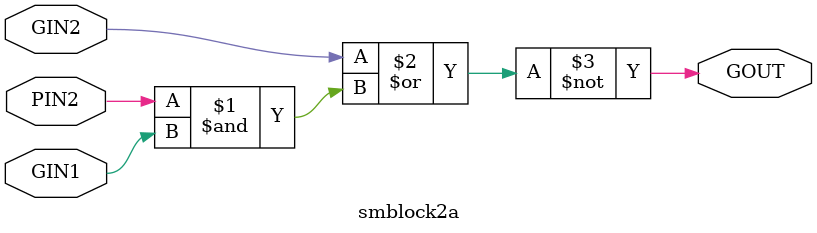
<source format=v>

module t_math_synmul_mul ( /*AUTOARG*/
   // Outputs
   product_d4,
   // Inputs
   clk, enable, negate, datA, datB
   );
   input clk;
   input enable;
   input negate;

   input [31:0] datA;
   input [31:0] datB;

   // verilator lint_off UNOPTFLAT

   output reg [64:0] product_d4;

   reg [33:0] datA_d1r;
   reg [33:0] datB_d1r;

   always @ (posedge clk) begin
      if (enable) begin
         datA_d1r <= {2'b0,datA};
         datB_d1r <= {2'b0,datB};
         // The extra multiplier bits were for signed, for this
         // test we've ripped that out
         if (negate) $stop;
      end
   end

   reg en_d1;
   reg en_d2;
   reg en_d3;
   always @ (posedge clk) begin
      en_d1 <= enable;
      en_d2 <= en_d1;
      en_d3 <= en_d2;
   end

   wire [63:0] prod_d3;

   smmultiplier_34_34 mul (.OPA(datA_d1r),
                           .OPB(datB_d1r),
                           .RESULT(prod_d3),
                           /*AUTOINST*/
                           // Inputs
                           .clk                 (clk),
                           .en_d1               (en_d1),
                           .en_d2               (en_d2));

   always @ (posedge clk) begin
      if (en_d3) begin
         product_d4 <= {1'b0,prod_d3};
      end
   end

endmodule

// The below was originally generated by the "Synthesizable Arithmetic Module Generator"
// at http://modgen.fysel.ntnu.no/~pihl/iwlas98/ then cleaned up by hand.
// Unfortunately the generator no longer appears available.  Please contact
// us if you know otherwise.

module smmultiplier_34_34
  (
   input  clk,
   input  en_d1,
   input  en_d2,

   input  [33:0] OPA,
   input  [33:0] OPB,
   output [63:0] RESULT
   );

   wire [628:0] PPBIT;
   wire [66:0] INT_CARRY;
   wire [66:0] INT_SUM;
   smboothcoder_34_34 db (.OPA(OPA[33:0]), .OPB(OPB[33:0]), .SUMMAND(PPBIT[628:0]) );
   smwallace_34_34 dw (.SUMMAND(PPBIT[628:0]), .CARRY(INT_CARRY[66:1]), .SUM(INT_SUM[66:0]),
                       /*AUTOINST*/
                       // Inputs
                       .clk             (clk),
                       .en_d1           (en_d1),
                       .en_d2           (en_d2));
   assign INT_CARRY[0] = 1'b0;
   smdblcadder_128_128 dd (.OPA(INT_SUM[63:0]), .OPB(INT_CARRY[63:0]), .CIN (1'b0), .SUM(RESULT));
endmodule

module smdblcadder_128_128 ( OPA, OPB, CIN, SUM );
   input  [63:0] OPA;
   input  [63:0] OPB;
   input  CIN;
   output [63:0] SUM;
   wire [63:0] INTPROP;
   wire [63:0] INTGEN;
   wire [0:0] PBIT;
   wire [63:0] CARRY;
   smprestage_128 dp (OPA[63:0], OPB[63:0], CIN, INTPROP, INTGEN );
   smdblctree_128 dd (INTPROP[63:0], INTGEN[63:0], CARRY[63:0], PBIT );
   smxorstage_128 dx (OPA[63:0], OPB[63:0], PBIT[0], CARRY[63:0], SUM );
endmodule

module smdblctree_128 ( PIN, GIN, GOUT, POUT );
   input  [63:0] PIN;
   input  [63:0] GIN;
   output [63:0] GOUT;
   output [0:0] POUT;
   wire [63:0] INTPROP_0;
   wire [63:0] INTGEN_0;
   wire [63:0] INTPROP_1;
   wire [63:0] INTGEN_1;
   wire [63:0] INTPROP_2;
   wire [63:0] INTGEN_2;
   wire [63:0] INTPROP_3;
   wire [63:0] INTGEN_3;
   wire [63:0] INTPROP_4;
   wire [63:0] INTGEN_4;
   wire [63:0] INTPROP_5;
   wire [63:0] INTGEN_5;
   smdblc_0_128 ddb0 (.PIN(PIN), .GIN(GIN), .POUT(INTPROP_0), .GOUT(INTGEN_0) );
   smdblc_1_128 ddb1 (.PIN(INTPROP_0), .GIN(INTGEN_0), .POUT(INTPROP_1), .GOUT(INTGEN_1) );
   smdblc_2_128 ddb2 (.PIN(INTPROP_1), .GIN(INTGEN_1), .POUT(INTPROP_2), .GOUT(INTGEN_2) );
   smdblc_3_128 ddb3 (.PIN(INTPROP_2), .GIN(INTGEN_2), .POUT(INTPROP_3), .GOUT(INTGEN_3) );
   smdblc_4_128 ddb4 (.PIN(INTPROP_3), .GIN(INTGEN_3), .POUT(INTPROP_4), .GOUT(INTGEN_4) );
   smdblc_5_128 ddb5 (.PIN(INTPROP_4), .GIN(INTGEN_4), .POUT(INTPROP_5), .GOUT(INTGEN_5) );
   smdblc_6_128 ddb6 (.PIN(INTPROP_5), .GIN(INTGEN_5), .POUT(POUT), .GOUT(GOUT) );
endmodule

module smwallace_34_34
  (
   input  clk,
   input  en_d1,
   input  en_d2,

   input  [628:0] SUMMAND,
   output [65:0] CARRY,
   output [66:0] SUM
   );

   wire [628:0] LATCHED_PP;
   wire [551:0] INT_CARRY;
   wire [687:0] INT_SUM;
   smffa  dla0 (.D(SUMMAND[0]), .clk(clk), .en_d1(en_d1), .Q(LATCHED_PP[0]) );
   smffa  dla1 (.D(SUMMAND[1]), .clk(clk), .en_d1(en_d1), .Q(LATCHED_PP[1]) );
   smhalfadder dha0 (.DATA_A (LATCHED_PP[0]), .DATA_B (LATCHED_PP[1]), .SAVE (INT_SUM[0]), .CARRY (INT_CARRY[0]) );
   smffb  dla2 (.D(INT_SUM[0]), .clk(clk), .en_d2(en_d2), .Q(SUM[0]) );
   smffb  dla3 (.D(INT_CARRY[0]), .clk(clk), .en_d2(en_d2), .Q(CARRY[0]) );
   smffa  dla4 (.D(SUMMAND[2]), .clk(clk), .en_d1(en_d1), .Q(LATCHED_PP[2]) );
   assign INT_SUM[1] = LATCHED_PP[2];
   assign CARRY[1] = 1'b0;
   smffb  dla5 (.D(INT_SUM[1]), .clk(clk), .en_d2(en_d2), .Q(SUM[1]) );
   smffa  dla6 (.D(SUMMAND[3]), .clk(clk), .en_d1(en_d1), .Q(LATCHED_PP[3]) );
   smffa  dla7 (.D(SUMMAND[4]), .clk(clk), .en_d1(en_d1), .Q(LATCHED_PP[4]) );
   smffa  dla8 (.D(SUMMAND[5]), .clk(clk), .en_d1(en_d1), .Q(LATCHED_PP[5]) );
   smfulladder dfa0 (.DATA_A (LATCHED_PP[3]), .DATA_B (LATCHED_PP[4]), .DATA_C (LATCHED_PP[5]), .SAVE (INT_SUM[2]), .CARRY (INT_CARRY[1]) );
   smffb  dla9 (.D(INT_SUM[2]), .clk(clk), .en_d2(en_d2), .Q(SUM[2]) );
   smffb  dla10 (.D(INT_CARRY[1]), .clk(clk), .en_d2(en_d2), .Q(CARRY[2]) );
   smffa  dla11 (.D(SUMMAND[6]), .clk(clk), .en_d1(en_d1), .Q(LATCHED_PP[6]) );
   smffa  dla12 (.D(SUMMAND[7]), .clk(clk), .en_d1(en_d1), .Q(LATCHED_PP[7]) );
   smhalfadder dha1 (.DATA_A (LATCHED_PP[6]), .DATA_B (LATCHED_PP[7]), .SAVE (INT_SUM[3]), .CARRY (INT_CARRY[2]) );
   smffb  dla13 (.D(INT_SUM[3]), .clk(clk), .en_d2(en_d2), .Q(SUM[3]) );
   smffb  dla14 (.D(INT_CARRY[2]), .clk(clk), .en_d2(en_d2), .Q(CARRY[3]) );
   smffa  dla15 (.D(SUMMAND[8]), .clk(clk), .en_d1(en_d1), .Q(LATCHED_PP[8]) );
   smffa  dla16 (.D(SUMMAND[9]), .clk(clk), .en_d1(en_d1), .Q(LATCHED_PP[9]) );
   smffa  dla17 (.D(SUMMAND[10]), .clk(clk), .en_d1(en_d1), .Q(LATCHED_PP[10]) );
   smfulladder dfa1 (.DATA_A (LATCHED_PP[8]), .DATA_B (LATCHED_PP[9]), .DATA_C (LATCHED_PP[10]), .SAVE (INT_SUM[4]), .CARRY (INT_CARRY[4]) );
   smffa  dla18 (.D(SUMMAND[11]), .clk(clk), .en_d1(en_d1), .Q(LATCHED_PP[11]) );
   assign INT_SUM[5] = LATCHED_PP[11];
   smhalfadder dha2 (.DATA_A (INT_SUM[4]), .DATA_B (INT_SUM[5]), .SAVE (INT_SUM[6]), .CARRY (INT_CARRY[3]) );
   smffb  dla19 (.D(INT_SUM[6]), .clk(clk), .en_d2(en_d2), .Q(SUM[4]) );
   smffb  dla20 (.D(INT_CARRY[3]), .clk(clk), .en_d2(en_d2), .Q(CARRY[4]) );
   smffa  dla21 (.D(SUMMAND[12]), .clk(clk), .en_d1(en_d1), .Q(LATCHED_PP[12]) );
   smffa  dla22 (.D(SUMMAND[13]), .clk(clk), .en_d1(en_d1), .Q(LATCHED_PP[13]) );
   smffa  dla23 (.D(SUMMAND[14]), .clk(clk), .en_d1(en_d1), .Q(LATCHED_PP[14]) );
   smfulladder dfa2 (.DATA_A (LATCHED_PP[12]), .DATA_B (LATCHED_PP[13]), .DATA_C (LATCHED_PP[14]), .SAVE (INT_SUM[7]), .CARRY (INT_CARRY[6]) );
   smhalfadder dha3 (.DATA_A (INT_SUM[7]), .DATA_B (INT_CARRY[4]), .SAVE (INT_SUM[8]), .CARRY (INT_CARRY[5]) );
   smffb  dla24 (.D(INT_SUM[8]), .clk(clk), .en_d2(en_d2), .Q(SUM[5]) );
   smffb  dla25 (.D(INT_CARRY[5]), .clk(clk), .en_d2(en_d2), .Q(CARRY[5]) );
   smffa  dla26 (.D(SUMMAND[15]), .clk(clk), .en_d1(en_d1), .Q(LATCHED_PP[15]) );
   smffa  dla27 (.D(SUMMAND[16]), .clk(clk), .en_d1(en_d1), .Q(LATCHED_PP[16]) );
   smffa  dla28 (.D(SUMMAND[17]), .clk(clk), .en_d1(en_d1), .Q(LATCHED_PP[17]) );
   smfulladder dfa3 (.DATA_A (LATCHED_PP[15]), .DATA_B (LATCHED_PP[16]), .DATA_C (LATCHED_PP[17]), .SAVE (INT_SUM[9]), .CARRY (INT_CARRY[8]) );
   smffa  dla29 (.D(SUMMAND[18]), .clk(clk), .en_d1(en_d1), .Q(LATCHED_PP[18]) );
   smffa  dla30 (.D(SUMMAND[19]), .clk(clk), .en_d1(en_d1), .Q(LATCHED_PP[19]) );
   smhalfadder dha4 (.DATA_A (LATCHED_PP[18]), .DATA_B (LATCHED_PP[19]), .SAVE (INT_SUM[10]), .CARRY (INT_CARRY[9]) );
   smfulladder dfa4 (.DATA_A (INT_SUM[9]), .DATA_B (INT_SUM[10]), .DATA_C (INT_CARRY[6]), .SAVE (INT_SUM[11]), .CARRY (INT_CARRY[7]) );
   smffb  dla31 (.D(INT_SUM[11]), .clk(clk), .en_d2(en_d2), .Q(SUM[6]) );
   smffb  dla32 (.D(INT_CARRY[7]), .clk(clk), .en_d2(en_d2), .Q(CARRY[6]) );
   smffa  dla33 (.D(SUMMAND[20]), .clk(clk), .en_d1(en_d1), .Q(LATCHED_PP[20]) );
   smffa  dla34 (.D(SUMMAND[21]), .clk(clk), .en_d1(en_d1), .Q(LATCHED_PP[21]) );
   smffa  dla35 (.D(SUMMAND[22]), .clk(clk), .en_d1(en_d1), .Q(LATCHED_PP[22]) );
   smfulladder dfa5 (.DATA_A (LATCHED_PP[20]), .DATA_B (LATCHED_PP[21]), .DATA_C (LATCHED_PP[22]), .SAVE (INT_SUM[12]), .CARRY (INT_CARRY[11]) );
   smffa  dla36 (.D(SUMMAND[23]), .clk(clk), .en_d1(en_d1), .Q(LATCHED_PP[23]) );
   assign INT_SUM[13] = LATCHED_PP[23];
   smfulladder dfa6 (.DATA_A (INT_SUM[12]), .DATA_B (INT_SUM[13]), .DATA_C (INT_CARRY[8]), .SAVE (INT_SUM[14]), .CARRY (INT_CARRY[12]) );
   assign INT_SUM[15] = INT_CARRY[9];
   smhalfadder dha5 (.DATA_A (INT_SUM[14]), .DATA_B (INT_SUM[15]), .SAVE (INT_SUM[16]), .CARRY (INT_CARRY[10]) );
   smffb  dla37 (.D(INT_SUM[16]), .clk(clk), .en_d2(en_d2), .Q(SUM[7]) );
   smffb  dla38 (.D(INT_CARRY[10]), .clk(clk), .en_d2(en_d2), .Q(CARRY[7]) );
   smffa  dla39 (.D(SUMMAND[24]), .clk(clk), .en_d1(en_d1), .Q(LATCHED_PP[24]) );
   smffa  dla40 (.D(SUMMAND[25]), .clk(clk), .en_d1(en_d1), .Q(LATCHED_PP[25]) );
   smffa  dla41 (.D(SUMMAND[26]), .clk(clk), .en_d1(en_d1), .Q(LATCHED_PP[26]) );
   smfulladder dfa7 (.DATA_A (LATCHED_PP[24]), .DATA_B (LATCHED_PP[25]), .DATA_C (LATCHED_PP[26]), .SAVE (INT_SUM[17]), .CARRY (INT_CARRY[14]) );
   smffa  dla42 (.D(SUMMAND[27]), .clk(clk), .en_d1(en_d1), .Q(LATCHED_PP[27]) );
   smffa  dla43 (.D(SUMMAND[28]), .clk(clk), .en_d1(en_d1), .Q(LATCHED_PP[28]) );
   smffa  dla44 (.D(SUMMAND[29]), .clk(clk), .en_d1(en_d1), .Q(LATCHED_PP[29]) );
   smfulladder dfa8 (.DATA_A (LATCHED_PP[27]), .DATA_B (LATCHED_PP[28]), .DATA_C (LATCHED_PP[29]), .SAVE (INT_SUM[18]), .CARRY (INT_CARRY[15]) );
   smfulladder dfa9 (.DATA_A (INT_SUM[17]), .DATA_B (INT_SUM[18]), .DATA_C (INT_CARRY[11]), .SAVE (INT_SUM[19]), .CARRY (INT_CARRY[16]) );
   smhalfadder dha6 (.DATA_A (INT_SUM[19]), .DATA_B (INT_CARRY[12]), .SAVE (INT_SUM[20]), .CARRY (INT_CARRY[13]) );
   smffb  dla45 (.D(INT_SUM[20]), .clk(clk), .en_d2(en_d2), .Q(SUM[8]) );
   smffb  dla46 (.D(INT_CARRY[13]), .clk(clk), .en_d2(en_d2), .Q(CARRY[8]) );
   smffa  dla47 (.D(SUMMAND[30]), .clk(clk), .en_d1(en_d1), .Q(LATCHED_PP[30]) );
   smffa  dla48 (.D(SUMMAND[31]), .clk(clk), .en_d1(en_d1), .Q(LATCHED_PP[31]) );
   smffa  dla49 (.D(SUMMAND[32]), .clk(clk), .en_d1(en_d1), .Q(LATCHED_PP[32]) );
   smfulladder dfa10 (.DATA_A (LATCHED_PP[30]), .DATA_B (LATCHED_PP[31]), .DATA_C (LATCHED_PP[32]), .SAVE (INT_SUM[21]), .CARRY (INT_CARRY[18]) );
   smffa  dla50 (.D(SUMMAND[33]), .clk(clk), .en_d1(en_d1), .Q(LATCHED_PP[33]) );
   smffa  dla51 (.D(SUMMAND[34]), .clk(clk), .en_d1(en_d1), .Q(LATCHED_PP[34]) );
   smhalfadder dha7 (.DATA_A (LATCHED_PP[33]), .DATA_B (LATCHED_PP[34]), .SAVE (INT_SUM[22]), .CARRY (INT_CARRY[19]) );
   smfulladder dfa11 (.DATA_A (INT_SUM[21]), .DATA_B (INT_SUM[22]), .DATA_C (INT_CARRY[14]), .SAVE (INT_SUM[23]), .CARRY (INT_CARRY[20]) );
   assign INT_SUM[24] = INT_CARRY[15];
   smfulladder dfa12 (.DATA_A (INT_SUM[23]), .DATA_B (INT_SUM[24]), .DATA_C (INT_CARRY[16]), .SAVE (INT_SUM[25]), .CARRY (INT_CARRY[17]) );
   smffb  dla52 (.D(INT_SUM[25]), .clk(clk), .en_d2(en_d2), .Q(SUM[9]) );
   smffb  dla53 (.D(INT_CARRY[17]), .clk(clk), .en_d2(en_d2), .Q(CARRY[9]) );
   smffa  dla54 (.D(SUMMAND[35]), .clk(clk), .en_d1(en_d1), .Q(LATCHED_PP[35]) );
   smffa  dla55 (.D(SUMMAND[36]), .clk(clk), .en_d1(en_d1), .Q(LATCHED_PP[36]) );
   smffa  dla56 (.D(SUMMAND[37]), .clk(clk), .en_d1(en_d1), .Q(LATCHED_PP[37]) );
   smfulladder dfa13 (.DATA_A (LATCHED_PP[35]), .DATA_B (LATCHED_PP[36]), .DATA_C (LATCHED_PP[37]), .SAVE (INT_SUM[26]), .CARRY (INT_CARRY[22]) );
   smffa  dla57 (.D(SUMMAND[38]), .clk(clk), .en_d1(en_d1), .Q(LATCHED_PP[38]) );
   smffa  dla58 (.D(SUMMAND[39]), .clk(clk), .en_d1(en_d1), .Q(LATCHED_PP[39]) );
   smffa  dla59 (.D(SUMMAND[40]), .clk(clk), .en_d1(en_d1), .Q(LATCHED_PP[40]) );
   smfulladder dfa14 (.DATA_A (LATCHED_PP[38]), .DATA_B (LATCHED_PP[39]), .DATA_C (LATCHED_PP[40]), .SAVE (INT_SUM[27]), .CARRY (INT_CARRY[23]) );
   smffa  dla60 (.D(SUMMAND[41]), .clk(clk), .en_d1(en_d1), .Q(LATCHED_PP[41]) );
   assign INT_SUM[28] = LATCHED_PP[41];
   smfulladder dfa15 (.DATA_A (INT_SUM[26]), .DATA_B (INT_SUM[27]), .DATA_C (INT_SUM[28]), .SAVE (INT_SUM[29]), .CARRY (INT_CARRY[24]) );
   smhalfadder dha8 (.DATA_A (INT_CARRY[18]), .DATA_B (INT_CARRY[19]), .SAVE (INT_SUM[30]), .CARRY (INT_CARRY[25]) );
   smfulladder dfa16 (.DATA_A (INT_SUM[29]), .DATA_B (INT_SUM[30]), .DATA_C (INT_CARRY[20]), .SAVE (INT_SUM[31]), .CARRY (INT_CARRY[21]) );
   smffb  dla61 (.D(INT_SUM[31]), .clk(clk), .en_d2(en_d2), .Q(SUM[10]) );
   smffb  dla62 (.D(INT_CARRY[21]), .clk(clk), .en_d2(en_d2), .Q(CARRY[10]) );
   smffa  dla63 (.D(SUMMAND[42]), .clk(clk), .en_d1(en_d1), .Q(LATCHED_PP[42]) );
   smffa  dla64 (.D(SUMMAND[43]), .clk(clk), .en_d1(en_d1), .Q(LATCHED_PP[43]) );
   smffa  dla65 (.D(SUMMAND[44]), .clk(clk), .en_d1(en_d1), .Q(LATCHED_PP[44]) );
   smfulladder dfa17 (.DATA_A (LATCHED_PP[42]), .DATA_B (LATCHED_PP[43]), .DATA_C (LATCHED_PP[44]), .SAVE (INT_SUM[32]), .CARRY (INT_CARRY[27]) );
   smffa  dla66 (.D(SUMMAND[45]), .clk(clk), .en_d1(en_d1), .Q(LATCHED_PP[45]) );
   smffa  dla67 (.D(SUMMAND[46]), .clk(clk), .en_d1(en_d1), .Q(LATCHED_PP[46]) );
   smffa  dla68 (.D(SUMMAND[47]), .clk(clk), .en_d1(en_d1), .Q(LATCHED_PP[47]) );
   smfulladder dfa18 (.DATA_A (LATCHED_PP[45]), .DATA_B (LATCHED_PP[46]), .DATA_C (LATCHED_PP[47]), .SAVE (INT_SUM[33]), .CARRY (INT_CARRY[28]) );
   smfulladder dfa19 (.DATA_A (INT_SUM[32]), .DATA_B (INT_SUM[33]), .DATA_C (INT_CARRY[22]), .SAVE (INT_SUM[34]), .CARRY (INT_CARRY[29]) );
   assign INT_SUM[35] = INT_CARRY[23];
   smfulladder dfa20 (.DATA_A (INT_SUM[34]), .DATA_B (INT_SUM[35]), .DATA_C (INT_CARRY[24]), .SAVE (INT_SUM[36]), .CARRY (INT_CARRY[30]) );
   assign INT_SUM[37] = INT_CARRY[25];
   smhalfadder dha9 (.DATA_A (INT_SUM[36]), .DATA_B (INT_SUM[37]), .SAVE (INT_SUM[38]), .CARRY (INT_CARRY[26]) );
   smffb  dla69 (.D(INT_SUM[38]), .clk(clk), .en_d2(en_d2), .Q(SUM[11]) );
   smffb  dla70 (.D(INT_CARRY[26]), .clk(clk), .en_d2(en_d2), .Q(CARRY[11]) );
   smffa  dla71 (.D(SUMMAND[48]), .clk(clk), .en_d1(en_d1), .Q(LATCHED_PP[48]) );
   smffa  dla72 (.D(SUMMAND[49]), .clk(clk), .en_d1(en_d1), .Q(LATCHED_PP[49]) );
   smffa  dla73 (.D(SUMMAND[50]), .clk(clk), .en_d1(en_d1), .Q(LATCHED_PP[50]) );
   smfulladder dfa21 (.DATA_A (LATCHED_PP[48]), .DATA_B (LATCHED_PP[49]), .DATA_C (LATCHED_PP[50]), .SAVE (INT_SUM[39]), .CARRY (INT_CARRY[32]) );
   smffa  dla74 (.D(SUMMAND[51]), .clk(clk), .en_d1(en_d1), .Q(LATCHED_PP[51]) );
   smffa  dla75 (.D(SUMMAND[52]), .clk(clk), .en_d1(en_d1), .Q(LATCHED_PP[52]) );
   smffa  dla76 (.D(SUMMAND[53]), .clk(clk), .en_d1(en_d1), .Q(LATCHED_PP[53]) );
   smfulladder dfa22 (.DATA_A (LATCHED_PP[51]), .DATA_B (LATCHED_PP[52]), .DATA_C (LATCHED_PP[53]), .SAVE (INT_SUM[40]), .CARRY (INT_CARRY[33]) );
   smffa  dla77 (.D(SUMMAND[54]), .clk(clk), .en_d1(en_d1), .Q(LATCHED_PP[54]) );
   assign INT_SUM[41] = LATCHED_PP[54];
   smffa  dla78 (.D(SUMMAND[55]), .clk(clk), .en_d1(en_d1), .Q(LATCHED_PP[55]) );
   assign INT_SUM[42] = LATCHED_PP[55];
   smfulladder dfa23 (.DATA_A (INT_SUM[39]), .DATA_B (INT_SUM[40]), .DATA_C (INT_SUM[41]), .SAVE (INT_SUM[43]), .CARRY (INT_CARRY[34]) );
   smfulladder dfa24 (.DATA_A (INT_SUM[42]), .DATA_B (INT_CARRY[27]), .DATA_C (INT_CARRY[28]), .SAVE (INT_SUM[44]), .CARRY (INT_CARRY[35]) );
   smfulladder dfa25 (.DATA_A (INT_SUM[43]), .DATA_B (INT_SUM[44]), .DATA_C (INT_CARRY[29]), .SAVE (INT_SUM[45]), .CARRY (INT_CARRY[36]) );
   smhalfadder dha10 (.DATA_A (INT_SUM[45]), .DATA_B (INT_CARRY[30]), .SAVE (INT_SUM[46]), .CARRY (INT_CARRY[31]) );
   smffb  dla79 (.D(INT_SUM[46]), .clk(clk), .en_d2(en_d2), .Q(SUM[12]) );
   smffb  dla80 (.D(INT_CARRY[31]), .clk(clk), .en_d2(en_d2), .Q(CARRY[12]) );
   smffa  dla81 (.D(SUMMAND[56]), .clk(clk), .en_d1(en_d1), .Q(LATCHED_PP[56]) );
   smffa  dla82 (.D(SUMMAND[57]), .clk(clk), .en_d1(en_d1), .Q(LATCHED_PP[57]) );
   smffa  dla83 (.D(SUMMAND[58]), .clk(clk), .en_d1(en_d1), .Q(LATCHED_PP[58]) );
   smfulladder dfa26 (.DATA_A (LATCHED_PP[56]), .DATA_B (LATCHED_PP[57]), .DATA_C (LATCHED_PP[58]), .SAVE (INT_SUM[47]), .CARRY (INT_CARRY[38]) );
   smffa  dla84 (.D(SUMMAND[59]), .clk(clk), .en_d1(en_d1), .Q(LATCHED_PP[59]) );
   smffa  dla85 (.D(SUMMAND[60]), .clk(clk), .en_d1(en_d1), .Q(LATCHED_PP[60]) );
   smffa  dla86 (.D(SUMMAND[61]), .clk(clk), .en_d1(en_d1), .Q(LATCHED_PP[61]) );
   smfulladder dfa27 (.DATA_A (LATCHED_PP[59]), .DATA_B (LATCHED_PP[60]), .DATA_C (LATCHED_PP[61]), .SAVE (INT_SUM[48]), .CARRY (INT_CARRY[39]) );
   smffa  dla87 (.D(SUMMAND[62]), .clk(clk), .en_d1(en_d1), .Q(LATCHED_PP[62]) );
   assign INT_SUM[49] = LATCHED_PP[62];
   smfulladder dfa28 (.DATA_A (INT_SUM[47]), .DATA_B (INT_SUM[48]), .DATA_C (INT_SUM[49]), .SAVE (INT_SUM[50]), .CARRY (INT_CARRY[40]) );
   smhalfadder dha11 (.DATA_A (INT_CARRY[32]), .DATA_B (INT_CARRY[33]), .SAVE (INT_SUM[51]), .CARRY (INT_CARRY[41]) );
   smfulladder dfa29 (.DATA_A (INT_SUM[50]), .DATA_B (INT_SUM[51]), .DATA_C (INT_CARRY[34]), .SAVE (INT_SUM[52]), .CARRY (INT_CARRY[42]) );
   assign INT_SUM[53] = INT_CARRY[35];
   smfulladder dfa30 (.DATA_A (INT_SUM[52]), .DATA_B (INT_SUM[53]), .DATA_C (INT_CARRY[36]), .SAVE (INT_SUM[54]), .CARRY (INT_CARRY[37]) );
   smffb  dla88 (.D(INT_SUM[54]), .clk(clk), .en_d2(en_d2), .Q(SUM[13]) );
   smffb  dla89 (.D(INT_CARRY[37]), .clk(clk), .en_d2(en_d2), .Q(CARRY[13]) );
   smffa  dla90 (.D(SUMMAND[63]), .clk(clk), .en_d1(en_d1), .Q(LATCHED_PP[63]) );
   smffa  dla91 (.D(SUMMAND[64]), .clk(clk), .en_d1(en_d1), .Q(LATCHED_PP[64]) );
   smffa  dla92 (.D(SUMMAND[65]), .clk(clk), .en_d1(en_d1), .Q(LATCHED_PP[65]) );
   smfulladder dfa31 (.DATA_A (LATCHED_PP[63]), .DATA_B (LATCHED_PP[64]), .DATA_C (LATCHED_PP[65]), .SAVE (INT_SUM[55]), .CARRY (INT_CARRY[44]) );
   smffa  dla93 (.D(SUMMAND[66]), .clk(clk), .en_d1(en_d1), .Q(LATCHED_PP[66]) );
   smffa  dla94 (.D(SUMMAND[67]), .clk(clk), .en_d1(en_d1), .Q(LATCHED_PP[67]) );
   smffa  dla95 (.D(SUMMAND[68]), .clk(clk), .en_d1(en_d1), .Q(LATCHED_PP[68]) );
   smfulladder dfa32 (.DATA_A (LATCHED_PP[66]), .DATA_B (LATCHED_PP[67]), .DATA_C (LATCHED_PP[68]), .SAVE (INT_SUM[56]), .CARRY (INT_CARRY[45]) );
   smffa  dla96 (.D(SUMMAND[69]), .clk(clk), .en_d1(en_d1), .Q(LATCHED_PP[69]) );
   smffa  dla97 (.D(SUMMAND[70]), .clk(clk), .en_d1(en_d1), .Q(LATCHED_PP[70]) );
   smffa  dla98 (.D(SUMMAND[71]), .clk(clk), .en_d1(en_d1), .Q(LATCHED_PP[71]) );
   smfulladder dfa33 (.DATA_A (LATCHED_PP[69]), .DATA_B (LATCHED_PP[70]), .DATA_C (LATCHED_PP[71]), .SAVE (INT_SUM[57]), .CARRY (INT_CARRY[46]) );
   smfulladder dfa34 (.DATA_A (INT_SUM[55]), .DATA_B (INT_SUM[56]), .DATA_C (INT_SUM[57]), .SAVE (INT_SUM[58]), .CARRY (INT_CARRY[47]) );
   smhalfadder dha12 (.DATA_A (INT_CARRY[38]), .DATA_B (INT_CARRY[39]), .SAVE (INT_SUM[59]), .CARRY (INT_CARRY[48]) );
   smfulladder dfa35 (.DATA_A (INT_SUM[58]), .DATA_B (INT_SUM[59]), .DATA_C (INT_CARRY[40]), .SAVE (INT_SUM[60]), .CARRY (INT_CARRY[49]) );
   assign INT_SUM[61] = INT_CARRY[41];
   smfulladder dfa36 (.DATA_A (INT_SUM[60]), .DATA_B (INT_SUM[61]), .DATA_C (INT_CARRY[42]), .SAVE (INT_SUM[62]), .CARRY (INT_CARRY[43]) );
   smffb  dla99 (.D(INT_SUM[62]), .clk(clk), .en_d2(en_d2), .Q(SUM[14]) );
   smffb  dla100 (.D(INT_CARRY[43]), .clk(clk), .en_d2(en_d2), .Q(CARRY[14]) );
   smffa  dla101 (.D(SUMMAND[72]), .clk(clk), .en_d1(en_d1), .Q(LATCHED_PP[72]) );
   smffa  dla102 (.D(SUMMAND[73]), .clk(clk), .en_d1(en_d1), .Q(LATCHED_PP[73]) );
   smffa  dla103 (.D(SUMMAND[74]), .clk(clk), .en_d1(en_d1), .Q(LATCHED_PP[74]) );
   smfulladder dfa37 (.DATA_A (LATCHED_PP[72]), .DATA_B (LATCHED_PP[73]), .DATA_C (LATCHED_PP[74]), .SAVE (INT_SUM[63]), .CARRY (INT_CARRY[51]) );
   smffa  dla104 (.D(SUMMAND[75]), .clk(clk), .en_d1(en_d1), .Q(LATCHED_PP[75]) );
   smffa  dla105 (.D(SUMMAND[76]), .clk(clk), .en_d1(en_d1), .Q(LATCHED_PP[76]) );
   smffa  dla106 (.D(SUMMAND[77]), .clk(clk), .en_d1(en_d1), .Q(LATCHED_PP[77]) );
   smfulladder dfa38 (.DATA_A (LATCHED_PP[75]), .DATA_B (LATCHED_PP[76]), .DATA_C (LATCHED_PP[77]), .SAVE (INT_SUM[64]), .CARRY (INT_CARRY[52]) );
   smffa  dla107 (.D(SUMMAND[78]), .clk(clk), .en_d1(en_d1), .Q(LATCHED_PP[78]) );
   smffa  dla108 (.D(SUMMAND[79]), .clk(clk), .en_d1(en_d1), .Q(LATCHED_PP[79]) );
   smhalfadder dha13 (.DATA_A (LATCHED_PP[78]), .DATA_B (LATCHED_PP[79]), .SAVE (INT_SUM[65]), .CARRY (INT_CARRY[53]) );
   smfulladder dfa39 (.DATA_A (INT_SUM[63]), .DATA_B (INT_SUM[64]), .DATA_C (INT_SUM[65]), .SAVE (INT_SUM[66]), .CARRY (INT_CARRY[54]) );
   smfulladder dfa40 (.DATA_A (INT_CARRY[44]), .DATA_B (INT_CARRY[45]), .DATA_C (INT_CARRY[46]), .SAVE (INT_SUM[67]), .CARRY (INT_CARRY[55]) );
   smfulladder dfa41 (.DATA_A (INT_SUM[66]), .DATA_B (INT_SUM[67]), .DATA_C (INT_CARRY[47]), .SAVE (INT_SUM[68]), .CARRY (INT_CARRY[56]) );
   assign INT_SUM[69] = INT_CARRY[48];
   smfulladder dfa42 (.DATA_A (INT_SUM[68]), .DATA_B (INT_SUM[69]), .DATA_C (INT_CARRY[49]), .SAVE (INT_SUM[70]), .CARRY (INT_CARRY[50]) );
   smffb  dla109 (.D(INT_SUM[70]), .clk(clk), .en_d2(en_d2), .Q(SUM[15]) );
   smffb  dla110 (.D(INT_CARRY[50]), .clk(clk), .en_d2(en_d2), .Q(CARRY[15]) );
   smffa  dla111 (.D(SUMMAND[80]), .clk(clk), .en_d1(en_d1), .Q(LATCHED_PP[80]) );
   smffa  dla112 (.D(SUMMAND[81]), .clk(clk), .en_d1(en_d1), .Q(LATCHED_PP[81]) );
   smffa  dla113 (.D(SUMMAND[82]), .clk(clk), .en_d1(en_d1), .Q(LATCHED_PP[82]) );
   smfulladder dfa43 (.DATA_A (LATCHED_PP[80]), .DATA_B (LATCHED_PP[81]), .DATA_C (LATCHED_PP[82]), .SAVE (INT_SUM[71]), .CARRY (INT_CARRY[58]) );
   smffa  dla114 (.D(SUMMAND[83]), .clk(clk), .en_d1(en_d1), .Q(LATCHED_PP[83]) );
   smffa  dla115 (.D(SUMMAND[84]), .clk(clk), .en_d1(en_d1), .Q(LATCHED_PP[84]) );
   smffa  dla116 (.D(SUMMAND[85]), .clk(clk), .en_d1(en_d1), .Q(LATCHED_PP[85]) );
   smfulladder dfa44 (.DATA_A (LATCHED_PP[83]), .DATA_B (LATCHED_PP[84]), .DATA_C (LATCHED_PP[85]), .SAVE (INT_SUM[72]), .CARRY (INT_CARRY[59]) );
   smffa  dla117 (.D(SUMMAND[86]), .clk(clk), .en_d1(en_d1), .Q(LATCHED_PP[86]) );
   smffa  dla118 (.D(SUMMAND[87]), .clk(clk), .en_d1(en_d1), .Q(LATCHED_PP[87]) );
   smffa  dla119 (.D(SUMMAND[88]), .clk(clk), .en_d1(en_d1), .Q(LATCHED_PP[88]) );
   smfulladder dfa45 (.DATA_A (LATCHED_PP[86]), .DATA_B (LATCHED_PP[87]), .DATA_C (LATCHED_PP[88]), .SAVE (INT_SUM[73]), .CARRY (INT_CARRY[60]) );
   smffa  dla120 (.D(SUMMAND[89]), .clk(clk), .en_d1(en_d1), .Q(LATCHED_PP[89]) );
   assign INT_SUM[74] = LATCHED_PP[89];
   smfulladder dfa46 (.DATA_A (INT_SUM[71]), .DATA_B (INT_SUM[72]), .DATA_C (INT_SUM[73]), .SAVE (INT_SUM[75]), .CARRY (INT_CARRY[61]) );
   smfulladder dfa47 (.DATA_A (INT_SUM[74]), .DATA_B (INT_CARRY[51]), .DATA_C (INT_CARRY[52]), .SAVE (INT_SUM[76]), .CARRY (INT_CARRY[62]) );
   assign INT_SUM[77] = INT_CARRY[53];
   smfulladder dfa48 (.DATA_A (INT_SUM[75]), .DATA_B (INT_SUM[76]), .DATA_C (INT_SUM[77]), .SAVE (INT_SUM[78]), .CARRY (INT_CARRY[63]) );
   smhalfadder dha14 (.DATA_A (INT_CARRY[54]), .DATA_B (INT_CARRY[55]), .SAVE (INT_SUM[79]), .CARRY (INT_CARRY[64]) );
   smfulladder dfa49 (.DATA_A (INT_SUM[78]), .DATA_B (INT_SUM[79]), .DATA_C (INT_CARRY[56]), .SAVE (INT_SUM[80]), .CARRY (INT_CARRY[57]) );
   smffb  dla121 (.D(INT_SUM[80]), .clk(clk), .en_d2(en_d2), .Q(SUM[16]) );
   smffb  dla122 (.D(INT_CARRY[57]), .clk(clk), .en_d2(en_d2), .Q(CARRY[16]) );
   smffa  dla123 (.D(SUMMAND[90]), .clk(clk), .en_d1(en_d1), .Q(LATCHED_PP[90]) );
   smffa  dla124 (.D(SUMMAND[91]), .clk(clk), .en_d1(en_d1), .Q(LATCHED_PP[91]) );
   smffa  dla125 (.D(SUMMAND[92]), .clk(clk), .en_d1(en_d1), .Q(LATCHED_PP[92]) );
   smfulladder dfa50 (.DATA_A (LATCHED_PP[90]), .DATA_B (LATCHED_PP[91]), .DATA_C (LATCHED_PP[92]), .SAVE (INT_SUM[81]), .CARRY (INT_CARRY[66]) );
   smffa  dla126 (.D(SUMMAND[93]), .clk(clk), .en_d1(en_d1), .Q(LATCHED_PP[93]) );
   smffa  dla127 (.D(SUMMAND[94]), .clk(clk), .en_d1(en_d1), .Q(LATCHED_PP[94]) );
   smffa  dla128 (.D(SUMMAND[95]), .clk(clk), .en_d1(en_d1), .Q(LATCHED_PP[95]) );
   smfulladder dfa51 (.DATA_A (LATCHED_PP[93]), .DATA_B (LATCHED_PP[94]), .DATA_C (LATCHED_PP[95]), .SAVE (INT_SUM[82]), .CARRY (INT_CARRY[67]) );
   smffa  dla129 (.D(SUMMAND[96]), .clk(clk), .en_d1(en_d1), .Q(LATCHED_PP[96]) );
   smffa  dla130 (.D(SUMMAND[97]), .clk(clk), .en_d1(en_d1), .Q(LATCHED_PP[97]) );
   smffa  dla131 (.D(SUMMAND[98]), .clk(clk), .en_d1(en_d1), .Q(LATCHED_PP[98]) );
   smfulladder dfa52 (.DATA_A (LATCHED_PP[96]), .DATA_B (LATCHED_PP[97]), .DATA_C (LATCHED_PP[98]), .SAVE (INT_SUM[83]), .CARRY (INT_CARRY[68]) );
   smfulladder dfa53 (.DATA_A (INT_SUM[81]), .DATA_B (INT_SUM[82]), .DATA_C (INT_SUM[83]), .SAVE (INT_SUM[84]), .CARRY (INT_CARRY[69]) );
   smfulladder dfa54 (.DATA_A (INT_CARRY[58]), .DATA_B (INT_CARRY[59]), .DATA_C (INT_CARRY[60]), .SAVE (INT_SUM[85]), .CARRY (INT_CARRY[70]) );
   smfulladder dfa55 (.DATA_A (INT_SUM[84]), .DATA_B (INT_SUM[85]), .DATA_C (INT_CARRY[61]), .SAVE (INT_SUM[86]), .CARRY (INT_CARRY[71]) );
   assign INT_SUM[87] = INT_CARRY[62];
   smfulladder dfa56 (.DATA_A (INT_SUM[86]), .DATA_B (INT_SUM[87]), .DATA_C (INT_CARRY[63]), .SAVE (INT_SUM[88]), .CARRY (INT_CARRY[72]) );
   assign INT_SUM[89] = INT_CARRY[64];
   smhalfadder dha15 (.DATA_A (INT_SUM[88]), .DATA_B (INT_SUM[89]), .SAVE (INT_SUM[90]), .CARRY (INT_CARRY[65]) );
   smffb  dla132 (.D(INT_SUM[90]), .clk(clk), .en_d2(en_d2), .Q(SUM[17]) );
   smffb  dla133 (.D(INT_CARRY[65]), .clk(clk), .en_d2(en_d2), .Q(CARRY[17]) );
   smffa  dla134 (.D(SUMMAND[99]), .clk(clk), .en_d1(en_d1), .Q(LATCHED_PP[99]) );
   smffa  dla135 (.D(SUMMAND[100]), .clk(clk), .en_d1(en_d1), .Q(LATCHED_PP[100]) );
   smffa  dla136 (.D(SUMMAND[101]), .clk(clk), .en_d1(en_d1), .Q(LATCHED_PP[101]) );
   smfulladder dfa57 (.DATA_A (LATCHED_PP[99]), .DATA_B (LATCHED_PP[100]), .DATA_C (LATCHED_PP[101]), .SAVE (INT_SUM[91]), .CARRY (INT_CARRY[74]) );
   smffa  dla137 (.D(SUMMAND[102]), .clk(clk), .en_d1(en_d1), .Q(LATCHED_PP[102]) );
   smffa  dla138 (.D(SUMMAND[103]), .clk(clk), .en_d1(en_d1), .Q(LATCHED_PP[103]) );
   smffa  dla139 (.D(SUMMAND[104]), .clk(clk), .en_d1(en_d1), .Q(LATCHED_PP[104]) );
   smfulladder dfa58 (.DATA_A (LATCHED_PP[102]), .DATA_B (LATCHED_PP[103]), .DATA_C (LATCHED_PP[104]), .SAVE (INT_SUM[92]), .CARRY (INT_CARRY[75]) );
   smffa  dla140 (.D(SUMMAND[105]), .clk(clk), .en_d1(en_d1), .Q(LATCHED_PP[105]) );
   smffa  dla141 (.D(SUMMAND[106]), .clk(clk), .en_d1(en_d1), .Q(LATCHED_PP[106]) );
   smffa  dla142 (.D(SUMMAND[107]), .clk(clk), .en_d1(en_d1), .Q(LATCHED_PP[107]) );
   smfulladder dfa59 (.DATA_A (LATCHED_PP[105]), .DATA_B (LATCHED_PP[106]), .DATA_C (LATCHED_PP[107]), .SAVE (INT_SUM[93]), .CARRY (INT_CARRY[76]) );
   smffa  dla143 (.D(SUMMAND[108]), .clk(clk), .en_d1(en_d1), .Q(LATCHED_PP[108]) );
   assign INT_SUM[94] = LATCHED_PP[108];
   smffa  dla144 (.D(SUMMAND[109]), .clk(clk), .en_d1(en_d1), .Q(LATCHED_PP[109]) );
   assign INT_SUM[95] = LATCHED_PP[109];
   smfulladder dfa60 (.DATA_A (INT_SUM[91]), .DATA_B (INT_SUM[92]), .DATA_C (INT_SUM[93]), .SAVE (INT_SUM[96]), .CARRY (INT_CARRY[77]) );
   smfulladder dfa61 (.DATA_A (INT_SUM[94]), .DATA_B (INT_SUM[95]), .DATA_C (INT_CARRY[66]), .SAVE (INT_SUM[97]), .CARRY (INT_CARRY[78]) );
   assign INT_SUM[98] = INT_CARRY[67];
   assign INT_SUM[99] = INT_CARRY[68];
   smfulladder dfa62 (.DATA_A (INT_SUM[96]), .DATA_B (INT_SUM[97]), .DATA_C (INT_SUM[98]), .SAVE (INT_SUM[100]), .CARRY (INT_CARRY[79]) );
   smfulladder dfa63 (.DATA_A (INT_SUM[99]), .DATA_B (INT_CARRY[69]), .DATA_C (INT_CARRY[70]), .SAVE (INT_SUM[101]), .CARRY (INT_CARRY[80]) );
   smfulladder dfa64 (.DATA_A (INT_SUM[100]), .DATA_B (INT_SUM[101]), .DATA_C (INT_CARRY[71]), .SAVE (INT_SUM[102]), .CARRY (INT_CARRY[81]) );
   smhalfadder dha16 (.DATA_A (INT_SUM[102]), .DATA_B (INT_CARRY[72]), .SAVE (INT_SUM[103]), .CARRY (INT_CARRY[73]) );
   smffb  dla145 (.D(INT_SUM[103]), .clk(clk), .en_d2(en_d2), .Q(SUM[18]) );
   smffb  dla146 (.D(INT_CARRY[73]), .clk(clk), .en_d2(en_d2), .Q(CARRY[18]) );
   smffa  dla147 (.D(SUMMAND[110]), .clk(clk), .en_d1(en_d1), .Q(LATCHED_PP[110]) );
   smffa  dla148 (.D(SUMMAND[111]), .clk(clk), .en_d1(en_d1), .Q(LATCHED_PP[111]) );
   smffa  dla149 (.D(SUMMAND[112]), .clk(clk), .en_d1(en_d1), .Q(LATCHED_PP[112]) );
   smfulladder dfa65 (.DATA_A (LATCHED_PP[110]), .DATA_B (LATCHED_PP[111]), .DATA_C (LATCHED_PP[112]), .SAVE (INT_SUM[104]), .CARRY (INT_CARRY[83]) );
   smffa  dla150 (.D(SUMMAND[113]), .clk(clk), .en_d1(en_d1), .Q(LATCHED_PP[113]) );
   smffa  dla151 (.D(SUMMAND[114]), .clk(clk), .en_d1(en_d1), .Q(LATCHED_PP[114]) );
   smffa  dla152 (.D(SUMMAND[115]), .clk(clk), .en_d1(en_d1), .Q(LATCHED_PP[115]) );
   smfulladder dfa66 (.DATA_A (LATCHED_PP[113]), .DATA_B (LATCHED_PP[114]), .DATA_C (LATCHED_PP[115]), .SAVE (INT_SUM[105]), .CARRY (INT_CARRY[84]) );
   smffa  dla153 (.D(SUMMAND[116]), .clk(clk), .en_d1(en_d1), .Q(LATCHED_PP[116]) );
   smffa  dla154 (.D(SUMMAND[117]), .clk(clk), .en_d1(en_d1), .Q(LATCHED_PP[117]) );
   smffa  dla155 (.D(SUMMAND[118]), .clk(clk), .en_d1(en_d1), .Q(LATCHED_PP[118]) );
   smfulladder dfa67 (.DATA_A (LATCHED_PP[116]), .DATA_B (LATCHED_PP[117]), .DATA_C (LATCHED_PP[118]), .SAVE (INT_SUM[106]), .CARRY (INT_CARRY[85]) );
   smffa  dla156 (.D(SUMMAND[119]), .clk(clk), .en_d1(en_d1), .Q(LATCHED_PP[119]) );
   assign INT_SUM[107] = LATCHED_PP[119];
   smfulladder dfa68 (.DATA_A (INT_SUM[104]), .DATA_B (INT_SUM[105]), .DATA_C (INT_SUM[106]), .SAVE (INT_SUM[108]), .CARRY (INT_CARRY[86]) );
   smfulladder dfa69 (.DATA_A (INT_SUM[107]), .DATA_B (INT_CARRY[74]), .DATA_C (INT_CARRY[75]), .SAVE (INT_SUM[109]), .CARRY (INT_CARRY[87]) );
   assign INT_SUM[110] = INT_CARRY[76];
   smfulladder dfa70 (.DATA_A (INT_SUM[108]), .DATA_B (INT_SUM[109]), .DATA_C (INT_SUM[110]), .SAVE (INT_SUM[111]), .CARRY (INT_CARRY[88]) );
   smhalfadder dha17 (.DATA_A (INT_CARRY[77]), .DATA_B (INT_CARRY[78]), .SAVE (INT_SUM[112]), .CARRY (INT_CARRY[89]) );
   smfulladder dfa71 (.DATA_A (INT_SUM[111]), .DATA_B (INT_SUM[112]), .DATA_C (INT_CARRY[79]), .SAVE (INT_SUM[113]), .CARRY (INT_CARRY[90]) );
   assign INT_SUM[114] = INT_CARRY[80];
   smfulladder dfa72 (.DATA_A (INT_SUM[113]), .DATA_B (INT_SUM[114]), .DATA_C (INT_CARRY[81]), .SAVE (INT_SUM[115]), .CARRY (INT_CARRY[82]) );
   smffb  dla157 (.D(INT_SUM[115]), .clk(clk), .en_d2(en_d2), .Q(SUM[19]) );
   smffb  dla158 (.D(INT_CARRY[82]), .clk(clk), .en_d2(en_d2), .Q(CARRY[19]) );
   smffa  dla159 (.D(SUMMAND[120]), .clk(clk), .en_d1(en_d1), .Q(LATCHED_PP[120]) );
   smffa  dla160 (.D(SUMMAND[121]), .clk(clk), .en_d1(en_d1), .Q(LATCHED_PP[121]) );
   smffa  dla161 (.D(SUMMAND[122]), .clk(clk), .en_d1(en_d1), .Q(LATCHED_PP[122]) );
   smfulladder dfa73 (.DATA_A (LATCHED_PP[120]), .DATA_B (LATCHED_PP[121]), .DATA_C (LATCHED_PP[122]), .SAVE (INT_SUM[116]), .CARRY (INT_CARRY[92]) );
   smffa  dla162 (.D(SUMMAND[123]), .clk(clk), .en_d1(en_d1), .Q(LATCHED_PP[123]) );
   smffa  dla163 (.D(SUMMAND[124]), .clk(clk), .en_d1(en_d1), .Q(LATCHED_PP[124]) );
   smffa  dla164 (.D(SUMMAND[125]), .clk(clk), .en_d1(en_d1), .Q(LATCHED_PP[125]) );
   smfulladder dfa74 (.DATA_A (LATCHED_PP[123]), .DATA_B (LATCHED_PP[124]), .DATA_C (LATCHED_PP[125]), .SAVE (INT_SUM[117]), .CARRY (INT_CARRY[93]) );
   smffa  dla165 (.D(SUMMAND[126]), .clk(clk), .en_d1(en_d1), .Q(LATCHED_PP[126]) );
   smffa  dla166 (.D(SUMMAND[127]), .clk(clk), .en_d1(en_d1), .Q(LATCHED_PP[127]) );
   smffa  dla167 (.D(SUMMAND[128]), .clk(clk), .en_d1(en_d1), .Q(LATCHED_PP[128]) );
   smfulladder dfa75 (.DATA_A (LATCHED_PP[126]), .DATA_B (LATCHED_PP[127]), .DATA_C (LATCHED_PP[128]), .SAVE (INT_SUM[118]), .CARRY (INT_CARRY[94]) );
   smffa  dla168 (.D(SUMMAND[129]), .clk(clk), .en_d1(en_d1), .Q(LATCHED_PP[129]) );
   smffa  dla169 (.D(SUMMAND[130]), .clk(clk), .en_d1(en_d1), .Q(LATCHED_PP[130]) );
   smffa  dla170 (.D(SUMMAND[131]), .clk(clk), .en_d1(en_d1), .Q(LATCHED_PP[131]) );
   smfulladder dfa76 (.DATA_A (LATCHED_PP[129]), .DATA_B (LATCHED_PP[130]), .DATA_C (LATCHED_PP[131]), .SAVE (INT_SUM[119]), .CARRY (INT_CARRY[95]) );
   smfulladder dfa77 (.DATA_A (INT_SUM[116]), .DATA_B (INT_SUM[117]), .DATA_C (INT_SUM[118]), .SAVE (INT_SUM[120]), .CARRY (INT_CARRY[96]) );
   smfulladder dfa78 (.DATA_A (INT_SUM[119]), .DATA_B (INT_CARRY[83]), .DATA_C (INT_CARRY[84]), .SAVE (INT_SUM[121]), .CARRY (INT_CARRY[97]) );
   assign INT_SUM[122] = INT_CARRY[85];
   smfulladder dfa79 (.DATA_A (INT_SUM[120]), .DATA_B (INT_SUM[121]), .DATA_C (INT_SUM[122]), .SAVE (INT_SUM[123]), .CARRY (INT_CARRY[98]) );
   smhalfadder dha18 (.DATA_A (INT_CARRY[86]), .DATA_B (INT_CARRY[87]), .SAVE (INT_SUM[124]), .CARRY (INT_CARRY[99]) );
   smfulladder dfa80 (.DATA_A (INT_SUM[123]), .DATA_B (INT_SUM[124]), .DATA_C (INT_CARRY[88]), .SAVE (INT_SUM[125]), .CARRY (INT_CARRY[100]) );
   assign INT_SUM[126] = INT_CARRY[89];
   smfulladder dfa81 (.DATA_A (INT_SUM[125]), .DATA_B (INT_SUM[126]), .DATA_C (INT_CARRY[90]), .SAVE (INT_SUM[127]), .CARRY (INT_CARRY[91]) );
   smffb  dla171 (.D(INT_SUM[127]), .clk(clk), .en_d2(en_d2), .Q(SUM[20]) );
   smffb  dla172 (.D(INT_CARRY[91]), .clk(clk), .en_d2(en_d2), .Q(CARRY[20]) );
   smffa  dla173 (.D(SUMMAND[132]), .clk(clk), .en_d1(en_d1), .Q(LATCHED_PP[132]) );
   smffa  dla174 (.D(SUMMAND[133]), .clk(clk), .en_d1(en_d1), .Q(LATCHED_PP[133]) );
   smffa  dla175 (.D(SUMMAND[134]), .clk(clk), .en_d1(en_d1), .Q(LATCHED_PP[134]) );
   smfulladder dfa82 (.DATA_A (LATCHED_PP[132]), .DATA_B (LATCHED_PP[133]), .DATA_C (LATCHED_PP[134]), .SAVE (INT_SUM[128]), .CARRY (INT_CARRY[102]) );
   smffa  dla176 (.D(SUMMAND[135]), .clk(clk), .en_d1(en_d1), .Q(LATCHED_PP[135]) );
   smffa  dla177 (.D(SUMMAND[136]), .clk(clk), .en_d1(en_d1), .Q(LATCHED_PP[136]) );
   smffa  dla178 (.D(SUMMAND[137]), .clk(clk), .en_d1(en_d1), .Q(LATCHED_PP[137]) );
   smfulladder dfa83 (.DATA_A (LATCHED_PP[135]), .DATA_B (LATCHED_PP[136]), .DATA_C (LATCHED_PP[137]), .SAVE (INT_SUM[129]), .CARRY (INT_CARRY[103]) );
   smffa  dla179 (.D(SUMMAND[138]), .clk(clk), .en_d1(en_d1), .Q(LATCHED_PP[138]) );
   smffa  dla180 (.D(SUMMAND[139]), .clk(clk), .en_d1(en_d1), .Q(LATCHED_PP[139]) );
   smffa  dla181 (.D(SUMMAND[140]), .clk(clk), .en_d1(en_d1), .Q(LATCHED_PP[140]) );
   smfulladder dfa84 (.DATA_A (LATCHED_PP[138]), .DATA_B (LATCHED_PP[139]), .DATA_C (LATCHED_PP[140]), .SAVE (INT_SUM[130]), .CARRY (INT_CARRY[104]) );
   smffa  dla182 (.D(SUMMAND[141]), .clk(clk), .en_d1(en_d1), .Q(LATCHED_PP[141]) );
   assign INT_SUM[131] = LATCHED_PP[141];
   smffa  dla183 (.D(SUMMAND[142]), .clk(clk), .en_d1(en_d1), .Q(LATCHED_PP[142]) );
   assign INT_SUM[132] = LATCHED_PP[142];
   smfulladder dfa85 (.DATA_A (INT_SUM[128]), .DATA_B (INT_SUM[129]), .DATA_C (INT_SUM[130]), .SAVE (INT_SUM[133]), .CARRY (INT_CARRY[105]) );
   smfulladder dfa86 (.DATA_A (INT_SUM[131]), .DATA_B (INT_SUM[132]), .DATA_C (INT_CARRY[92]), .SAVE (INT_SUM[134]), .CARRY (INT_CARRY[106]) );
   smfulladder dfa87 (.DATA_A (INT_CARRY[93]), .DATA_B (INT_CARRY[94]), .DATA_C (INT_CARRY[95]), .SAVE (INT_SUM[135]), .CARRY (INT_CARRY[107]) );
   smfulladder dfa88 (.DATA_A (INT_SUM[133]), .DATA_B (INT_SUM[134]), .DATA_C (INT_SUM[135]), .SAVE (INT_SUM[136]), .CARRY (INT_CARRY[108]) );
   smhalfadder dha19 (.DATA_A (INT_CARRY[96]), .DATA_B (INT_CARRY[97]), .SAVE (INT_SUM[137]), .CARRY (INT_CARRY[109]) );
   smfulladder dfa89 (.DATA_A (INT_SUM[136]), .DATA_B (INT_SUM[137]), .DATA_C (INT_CARRY[98]), .SAVE (INT_SUM[138]), .CARRY (INT_CARRY[110]) );
   assign INT_SUM[139] = INT_CARRY[99];
   smfulladder dfa90 (.DATA_A (INT_SUM[138]), .DATA_B (INT_SUM[139]), .DATA_C (INT_CARRY[100]), .SAVE (INT_SUM[140]), .CARRY (INT_CARRY[101]) );
   smffb  dla184 (.D(INT_SUM[140]), .clk(clk), .en_d2(en_d2), .Q(SUM[21]) );
   smffb  dla185 (.D(INT_CARRY[101]), .clk(clk), .en_d2(en_d2), .Q(CARRY[21]) );
   smffa  dla186 (.D(SUMMAND[143]), .clk(clk), .en_d1(en_d1), .Q(LATCHED_PP[143]) );
   smffa  dla187 (.D(SUMMAND[144]), .clk(clk), .en_d1(en_d1), .Q(LATCHED_PP[144]) );
   smffa  dla188 (.D(SUMMAND[145]), .clk(clk), .en_d1(en_d1), .Q(LATCHED_PP[145]) );
   smfulladder dfa91 (.DATA_A (LATCHED_PP[143]), .DATA_B (LATCHED_PP[144]), .DATA_C (LATCHED_PP[145]), .SAVE (INT_SUM[141]), .CARRY (INT_CARRY[112]) );
   smffa  dla189 (.D(SUMMAND[146]), .clk(clk), .en_d1(en_d1), .Q(LATCHED_PP[146]) );
   smffa  dla190 (.D(SUMMAND[147]), .clk(clk), .en_d1(en_d1), .Q(LATCHED_PP[147]) );
   smffa  dla191 (.D(SUMMAND[148]), .clk(clk), .en_d1(en_d1), .Q(LATCHED_PP[148]) );
   smfulladder dfa92 (.DATA_A (LATCHED_PP[146]), .DATA_B (LATCHED_PP[147]), .DATA_C (LATCHED_PP[148]), .SAVE (INT_SUM[142]), .CARRY (INT_CARRY[113]) );
   smffa  dla192 (.D(SUMMAND[149]), .clk(clk), .en_d1(en_d1), .Q(LATCHED_PP[149]) );
   smffa  dla193 (.D(SUMMAND[150]), .clk(clk), .en_d1(en_d1), .Q(LATCHED_PP[150]) );
   smffa  dla194 (.D(SUMMAND[151]), .clk(clk), .en_d1(en_d1), .Q(LATCHED_PP[151]) );
   smfulladder dfa93 (.DATA_A (LATCHED_PP[149]), .DATA_B (LATCHED_PP[150]), .DATA_C (LATCHED_PP[151]), .SAVE (INT_SUM[143]), .CARRY (INT_CARRY[114]) );
   smffa  dla195 (.D(SUMMAND[152]), .clk(clk), .en_d1(en_d1), .Q(LATCHED_PP[152]) );
   smffa  dla196 (.D(SUMMAND[153]), .clk(clk), .en_d1(en_d1), .Q(LATCHED_PP[153]) );
   smffa  dla197 (.D(SUMMAND[154]), .clk(clk), .en_d1(en_d1), .Q(LATCHED_PP[154]) );
   smfulladder dfa94 (.DATA_A (LATCHED_PP[152]), .DATA_B (LATCHED_PP[153]), .DATA_C (LATCHED_PP[154]), .SAVE (INT_SUM[144]), .CARRY (INT_CARRY[115]) );
   smffa  dla198 (.D(SUMMAND[155]), .clk(clk), .en_d1(en_d1), .Q(LATCHED_PP[155]) );
   assign INT_SUM[145] = LATCHED_PP[155];
   smfulladder dfa95 (.DATA_A (INT_SUM[141]), .DATA_B (INT_SUM[142]), .DATA_C (INT_SUM[143]), .SAVE (INT_SUM[146]), .CARRY (INT_CARRY[116]) );
   smfulladder dfa96 (.DATA_A (INT_SUM[144]), .DATA_B (INT_SUM[145]), .DATA_C (INT_CARRY[102]), .SAVE (INT_SUM[147]), .CARRY (INT_CARRY[117]) );
   smhalfadder dha20 (.DATA_A (INT_CARRY[103]), .DATA_B (INT_CARRY[104]), .SAVE (INT_SUM[148]), .CARRY (INT_CARRY[118]) );
   smfulladder dfa97 (.DATA_A (INT_SUM[146]), .DATA_B (INT_SUM[147]), .DATA_C (INT_SUM[148]), .SAVE (INT_SUM[149]), .CARRY (INT_CARRY[119]) );
   smfulladder dfa98 (.DATA_A (INT_CARRY[105]), .DATA_B (INT_CARRY[106]), .DATA_C (INT_CARRY[107]), .SAVE (INT_SUM[150]), .CARRY (INT_CARRY[120]) );
   smfulladder dfa99 (.DATA_A (INT_SUM[149]), .DATA_B (INT_SUM[150]), .DATA_C (INT_CARRY[108]), .SAVE (INT_SUM[151]), .CARRY (INT_CARRY[121]) );
   assign INT_SUM[152] = INT_CARRY[109];
   smfulladder dfa100 (.DATA_A (INT_SUM[151]), .DATA_B (INT_SUM[152]), .DATA_C (INT_CARRY[110]), .SAVE (INT_SUM[153]), .CARRY (INT_CARRY[111]) );
   smffb  dla199 (.D(INT_SUM[153]), .clk(clk), .en_d2(en_d2), .Q(SUM[22]) );
   smffb  dla200 (.D(INT_CARRY[111]), .clk(clk), .en_d2(en_d2), .Q(CARRY[22]) );
   smffa  dla201 (.D(SUMMAND[156]), .clk(clk), .en_d1(en_d1), .Q(LATCHED_PP[156]) );
   smffa  dla202 (.D(SUMMAND[157]), .clk(clk), .en_d1(en_d1), .Q(LATCHED_PP[157]) );
   smffa  dla203 (.D(SUMMAND[158]), .clk(clk), .en_d1(en_d1), .Q(LATCHED_PP[158]) );
   smfulladder dfa101 (.DATA_A (LATCHED_PP[156]), .DATA_B (LATCHED_PP[157]), .DATA_C (LATCHED_PP[158]), .SAVE (INT_SUM[154]), .CARRY (INT_CARRY[123]) );
   smffa  dla204 (.D(SUMMAND[159]), .clk(clk), .en_d1(en_d1), .Q(LATCHED_PP[159]) );
   smffa  dla205 (.D(SUMMAND[160]), .clk(clk), .en_d1(en_d1), .Q(LATCHED_PP[160]) );
   smffa  dla206 (.D(SUMMAND[161]), .clk(clk), .en_d1(en_d1), .Q(LATCHED_PP[161]) );
   smfulladder dfa102 (.DATA_A (LATCHED_PP[159]), .DATA_B (LATCHED_PP[160]), .DATA_C (LATCHED_PP[161]), .SAVE (INT_SUM[155]), .CARRY (INT_CARRY[124]) );
   smffa  dla207 (.D(SUMMAND[162]), .clk(clk), .en_d1(en_d1), .Q(LATCHED_PP[162]) );
   smffa  dla208 (.D(SUMMAND[163]), .clk(clk), .en_d1(en_d1), .Q(LATCHED_PP[163]) );
   smffa  dla209 (.D(SUMMAND[164]), .clk(clk), .en_d1(en_d1), .Q(LATCHED_PP[164]) );
   smfulladder dfa103 (.DATA_A (LATCHED_PP[162]), .DATA_B (LATCHED_PP[163]), .DATA_C (LATCHED_PP[164]), .SAVE (INT_SUM[156]), .CARRY (INT_CARRY[125]) );
   smffa  dla210 (.D(SUMMAND[165]), .clk(clk), .en_d1(en_d1), .Q(LATCHED_PP[165]) );
   smffa  dla211 (.D(SUMMAND[166]), .clk(clk), .en_d1(en_d1), .Q(LATCHED_PP[166]) );
   smffa  dla212 (.D(SUMMAND[167]), .clk(clk), .en_d1(en_d1), .Q(LATCHED_PP[167]) );
   smfulladder dfa104 (.DATA_A (LATCHED_PP[165]), .DATA_B (LATCHED_PP[166]), .DATA_C (LATCHED_PP[167]), .SAVE (INT_SUM[157]), .CARRY (INT_CARRY[126]) );
   smfulladder dfa105 (.DATA_A (INT_SUM[154]), .DATA_B (INT_SUM[155]), .DATA_C (INT_SUM[156]), .SAVE (INT_SUM[158]), .CARRY (INT_CARRY[127]) );
   smfulladder dfa106 (.DATA_A (INT_SUM[157]), .DATA_B (INT_CARRY[112]), .DATA_C (INT_CARRY[113]), .SAVE (INT_SUM[159]), .CARRY (INT_CARRY[128]) );
   smhalfadder dha21 (.DATA_A (INT_CARRY[114]), .DATA_B (INT_CARRY[115]), .SAVE (INT_SUM[160]), .CARRY (INT_CARRY[129]) );
   smfulladder dfa107 (.DATA_A (INT_SUM[158]), .DATA_B (INT_SUM[159]), .DATA_C (INT_SUM[160]), .SAVE (INT_SUM[161]), .CARRY (INT_CARRY[130]) );
   smfulladder dfa108 (.DATA_A (INT_CARRY[116]), .DATA_B (INT_CARRY[117]), .DATA_C (INT_CARRY[118]), .SAVE (INT_SUM[162]), .CARRY (INT_CARRY[131]) );
   smfulladder dfa109 (.DATA_A (INT_SUM[161]), .DATA_B (INT_SUM[162]), .DATA_C (INT_CARRY[119]), .SAVE (INT_SUM[163]), .CARRY (INT_CARRY[132]) );
   assign INT_SUM[164] = INT_CARRY[120];
   smfulladder dfa110 (.DATA_A (INT_SUM[163]), .DATA_B (INT_SUM[164]), .DATA_C (INT_CARRY[121]), .SAVE (INT_SUM[165]), .CARRY (INT_CARRY[122]) );
   smffb  dla213 (.D(INT_SUM[165]), .clk(clk), .en_d2(en_d2), .Q(SUM[23]) );
   smffb  dla214 (.D(INT_CARRY[122]), .clk(clk), .en_d2(en_d2), .Q(CARRY[23]) );
   smffa  dla215 (.D(SUMMAND[168]), .clk(clk), .en_d1(en_d1), .Q(LATCHED_PP[168]) );
   smffa  dla216 (.D(SUMMAND[169]), .clk(clk), .en_d1(en_d1), .Q(LATCHED_PP[169]) );
   smffa  dla217 (.D(SUMMAND[170]), .clk(clk), .en_d1(en_d1), .Q(LATCHED_PP[170]) );
   smfulladder dfa111 (.DATA_A (LATCHED_PP[168]), .DATA_B (LATCHED_PP[169]), .DATA_C (LATCHED_PP[170]), .SAVE (INT_SUM[166]), .CARRY (INT_CARRY[134]) );
   smffa  dla218 (.D(SUMMAND[171]), .clk(clk), .en_d1(en_d1), .Q(LATCHED_PP[171]) );
   smffa  dla219 (.D(SUMMAND[172]), .clk(clk), .en_d1(en_d1), .Q(LATCHED_PP[172]) );
   smffa  dla220 (.D(SUMMAND[173]), .clk(clk), .en_d1(en_d1), .Q(LATCHED_PP[173]) );
   smfulladder dfa112 (.DATA_A (LATCHED_PP[171]), .DATA_B (LATCHED_PP[172]), .DATA_C (LATCHED_PP[173]), .SAVE (INT_SUM[167]), .CARRY (INT_CARRY[135]) );
   smffa  dla221 (.D(SUMMAND[174]), .clk(clk), .en_d1(en_d1), .Q(LATCHED_PP[174]) );
   smffa  dla222 (.D(SUMMAND[175]), .clk(clk), .en_d1(en_d1), .Q(LATCHED_PP[175]) );
   smffa  dla223 (.D(SUMMAND[176]), .clk(clk), .en_d1(en_d1), .Q(LATCHED_PP[176]) );
   smfulladder dfa113 (.DATA_A (LATCHED_PP[174]), .DATA_B (LATCHED_PP[175]), .DATA_C (LATCHED_PP[176]), .SAVE (INT_SUM[168]), .CARRY (INT_CARRY[136]) );
   smffa  dla224 (.D(SUMMAND[177]), .clk(clk), .en_d1(en_d1), .Q(LATCHED_PP[177]) );
   smffa  dla225 (.D(SUMMAND[178]), .clk(clk), .en_d1(en_d1), .Q(LATCHED_PP[178]) );
   smffa  dla226 (.D(SUMMAND[179]), .clk(clk), .en_d1(en_d1), .Q(LATCHED_PP[179]) );
   smfulladder dfa114 (.DATA_A (LATCHED_PP[177]), .DATA_B (LATCHED_PP[178]), .DATA_C (LATCHED_PP[179]), .SAVE (INT_SUM[169]), .CARRY (INT_CARRY[137]) );
   smffa  dla227 (.D(SUMMAND[180]), .clk(clk), .en_d1(en_d1), .Q(LATCHED_PP[180]) );
   smffa  dla228 (.D(SUMMAND[181]), .clk(clk), .en_d1(en_d1), .Q(LATCHED_PP[181]) );
   smhalfadder dha22 (.DATA_A (LATCHED_PP[180]), .DATA_B (LATCHED_PP[181]), .SAVE (INT_SUM[170]), .CARRY (INT_CARRY[138]) );
   smfulladder dfa115 (.DATA_A (INT_SUM[166]), .DATA_B (INT_SUM[167]), .DATA_C (INT_SUM[168]), .SAVE (INT_SUM[171]), .CARRY (INT_CARRY[139]) );
   smfulladder dfa116 (.DATA_A (INT_SUM[169]), .DATA_B (INT_SUM[170]), .DATA_C (INT_CARRY[123]), .SAVE (INT_SUM[172]), .CARRY (INT_CARRY[140]) );
   smfulladder dfa117 (.DATA_A (INT_CARRY[124]), .DATA_B (INT_CARRY[125]), .DATA_C (INT_CARRY[126]), .SAVE (INT_SUM[173]), .CARRY (INT_CARRY[141]) );
   smfulladder dfa118 (.DATA_A (INT_SUM[171]), .DATA_B (INT_SUM[172]), .DATA_C (INT_SUM[173]), .SAVE (INT_SUM[174]), .CARRY (INT_CARRY[142]) );
   smfulladder dfa119 (.DATA_A (INT_CARRY[127]), .DATA_B (INT_CARRY[128]), .DATA_C (INT_CARRY[129]), .SAVE (INT_SUM[175]), .CARRY (INT_CARRY[143]) );
   smfulladder dfa120 (.DATA_A (INT_SUM[174]), .DATA_B (INT_SUM[175]), .DATA_C (INT_CARRY[130]), .SAVE (INT_SUM[176]), .CARRY (INT_CARRY[144]) );
   assign INT_SUM[177] = INT_CARRY[131];
   smfulladder dfa121 (.DATA_A (INT_SUM[176]), .DATA_B (INT_SUM[177]), .DATA_C (INT_CARRY[132]), .SAVE (INT_SUM[178]), .CARRY (INT_CARRY[133]) );
   smffb  dla229 (.D(INT_SUM[178]), .clk(clk), .en_d2(en_d2), .Q(SUM[24]) );
   smffb  dla230 (.D(INT_CARRY[133]), .clk(clk), .en_d2(en_d2), .Q(CARRY[24]) );
   smffa  dla231 (.D(SUMMAND[182]), .clk(clk), .en_d1(en_d1), .Q(LATCHED_PP[182]) );
   smffa  dla232 (.D(SUMMAND[183]), .clk(clk), .en_d1(en_d1), .Q(LATCHED_PP[183]) );
   smffa  dla233 (.D(SUMMAND[184]), .clk(clk), .en_d1(en_d1), .Q(LATCHED_PP[184]) );
   smfulladder dfa122 (.DATA_A (LATCHED_PP[182]), .DATA_B (LATCHED_PP[183]), .DATA_C (LATCHED_PP[184]), .SAVE (INT_SUM[179]), .CARRY (INT_CARRY[146]) );
   smffa  dla234 (.D(SUMMAND[185]), .clk(clk), .en_d1(en_d1), .Q(LATCHED_PP[185]) );
   smffa  dla235 (.D(SUMMAND[186]), .clk(clk), .en_d1(en_d1), .Q(LATCHED_PP[186]) );
   smffa  dla236 (.D(SUMMAND[187]), .clk(clk), .en_d1(en_d1), .Q(LATCHED_PP[187]) );
   smfulladder dfa123 (.DATA_A (LATCHED_PP[185]), .DATA_B (LATCHED_PP[186]), .DATA_C (LATCHED_PP[187]), .SAVE (INT_SUM[180]), .CARRY (INT_CARRY[147]) );
   smffa  dla237 (.D(SUMMAND[188]), .clk(clk), .en_d1(en_d1), .Q(LATCHED_PP[188]) );
   smffa  dla238 (.D(SUMMAND[189]), .clk(clk), .en_d1(en_d1), .Q(LATCHED_PP[189]) );
   smffa  dla239 (.D(SUMMAND[190]), .clk(clk), .en_d1(en_d1), .Q(LATCHED_PP[190]) );
   smfulladder dfa124 (.DATA_A (LATCHED_PP[188]), .DATA_B (LATCHED_PP[189]), .DATA_C (LATCHED_PP[190]), .SAVE (INT_SUM[181]), .CARRY (INT_CARRY[148]) );
   smffa  dla240 (.D(SUMMAND[191]), .clk(clk), .en_d1(en_d1), .Q(LATCHED_PP[191]) );
   smffa  dla241 (.D(SUMMAND[192]), .clk(clk), .en_d1(en_d1), .Q(LATCHED_PP[192]) );
   smffa  dla242 (.D(SUMMAND[193]), .clk(clk), .en_d1(en_d1), .Q(LATCHED_PP[193]) );
   smfulladder dfa125 (.DATA_A (LATCHED_PP[191]), .DATA_B (LATCHED_PP[192]), .DATA_C (LATCHED_PP[193]), .SAVE (INT_SUM[182]), .CARRY (INT_CARRY[149]) );
   smffa  dla243 (.D(SUMMAND[194]), .clk(clk), .en_d1(en_d1), .Q(LATCHED_PP[194]) );
   assign INT_SUM[183] = LATCHED_PP[194];
   smfulladder dfa126 (.DATA_A (INT_SUM[179]), .DATA_B (INT_SUM[180]), .DATA_C (INT_SUM[181]), .SAVE (INT_SUM[184]), .CARRY (INT_CARRY[150]) );
   smfulladder dfa127 (.DATA_A (INT_SUM[182]), .DATA_B (INT_SUM[183]), .DATA_C (INT_CARRY[134]), .SAVE (INT_SUM[185]), .CARRY (INT_CARRY[151]) );
   smfulladder dfa128 (.DATA_A (INT_CARRY[135]), .DATA_B (INT_CARRY[136]), .DATA_C (INT_CARRY[137]), .SAVE (INT_SUM[186]), .CARRY (INT_CARRY[152]) );
   assign INT_SUM[187] = INT_CARRY[138];
   smfulladder dfa129 (.DATA_A (INT_SUM[184]), .DATA_B (INT_SUM[185]), .DATA_C (INT_SUM[186]), .SAVE (INT_SUM[188]), .CARRY (INT_CARRY[153]) );
   smfulladder dfa130 (.DATA_A (INT_SUM[187]), .DATA_B (INT_CARRY[139]), .DATA_C (INT_CARRY[140]), .SAVE (INT_SUM[189]), .CARRY (INT_CARRY[154]) );
   assign INT_SUM[190] = INT_CARRY[141];
   smfulladder dfa131 (.DATA_A (INT_SUM[188]), .DATA_B (INT_SUM[189]), .DATA_C (INT_SUM[190]), .SAVE (INT_SUM[191]), .CARRY (INT_CARRY[155]) );
   smhalfadder dha23 (.DATA_A (INT_CARRY[142]), .DATA_B (INT_CARRY[143]), .SAVE (INT_SUM[192]), .CARRY (INT_CARRY[156]) );
   smfulladder dfa132 (.DATA_A (INT_SUM[191]), .DATA_B (INT_SUM[192]), .DATA_C (INT_CARRY[144]), .SAVE (INT_SUM[193]), .CARRY (INT_CARRY[145]) );
   smffb  dla244 (.D(INT_SUM[193]), .clk(clk), .en_d2(en_d2), .Q(SUM[25]) );
   smffb  dla245 (.D(INT_CARRY[145]), .clk(clk), .en_d2(en_d2), .Q(CARRY[25]) );
   smffa  dla246 (.D(SUMMAND[195]), .clk(clk), .en_d1(en_d1), .Q(LATCHED_PP[195]) );
   smffa  dla247 (.D(SUMMAND[196]), .clk(clk), .en_d1(en_d1), .Q(LATCHED_PP[196]) );
   smffa  dla248 (.D(SUMMAND[197]), .clk(clk), .en_d1(en_d1), .Q(LATCHED_PP[197]) );
   smfulladder dfa133 (.DATA_A (LATCHED_PP[195]), .DATA_B (LATCHED_PP[196]), .DATA_C (LATCHED_PP[197]), .SAVE (INT_SUM[194]), .CARRY (INT_CARRY[158]) );
   smffa  dla249 (.D(SUMMAND[198]), .clk(clk), .en_d1(en_d1), .Q(LATCHED_PP[198]) );
   smffa  dla250 (.D(SUMMAND[199]), .clk(clk), .en_d1(en_d1), .Q(LATCHED_PP[199]) );
   smffa  dla251 (.D(SUMMAND[200]), .clk(clk), .en_d1(en_d1), .Q(LATCHED_PP[200]) );
   smfulladder dfa134 (.DATA_A (LATCHED_PP[198]), .DATA_B (LATCHED_PP[199]), .DATA_C (LATCHED_PP[200]), .SAVE (INT_SUM[195]), .CARRY (INT_CARRY[159]) );
   smffa  dla252 (.D(SUMMAND[201]), .clk(clk), .en_d1(en_d1), .Q(LATCHED_PP[201]) );
   smffa  dla253 (.D(SUMMAND[202]), .clk(clk), .en_d1(en_d1), .Q(LATCHED_PP[202]) );
   smffa  dla254 (.D(SUMMAND[203]), .clk(clk), .en_d1(en_d1), .Q(LATCHED_PP[203]) );
   smfulladder dfa135 (.DATA_A (LATCHED_PP[201]), .DATA_B (LATCHED_PP[202]), .DATA_C (LATCHED_PP[203]), .SAVE (INT_SUM[196]), .CARRY (INT_CARRY[160]) );
   smffa  dla255 (.D(SUMMAND[204]), .clk(clk), .en_d1(en_d1), .Q(LATCHED_PP[204]) );
   smffa  dla256 (.D(SUMMAND[205]), .clk(clk), .en_d1(en_d1), .Q(LATCHED_PP[205]) );
   smffa  dla257 (.D(SUMMAND[206]), .clk(clk), .en_d1(en_d1), .Q(LATCHED_PP[206]) );
   smfulladder dfa136 (.DATA_A (LATCHED_PP[204]), .DATA_B (LATCHED_PP[205]), .DATA_C (LATCHED_PP[206]), .SAVE (INT_SUM[197]), .CARRY (INT_CARRY[161]) );
   smffa  dla258 (.D(SUMMAND[207]), .clk(clk), .en_d1(en_d1), .Q(LATCHED_PP[207]) );
   smffa  dla259 (.D(SUMMAND[208]), .clk(clk), .en_d1(en_d1), .Q(LATCHED_PP[208]) );
   smffa  dla260 (.D(SUMMAND[209]), .clk(clk), .en_d1(en_d1), .Q(LATCHED_PP[209]) );
   smfulladder dfa137 (.DATA_A (LATCHED_PP[207]), .DATA_B (LATCHED_PP[208]), .DATA_C (LATCHED_PP[209]), .SAVE (INT_SUM[198]), .CARRY (INT_CARRY[162]) );
   smfulladder dfa138 (.DATA_A (INT_SUM[194]), .DATA_B (INT_SUM[195]), .DATA_C (INT_SUM[196]), .SAVE (INT_SUM[199]), .CARRY (INT_CARRY[163]) );
   smfulladder dfa139 (.DATA_A (INT_SUM[197]), .DATA_B (INT_SUM[198]), .DATA_C (INT_CARRY[146]), .SAVE (INT_SUM[200]), .CARRY (INT_CARRY[164]) );
   smfulladder dfa140 (.DATA_A (INT_CARRY[147]), .DATA_B (INT_CARRY[148]), .DATA_C (INT_CARRY[149]), .SAVE (INT_SUM[201]), .CARRY (INT_CARRY[165]) );
   smfulladder dfa141 (.DATA_A (INT_SUM[199]), .DATA_B (INT_SUM[200]), .DATA_C (INT_SUM[201]), .SAVE (INT_SUM[202]), .CARRY (INT_CARRY[166]) );
   smfulladder dfa142 (.DATA_A (INT_CARRY[150]), .DATA_B (INT_CARRY[151]), .DATA_C (INT_CARRY[152]), .SAVE (INT_SUM[203]), .CARRY (INT_CARRY[167]) );
   smfulladder dfa143 (.DATA_A (INT_SUM[202]), .DATA_B (INT_SUM[203]), .DATA_C (INT_CARRY[153]), .SAVE (INT_SUM[204]), .CARRY (INT_CARRY[168]) );
   assign INT_SUM[205] = INT_CARRY[154];
   smfulladder dfa144 (.DATA_A (INT_SUM[204]), .DATA_B (INT_SUM[205]), .DATA_C (INT_CARRY[155]), .SAVE (INT_SUM[206]), .CARRY (INT_CARRY[169]) );
   assign INT_SUM[207] = INT_CARRY[156];
   smhalfadder dha24 (.DATA_A (INT_SUM[206]), .DATA_B (INT_SUM[207]), .SAVE (INT_SUM[208]), .CARRY (INT_CARRY[157]) );
   smffb  dla261 (.D(INT_SUM[208]), .clk(clk), .en_d2(en_d2), .Q(SUM[26]) );
   smffb  dla262 (.D(INT_CARRY[157]), .clk(clk), .en_d2(en_d2), .Q(CARRY[26]) );
   smffa  dla263 (.D(SUMMAND[210]), .clk(clk), .en_d1(en_d1), .Q(LATCHED_PP[210]) );
   smffa  dla264 (.D(SUMMAND[211]), .clk(clk), .en_d1(en_d1), .Q(LATCHED_PP[211]) );
   smffa  dla265 (.D(SUMMAND[212]), .clk(clk), .en_d1(en_d1), .Q(LATCHED_PP[212]) );
   smfulladder dfa145 (.DATA_A (LATCHED_PP[210]), .DATA_B (LATCHED_PP[211]), .DATA_C (LATCHED_PP[212]), .SAVE (INT_SUM[209]), .CARRY (INT_CARRY[171]) );
   smffa  dla266 (.D(SUMMAND[213]), .clk(clk), .en_d1(en_d1), .Q(LATCHED_PP[213]) );
   smffa  dla267 (.D(SUMMAND[214]), .clk(clk), .en_d1(en_d1), .Q(LATCHED_PP[214]) );
   smffa  dla268 (.D(SUMMAND[215]), .clk(clk), .en_d1(en_d1), .Q(LATCHED_PP[215]) );
   smfulladder dfa146 (.DATA_A (LATCHED_PP[213]), .DATA_B (LATCHED_PP[214]), .DATA_C (LATCHED_PP[215]), .SAVE (INT_SUM[210]), .CARRY (INT_CARRY[172]) );
   smffa  dla269 (.D(SUMMAND[216]), .clk(clk), .en_d1(en_d1), .Q(LATCHED_PP[216]) );
   smffa  dla270 (.D(SUMMAND[217]), .clk(clk), .en_d1(en_d1), .Q(LATCHED_PP[217]) );
   smffa  dla271 (.D(SUMMAND[218]), .clk(clk), .en_d1(en_d1), .Q(LATCHED_PP[218]) );
   smfulladder dfa147 (.DATA_A (LATCHED_PP[216]), .DATA_B (LATCHED_PP[217]), .DATA_C (LATCHED_PP[218]), .SAVE (INT_SUM[211]), .CARRY (INT_CARRY[173]) );
   smffa  dla272 (.D(SUMMAND[219]), .clk(clk), .en_d1(en_d1), .Q(LATCHED_PP[219]) );
   smffa  dla273 (.D(SUMMAND[220]), .clk(clk), .en_d1(en_d1), .Q(LATCHED_PP[220]) );
   smffa  dla274 (.D(SUMMAND[221]), .clk(clk), .en_d1(en_d1), .Q(LATCHED_PP[221]) );
   smfulladder dfa148 (.DATA_A (LATCHED_PP[219]), .DATA_B (LATCHED_PP[220]), .DATA_C (LATCHED_PP[221]), .SAVE (INT_SUM[212]), .CARRY (INT_CARRY[174]) );
   smffa  dla275 (.D(SUMMAND[222]), .clk(clk), .en_d1(en_d1), .Q(LATCHED_PP[222]) );
   smffa  dla276 (.D(SUMMAND[223]), .clk(clk), .en_d1(en_d1), .Q(LATCHED_PP[223]) );
   smhalfadder dha25 (.DATA_A (LATCHED_PP[222]), .DATA_B (LATCHED_PP[223]), .SAVE (INT_SUM[213]), .CARRY (INT_CARRY[175]) );
   smfulladder dfa149 (.DATA_A (INT_SUM[209]), .DATA_B (INT_SUM[210]), .DATA_C (INT_SUM[211]), .SAVE (INT_SUM[214]), .CARRY (INT_CARRY[176]) );
   smfulladder dfa150 (.DATA_A (INT_SUM[212]), .DATA_B (INT_SUM[213]), .DATA_C (INT_CARRY[158]), .SAVE (INT_SUM[215]), .CARRY (INT_CARRY[177]) );
   smfulladder dfa151 (.DATA_A (INT_CARRY[159]), .DATA_B (INT_CARRY[160]), .DATA_C (INT_CARRY[161]), .SAVE (INT_SUM[216]), .CARRY (INT_CARRY[178]) );
   assign INT_SUM[217] = INT_CARRY[162];
   smfulladder dfa152 (.DATA_A (INT_SUM[214]), .DATA_B (INT_SUM[215]), .DATA_C (INT_SUM[216]), .SAVE (INT_SUM[218]), .CARRY (INT_CARRY[179]) );
   smfulladder dfa153 (.DATA_A (INT_SUM[217]), .DATA_B (INT_CARRY[163]), .DATA_C (INT_CARRY[164]), .SAVE (INT_SUM[219]), .CARRY (INT_CARRY[180]) );
   assign INT_SUM[220] = INT_CARRY[165];
   smfulladder dfa154 (.DATA_A (INT_SUM[218]), .DATA_B (INT_SUM[219]), .DATA_C (INT_SUM[220]), .SAVE (INT_SUM[221]), .CARRY (INT_CARRY[181]) );
   assign INT_SUM[222] = INT_CARRY[166];
   assign INT_SUM[223] = INT_CARRY[167];
   smfulladder dfa155 (.DATA_A (INT_SUM[221]), .DATA_B (INT_SUM[222]), .DATA_C (INT_SUM[223]), .SAVE (INT_SUM[224]), .CARRY (INT_CARRY[182]) );
   assign INT_SUM[225] = INT_CARRY[168];
   smfulladder dfa156 (.DATA_A (INT_SUM[224]), .DATA_B (INT_SUM[225]), .DATA_C (INT_CARRY[169]), .SAVE (INT_SUM[226]), .CARRY (INT_CARRY[170]) );
   smffb  dla277 (.D(INT_SUM[226]), .clk(clk), .en_d2(en_d2), .Q(SUM[27]) );
   smffb  dla278 (.D(INT_CARRY[170]), .clk(clk), .en_d2(en_d2), .Q(CARRY[27]) );
   smffa  dla279 (.D(SUMMAND[224]), .clk(clk), .en_d1(en_d1), .Q(LATCHED_PP[224]) );
   smffa  dla280 (.D(SUMMAND[225]), .clk(clk), .en_d1(en_d1), .Q(LATCHED_PP[225]) );
   smffa  dla281 (.D(SUMMAND[226]), .clk(clk), .en_d1(en_d1), .Q(LATCHED_PP[226]) );
   smfulladder dfa157 (.DATA_A (LATCHED_PP[224]), .DATA_B (LATCHED_PP[225]), .DATA_C (LATCHED_PP[226]), .SAVE (INT_SUM[227]), .CARRY (INT_CARRY[184]) );
   smffa  dla282 (.D(SUMMAND[227]), .clk(clk), .en_d1(en_d1), .Q(LATCHED_PP[227]) );
   smffa  dla283 (.D(SUMMAND[228]), .clk(clk), .en_d1(en_d1), .Q(LATCHED_PP[228]) );
   smffa  dla284 (.D(SUMMAND[229]), .clk(clk), .en_d1(en_d1), .Q(LATCHED_PP[229]) );
   smfulladder dfa158 (.DATA_A (LATCHED_PP[227]), .DATA_B (LATCHED_PP[228]), .DATA_C (LATCHED_PP[229]), .SAVE (INT_SUM[228]), .CARRY (INT_CARRY[185]) );
   smffa  dla285 (.D(SUMMAND[230]), .clk(clk), .en_d1(en_d1), .Q(LATCHED_PP[230]) );
   smffa  dla286 (.D(SUMMAND[231]), .clk(clk), .en_d1(en_d1), .Q(LATCHED_PP[231]) );
   smffa  dla287 (.D(SUMMAND[232]), .clk(clk), .en_d1(en_d1), .Q(LATCHED_PP[232]) );
   smfulladder dfa159 (.DATA_A (LATCHED_PP[230]), .DATA_B (LATCHED_PP[231]), .DATA_C (LATCHED_PP[232]), .SAVE (INT_SUM[229]), .CARRY (INT_CARRY[186]) );
   smffa  dla288 (.D(SUMMAND[233]), .clk(clk), .en_d1(en_d1), .Q(LATCHED_PP[233]) );
   smffa  dla289 (.D(SUMMAND[234]), .clk(clk), .en_d1(en_d1), .Q(LATCHED_PP[234]) );
   smffa  dla290 (.D(SUMMAND[235]), .clk(clk), .en_d1(en_d1), .Q(LATCHED_PP[235]) );
   smfulladder dfa160 (.DATA_A (LATCHED_PP[233]), .DATA_B (LATCHED_PP[234]), .DATA_C (LATCHED_PP[235]), .SAVE (INT_SUM[230]), .CARRY (INT_CARRY[187]) );
   smffa  dla291 (.D(SUMMAND[236]), .clk(clk), .en_d1(en_d1), .Q(LATCHED_PP[236]) );
   smffa  dla292 (.D(SUMMAND[237]), .clk(clk), .en_d1(en_d1), .Q(LATCHED_PP[237]) );
   smffa  dla293 (.D(SUMMAND[238]), .clk(clk), .en_d1(en_d1), .Q(LATCHED_PP[238]) );
   smfulladder dfa161 (.DATA_A (LATCHED_PP[236]), .DATA_B (LATCHED_PP[237]), .DATA_C (LATCHED_PP[238]), .SAVE (INT_SUM[231]), .CARRY (INT_CARRY[188]) );
   smffa  dla294 (.D(SUMMAND[239]), .clk(clk), .en_d1(en_d1), .Q(LATCHED_PP[239]) );
   assign INT_SUM[232] = LATCHED_PP[239];
   smfulladder dfa162 (.DATA_A (INT_SUM[227]), .DATA_B (INT_SUM[228]), .DATA_C (INT_SUM[229]), .SAVE (INT_SUM[233]), .CARRY (INT_CARRY[189]) );
   smfulladder dfa163 (.DATA_A (INT_SUM[230]), .DATA_B (INT_SUM[231]), .DATA_C (INT_SUM[232]), .SAVE (INT_SUM[234]), .CARRY (INT_CARRY[190]) );
   smfulladder dfa164 (.DATA_A (INT_CARRY[171]), .DATA_B (INT_CARRY[172]), .DATA_C (INT_CARRY[173]), .SAVE (INT_SUM[235]), .CARRY (INT_CARRY[191]) );
   assign INT_SUM[236] = INT_CARRY[174];
   assign INT_SUM[237] = INT_CARRY[175];
   smfulladder dfa165 (.DATA_A (INT_SUM[233]), .DATA_B (INT_SUM[234]), .DATA_C (INT_SUM[235]), .SAVE (INT_SUM[238]), .CARRY (INT_CARRY[192]) );
   smfulladder dfa166 (.DATA_A (INT_SUM[236]), .DATA_B (INT_SUM[237]), .DATA_C (INT_CARRY[176]), .SAVE (INT_SUM[239]), .CARRY (INT_CARRY[193]) );
   assign INT_SUM[240] = INT_CARRY[177];
   assign INT_SUM[241] = INT_CARRY[178];
   smfulladder dfa167 (.DATA_A (INT_SUM[238]), .DATA_B (INT_SUM[239]), .DATA_C (INT_SUM[240]), .SAVE (INT_SUM[242]), .CARRY (INT_CARRY[194]) );
   smfulladder dfa168 (.DATA_A (INT_SUM[241]), .DATA_B (INT_CARRY[179]), .DATA_C (INT_CARRY[180]), .SAVE (INT_SUM[243]), .CARRY (INT_CARRY[195]) );
   smfulladder dfa169 (.DATA_A (INT_SUM[242]), .DATA_B (INT_SUM[243]), .DATA_C (INT_CARRY[181]), .SAVE (INT_SUM[244]), .CARRY (INT_CARRY[196]) );
   smhalfadder dha26 (.DATA_A (INT_SUM[244]), .DATA_B (INT_CARRY[182]), .SAVE (INT_SUM[245]), .CARRY (INT_CARRY[183]) );
   smffb  dla295 (.D(INT_SUM[245]), .clk(clk), .en_d2(en_d2), .Q(SUM[28]) );
   smffb  dla296 (.D(INT_CARRY[183]), .clk(clk), .en_d2(en_d2), .Q(CARRY[28]) );
   smffa  dla297 (.D(SUMMAND[240]), .clk(clk), .en_d1(en_d1), .Q(LATCHED_PP[240]) );
   smffa  dla298 (.D(SUMMAND[241]), .clk(clk), .en_d1(en_d1), .Q(LATCHED_PP[241]) );
   smffa  dla299 (.D(SUMMAND[242]), .clk(clk), .en_d1(en_d1), .Q(LATCHED_PP[242]) );
   smfulladder dfa170 (.DATA_A (LATCHED_PP[240]), .DATA_B (LATCHED_PP[241]), .DATA_C (LATCHED_PP[242]), .SAVE (INT_SUM[246]), .CARRY (INT_CARRY[198]) );
   smffa  dla300 (.D(SUMMAND[243]), .clk(clk), .en_d1(en_d1), .Q(LATCHED_PP[243]) );
   smffa  dla301 (.D(SUMMAND[244]), .clk(clk), .en_d1(en_d1), .Q(LATCHED_PP[244]) );
   smffa  dla302 (.D(SUMMAND[245]), .clk(clk), .en_d1(en_d1), .Q(LATCHED_PP[245]) );
   smfulladder dfa171 (.DATA_A (LATCHED_PP[243]), .DATA_B (LATCHED_PP[244]), .DATA_C (LATCHED_PP[245]), .SAVE (INT_SUM[247]), .CARRY (INT_CARRY[199]) );
   smffa  dla303 (.D(SUMMAND[246]), .clk(clk), .en_d1(en_d1), .Q(LATCHED_PP[246]) );
   smffa  dla304 (.D(SUMMAND[247]), .clk(clk), .en_d1(en_d1), .Q(LATCHED_PP[247]) );
   smffa  dla305 (.D(SUMMAND[248]), .clk(clk), .en_d1(en_d1), .Q(LATCHED_PP[248]) );
   smfulladder dfa172 (.DATA_A (LATCHED_PP[246]), .DATA_B (LATCHED_PP[247]), .DATA_C (LATCHED_PP[248]), .SAVE (INT_SUM[248]), .CARRY (INT_CARRY[200]) );
   smffa  dla306 (.D(SUMMAND[249]), .clk(clk), .en_d1(en_d1), .Q(LATCHED_PP[249]) );
   smffa  dla307 (.D(SUMMAND[250]), .clk(clk), .en_d1(en_d1), .Q(LATCHED_PP[250]) );
   smffa  dla308 (.D(SUMMAND[251]), .clk(clk), .en_d1(en_d1), .Q(LATCHED_PP[251]) );
   smfulladder dfa173 (.DATA_A (LATCHED_PP[249]), .DATA_B (LATCHED_PP[250]), .DATA_C (LATCHED_PP[251]), .SAVE (INT_SUM[249]), .CARRY (INT_CARRY[201]) );
   smffa  dla309 (.D(SUMMAND[252]), .clk(clk), .en_d1(en_d1), .Q(LATCHED_PP[252]) );
   smffa  dla310 (.D(SUMMAND[253]), .clk(clk), .en_d1(en_d1), .Q(LATCHED_PP[253]) );
   smffa  dla311 (.D(SUMMAND[254]), .clk(clk), .en_d1(en_d1), .Q(LATCHED_PP[254]) );
   smfulladder dfa174 (.DATA_A (LATCHED_PP[252]), .DATA_B (LATCHED_PP[253]), .DATA_C (LATCHED_PP[254]), .SAVE (INT_SUM[250]), .CARRY (INT_CARRY[202]) );
   smfulladder dfa175 (.DATA_A (INT_SUM[246]), .DATA_B (INT_SUM[247]), .DATA_C (INT_SUM[248]), .SAVE (INT_SUM[251]), .CARRY (INT_CARRY[203]) );
   smfulladder dfa176 (.DATA_A (INT_SUM[249]), .DATA_B (INT_SUM[250]), .DATA_C (INT_CARRY[184]), .SAVE (INT_SUM[252]), .CARRY (INT_CARRY[204]) );
   smfulladder dfa177 (.DATA_A (INT_CARRY[185]), .DATA_B (INT_CARRY[186]), .DATA_C (INT_CARRY[187]), .SAVE (INT_SUM[253]), .CARRY (INT_CARRY[205]) );
   assign INT_SUM[254] = INT_CARRY[188];
   smfulladder dfa178 (.DATA_A (INT_SUM[251]), .DATA_B (INT_SUM[252]), .DATA_C (INT_SUM[253]), .SAVE (INT_SUM[255]), .CARRY (INT_CARRY[206]) );
   smfulladder dfa179 (.DATA_A (INT_SUM[254]), .DATA_B (INT_CARRY[189]), .DATA_C (INT_CARRY[190]), .SAVE (INT_SUM[256]), .CARRY (INT_CARRY[207]) );
   assign INT_SUM[257] = INT_CARRY[191];
   smfulladder dfa180 (.DATA_A (INT_SUM[255]), .DATA_B (INT_SUM[256]), .DATA_C (INT_SUM[257]), .SAVE (INT_SUM[258]), .CARRY (INT_CARRY[208]) );
   smhalfadder dha27 (.DATA_A (INT_CARRY[192]), .DATA_B (INT_CARRY[193]), .SAVE (INT_SUM[259]), .CARRY (INT_CARRY[209]) );
   smfulladder dfa181 (.DATA_A (INT_SUM[258]), .DATA_B (INT_SUM[259]), .DATA_C (INT_CARRY[194]), .SAVE (INT_SUM[260]), .CARRY (INT_CARRY[210]) );
   assign INT_SUM[261] = INT_CARRY[195];
   smfulladder dfa182 (.DATA_A (INT_SUM[260]), .DATA_B (INT_SUM[261]), .DATA_C (INT_CARRY[196]), .SAVE (INT_SUM[262]), .CARRY (INT_CARRY[197]) );
   smffb  dla312 (.D(INT_SUM[262]), .clk(clk), .en_d2(en_d2), .Q(SUM[29]) );
   smffb  dla313 (.D(INT_CARRY[197]), .clk(clk), .en_d2(en_d2), .Q(CARRY[29]) );
   smffa  dla314 (.D(SUMMAND[255]), .clk(clk), .en_d1(en_d1), .Q(LATCHED_PP[255]) );
   smffa  dla315 (.D(SUMMAND[256]), .clk(clk), .en_d1(en_d1), .Q(LATCHED_PP[256]) );
   smffa  dla316 (.D(SUMMAND[257]), .clk(clk), .en_d1(en_d1), .Q(LATCHED_PP[257]) );
   smfulladder dfa183 (.DATA_A (LATCHED_PP[255]), .DATA_B (LATCHED_PP[256]), .DATA_C (LATCHED_PP[257]), .SAVE (INT_SUM[263]), .CARRY (INT_CARRY[212]) );
   smffa  dla317 (.D(SUMMAND[258]), .clk(clk), .en_d1(en_d1), .Q(LATCHED_PP[258]) );
   smffa  dla318 (.D(SUMMAND[259]), .clk(clk), .en_d1(en_d1), .Q(LATCHED_PP[259]) );
   smffa  dla319 (.D(SUMMAND[260]), .clk(clk), .en_d1(en_d1), .Q(LATCHED_PP[260]) );
   smfulladder dfa184 (.DATA_A (LATCHED_PP[258]), .DATA_B (LATCHED_PP[259]), .DATA_C (LATCHED_PP[260]), .SAVE (INT_SUM[264]), .CARRY (INT_CARRY[213]) );
   smffa  dla320 (.D(SUMMAND[261]), .clk(clk), .en_d1(en_d1), .Q(LATCHED_PP[261]) );
   smffa  dla321 (.D(SUMMAND[262]), .clk(clk), .en_d1(en_d1), .Q(LATCHED_PP[262]) );
   smffa  dla322 (.D(SUMMAND[263]), .clk(clk), .en_d1(en_d1), .Q(LATCHED_PP[263]) );
   smfulladder dfa185 (.DATA_A (LATCHED_PP[261]), .DATA_B (LATCHED_PP[262]), .DATA_C (LATCHED_PP[263]), .SAVE (INT_SUM[265]), .CARRY (INT_CARRY[214]) );
   smffa  dla323 (.D(SUMMAND[264]), .clk(clk), .en_d1(en_d1), .Q(LATCHED_PP[264]) );
   smffa  dla324 (.D(SUMMAND[265]), .clk(clk), .en_d1(en_d1), .Q(LATCHED_PP[265]) );
   smffa  dla325 (.D(SUMMAND[266]), .clk(clk), .en_d1(en_d1), .Q(LATCHED_PP[266]) );
   smfulladder dfa186 (.DATA_A (LATCHED_PP[264]), .DATA_B (LATCHED_PP[265]), .DATA_C (LATCHED_PP[266]), .SAVE (INT_SUM[266]), .CARRY (INT_CARRY[215]) );
   smffa  dla326 (.D(SUMMAND[267]), .clk(clk), .en_d1(en_d1), .Q(LATCHED_PP[267]) );
   smffa  dla327 (.D(SUMMAND[268]), .clk(clk), .en_d1(en_d1), .Q(LATCHED_PP[268]) );
   smffa  dla328 (.D(SUMMAND[269]), .clk(clk), .en_d1(en_d1), .Q(LATCHED_PP[269]) );
   smfulladder dfa187 (.DATA_A (LATCHED_PP[267]), .DATA_B (LATCHED_PP[268]), .DATA_C (LATCHED_PP[269]), .SAVE (INT_SUM[267]), .CARRY (INT_CARRY[216]) );
   smffa  dla329 (.D(SUMMAND[270]), .clk(clk), .en_d1(en_d1), .Q(LATCHED_PP[270]) );
   assign INT_SUM[268] = LATCHED_PP[270];
   smffa  dla330 (.D(SUMMAND[271]), .clk(clk), .en_d1(en_d1), .Q(LATCHED_PP[271]) );
   assign INT_SUM[269] = LATCHED_PP[271];
   smfulladder dfa188 (.DATA_A (INT_SUM[263]), .DATA_B (INT_SUM[264]), .DATA_C (INT_SUM[265]), .SAVE (INT_SUM[270]), .CARRY (INT_CARRY[217]) );
   smfulladder dfa189 (.DATA_A (INT_SUM[266]), .DATA_B (INT_SUM[267]), .DATA_C (INT_SUM[268]), .SAVE (INT_SUM[271]), .CARRY (INT_CARRY[218]) );
   smfulladder dfa190 (.DATA_A (INT_SUM[269]), .DATA_B (INT_CARRY[198]), .DATA_C (INT_CARRY[199]), .SAVE (INT_SUM[272]), .CARRY (INT_CARRY[219]) );
   smfulladder dfa191 (.DATA_A (INT_CARRY[200]), .DATA_B (INT_CARRY[201]), .DATA_C (INT_CARRY[202]), .SAVE (INT_SUM[273]), .CARRY (INT_CARRY[220]) );
   smfulladder dfa192 (.DATA_A (INT_SUM[270]), .DATA_B (INT_SUM[271]), .DATA_C (INT_SUM[272]), .SAVE (INT_SUM[274]), .CARRY (INT_CARRY[221]) );
   smfulladder dfa193 (.DATA_A (INT_SUM[273]), .DATA_B (INT_CARRY[203]), .DATA_C (INT_CARRY[204]), .SAVE (INT_SUM[275]), .CARRY (INT_CARRY[222]) );
   assign INT_SUM[276] = INT_CARRY[205];
   smfulladder dfa194 (.DATA_A (INT_SUM[274]), .DATA_B (INT_SUM[275]), .DATA_C (INT_SUM[276]), .SAVE (INT_SUM[277]), .CARRY (INT_CARRY[223]) );
   smhalfadder dha28 (.DATA_A (INT_CARRY[206]), .DATA_B (INT_CARRY[207]), .SAVE (INT_SUM[278]), .CARRY (INT_CARRY[224]) );
   smfulladder dfa195 (.DATA_A (INT_SUM[277]), .DATA_B (INT_SUM[278]), .DATA_C (INT_CARRY[208]), .SAVE (INT_SUM[279]), .CARRY (INT_CARRY[225]) );
   assign INT_SUM[280] = INT_CARRY[209];
   smfulladder dfa196 (.DATA_A (INT_SUM[279]), .DATA_B (INT_SUM[280]), .DATA_C (INT_CARRY[210]), .SAVE (INT_SUM[281]), .CARRY (INT_CARRY[211]) );
   smffb  dla331 (.D(INT_SUM[281]), .clk(clk), .en_d2(en_d2), .Q(SUM[30]) );
   smffb  dla332 (.D(INT_CARRY[211]), .clk(clk), .en_d2(en_d2), .Q(CARRY[30]) );
   smffa  dla333 (.D(SUMMAND[272]), .clk(clk), .en_d1(en_d1), .Q(LATCHED_PP[272]) );
   smffa  dla334 (.D(SUMMAND[273]), .clk(clk), .en_d1(en_d1), .Q(LATCHED_PP[273]) );
   smffa  dla335 (.D(SUMMAND[274]), .clk(clk), .en_d1(en_d1), .Q(LATCHED_PP[274]) );
   smfulladder dfa197 (.DATA_A (LATCHED_PP[272]), .DATA_B (LATCHED_PP[273]), .DATA_C (LATCHED_PP[274]), .SAVE (INT_SUM[282]), .CARRY (INT_CARRY[227]) );
   smffa  dla336 (.D(SUMMAND[275]), .clk(clk), .en_d1(en_d1), .Q(LATCHED_PP[275]) );
   smffa  dla337 (.D(SUMMAND[276]), .clk(clk), .en_d1(en_d1), .Q(LATCHED_PP[276]) );
   smffa  dla338 (.D(SUMMAND[277]), .clk(clk), .en_d1(en_d1), .Q(LATCHED_PP[277]) );
   smfulladder dfa198 (.DATA_A (LATCHED_PP[275]), .DATA_B (LATCHED_PP[276]), .DATA_C (LATCHED_PP[277]), .SAVE (INT_SUM[283]), .CARRY (INT_CARRY[228]) );
   smffa  dla339 (.D(SUMMAND[278]), .clk(clk), .en_d1(en_d1), .Q(LATCHED_PP[278]) );
   smffa  dla340 (.D(SUMMAND[279]), .clk(clk), .en_d1(en_d1), .Q(LATCHED_PP[279]) );
   smffa  dla341 (.D(SUMMAND[280]), .clk(clk), .en_d1(en_d1), .Q(LATCHED_PP[280]) );
   smfulladder dfa199 (.DATA_A (LATCHED_PP[278]), .DATA_B (LATCHED_PP[279]), .DATA_C (LATCHED_PP[280]), .SAVE (INT_SUM[284]), .CARRY (INT_CARRY[229]) );
   smffa  dla342 (.D(SUMMAND[281]), .clk(clk), .en_d1(en_d1), .Q(LATCHED_PP[281]) );
   smffa  dla343 (.D(SUMMAND[282]), .clk(clk), .en_d1(en_d1), .Q(LATCHED_PP[282]) );
   smffa  dla344 (.D(SUMMAND[283]), .clk(clk), .en_d1(en_d1), .Q(LATCHED_PP[283]) );
   smfulladder dfa200 (.DATA_A (LATCHED_PP[281]), .DATA_B (LATCHED_PP[282]), .DATA_C (LATCHED_PP[283]), .SAVE (INT_SUM[285]), .CARRY (INT_CARRY[230]) );
   smffa  dla345 (.D(SUMMAND[284]), .clk(clk), .en_d1(en_d1), .Q(LATCHED_PP[284]) );
   smffa  dla346 (.D(SUMMAND[285]), .clk(clk), .en_d1(en_d1), .Q(LATCHED_PP[285]) );
   smffa  dla347 (.D(SUMMAND[286]), .clk(clk), .en_d1(en_d1), .Q(LATCHED_PP[286]) );
   smfulladder dfa201 (.DATA_A (LATCHED_PP[284]), .DATA_B (LATCHED_PP[285]), .DATA_C (LATCHED_PP[286]), .SAVE (INT_SUM[286]), .CARRY (INT_CARRY[231]) );
   smffa  dla348 (.D(SUMMAND[287]), .clk(clk), .en_d1(en_d1), .Q(LATCHED_PP[287]) );
   assign INT_SUM[287] = LATCHED_PP[287];
   smfulladder dfa202 (.DATA_A (INT_SUM[282]), .DATA_B (INT_SUM[283]), .DATA_C (INT_SUM[284]), .SAVE (INT_SUM[288]), .CARRY (INT_CARRY[232]) );
   smfulladder dfa203 (.DATA_A (INT_SUM[285]), .DATA_B (INT_SUM[286]), .DATA_C (INT_SUM[287]), .SAVE (INT_SUM[289]), .CARRY (INT_CARRY[233]) );
   smfulladder dfa204 (.DATA_A (INT_CARRY[212]), .DATA_B (INT_CARRY[213]), .DATA_C (INT_CARRY[214]), .SAVE (INT_SUM[290]), .CARRY (INT_CARRY[234]) );
   assign INT_SUM[291] = INT_CARRY[215];
   assign INT_SUM[292] = INT_CARRY[216];
   smfulladder dfa205 (.DATA_A (INT_SUM[288]), .DATA_B (INT_SUM[289]), .DATA_C (INT_SUM[290]), .SAVE (INT_SUM[293]), .CARRY (INT_CARRY[235]) );
   smfulladder dfa206 (.DATA_A (INT_SUM[291]), .DATA_B (INT_SUM[292]), .DATA_C (INT_CARRY[217]), .SAVE (INT_SUM[294]), .CARRY (INT_CARRY[236]) );
   smfulladder dfa207 (.DATA_A (INT_CARRY[218]), .DATA_B (INT_CARRY[219]), .DATA_C (INT_CARRY[220]), .SAVE (INT_SUM[295]), .CARRY (INT_CARRY[237]) );
   smfulladder dfa208 (.DATA_A (INT_SUM[293]), .DATA_B (INT_SUM[294]), .DATA_C (INT_SUM[295]), .SAVE (INT_SUM[296]), .CARRY (INT_CARRY[238]) );
   smhalfadder dha29 (.DATA_A (INT_CARRY[221]), .DATA_B (INT_CARRY[222]), .SAVE (INT_SUM[297]), .CARRY (INT_CARRY[239]) );
   smfulladder dfa209 (.DATA_A (INT_SUM[296]), .DATA_B (INT_SUM[297]), .DATA_C (INT_CARRY[223]), .SAVE (INT_SUM[298]), .CARRY (INT_CARRY[240]) );
   assign INT_SUM[299] = INT_CARRY[224];
   smfulladder dfa210 (.DATA_A (INT_SUM[298]), .DATA_B (INT_SUM[299]), .DATA_C (INT_CARRY[225]), .SAVE (INT_SUM[300]), .CARRY (INT_CARRY[226]) );
   smffb  dla349 (.D(INT_SUM[300]), .clk(clk), .en_d2(en_d2), .Q(SUM[31]) );
   smffb  dla350 (.D(INT_CARRY[226]), .clk(clk), .en_d2(en_d2), .Q(CARRY[31]) );
   smffa  dla351 (.D(SUMMAND[288]), .clk(clk), .en_d1(en_d1), .Q(LATCHED_PP[288]) );
   smffa  dla352 (.D(SUMMAND[289]), .clk(clk), .en_d1(en_d1), .Q(LATCHED_PP[289]) );
   smffa  dla353 (.D(SUMMAND[290]), .clk(clk), .en_d1(en_d1), .Q(LATCHED_PP[290]) );
   smfulladder dfa211 (.DATA_A (LATCHED_PP[288]), .DATA_B (LATCHED_PP[289]), .DATA_C (LATCHED_PP[290]), .SAVE (INT_SUM[301]), .CARRY (INT_CARRY[242]) );
   smffa  dla354 (.D(SUMMAND[291]), .clk(clk), .en_d1(en_d1), .Q(LATCHED_PP[291]) );
   smffa  dla355 (.D(SUMMAND[292]), .clk(clk), .en_d1(en_d1), .Q(LATCHED_PP[292]) );
   smffa  dla356 (.D(SUMMAND[293]), .clk(clk), .en_d1(en_d1), .Q(LATCHED_PP[293]) );
   smfulladder dfa212 (.DATA_A (LATCHED_PP[291]), .DATA_B (LATCHED_PP[292]), .DATA_C (LATCHED_PP[293]), .SAVE (INT_SUM[302]), .CARRY (INT_CARRY[243]) );
   smffa  dla357 (.D(SUMMAND[294]), .clk(clk), .en_d1(en_d1), .Q(LATCHED_PP[294]) );
   smffa  dla358 (.D(SUMMAND[295]), .clk(clk), .en_d1(en_d1), .Q(LATCHED_PP[295]) );
   smffa  dla359 (.D(SUMMAND[296]), .clk(clk), .en_d1(en_d1), .Q(LATCHED_PP[296]) );
   smfulladder dfa213 (.DATA_A (LATCHED_PP[294]), .DATA_B (LATCHED_PP[295]), .DATA_C (LATCHED_PP[296]), .SAVE (INT_SUM[303]), .CARRY (INT_CARRY[244]) );
   smffa  dla360 (.D(SUMMAND[297]), .clk(clk), .en_d1(en_d1), .Q(LATCHED_PP[297]) );
   smffa  dla361 (.D(SUMMAND[298]), .clk(clk), .en_d1(en_d1), .Q(LATCHED_PP[298]) );
   smffa  dla362 (.D(SUMMAND[299]), .clk(clk), .en_d1(en_d1), .Q(LATCHED_PP[299]) );
   smfulladder dfa214 (.DATA_A (LATCHED_PP[297]), .DATA_B (LATCHED_PP[298]), .DATA_C (LATCHED_PP[299]), .SAVE (INT_SUM[304]), .CARRY (INT_CARRY[245]) );
   smffa  dla363 (.D(SUMMAND[300]), .clk(clk), .en_d1(en_d1), .Q(LATCHED_PP[300]) );
   smffa  dla364 (.D(SUMMAND[301]), .clk(clk), .en_d1(en_d1), .Q(LATCHED_PP[301]) );
   smffa  dla365 (.D(SUMMAND[302]), .clk(clk), .en_d1(en_d1), .Q(LATCHED_PP[302]) );
   smfulladder dfa215 (.DATA_A (LATCHED_PP[300]), .DATA_B (LATCHED_PP[301]), .DATA_C (LATCHED_PP[302]), .SAVE (INT_SUM[305]), .CARRY (INT_CARRY[246]) );
   smffa  dla366 (.D(SUMMAND[303]), .clk(clk), .en_d1(en_d1), .Q(LATCHED_PP[303]) );
   smffa  dla367 (.D(SUMMAND[304]), .clk(clk), .en_d1(en_d1), .Q(LATCHED_PP[304]) );
   smffa  dla368 (.D(SUMMAND[305]), .clk(clk), .en_d1(en_d1), .Q(LATCHED_PP[305]) );
   smfulladder dfa216 (.DATA_A (LATCHED_PP[303]), .DATA_B (LATCHED_PP[304]), .DATA_C (LATCHED_PP[305]), .SAVE (INT_SUM[306]), .CARRY (INT_CARRY[247]) );
   smfulladder dfa217 (.DATA_A (INT_SUM[301]), .DATA_B (INT_SUM[302]), .DATA_C (INT_SUM[303]), .SAVE (INT_SUM[307]), .CARRY (INT_CARRY[248]) );
   smfulladder dfa218 (.DATA_A (INT_SUM[304]), .DATA_B (INT_SUM[305]), .DATA_C (INT_SUM[306]), .SAVE (INT_SUM[308]), .CARRY (INT_CARRY[249]) );
   smfulladder dfa219 (.DATA_A (INT_CARRY[227]), .DATA_B (INT_CARRY[228]), .DATA_C (INT_CARRY[229]), .SAVE (INT_SUM[309]), .CARRY (INT_CARRY[250]) );
   smhalfadder dha30 (.DATA_A (INT_CARRY[230]), .DATA_B (INT_CARRY[231]), .SAVE (INT_SUM[310]), .CARRY (INT_CARRY[251]) );
   smfulladder dfa220 (.DATA_A (INT_SUM[307]), .DATA_B (INT_SUM[308]), .DATA_C (INT_SUM[309]), .SAVE (INT_SUM[311]), .CARRY (INT_CARRY[252]) );
   smfulladder dfa221 (.DATA_A (INT_SUM[310]), .DATA_B (INT_CARRY[232]), .DATA_C (INT_CARRY[233]), .SAVE (INT_SUM[312]), .CARRY (INT_CARRY[253]) );
   assign INT_SUM[313] = INT_CARRY[234];
   smfulladder dfa222 (.DATA_A (INT_SUM[311]), .DATA_B (INT_SUM[312]), .DATA_C (INT_SUM[313]), .SAVE (INT_SUM[314]), .CARRY (INT_CARRY[254]) );
   smfulladder dfa223 (.DATA_A (INT_CARRY[235]), .DATA_B (INT_CARRY[236]), .DATA_C (INT_CARRY[237]), .SAVE (INT_SUM[315]), .CARRY (INT_CARRY[255]) );
   smfulladder dfa224 (.DATA_A (INT_SUM[314]), .DATA_B (INT_SUM[315]), .DATA_C (INT_CARRY[238]), .SAVE (INT_SUM[316]), .CARRY (INT_CARRY[256]) );
   assign INT_SUM[317] = INT_CARRY[239];
   smfulladder dfa225 (.DATA_A (INT_SUM[316]), .DATA_B (INT_SUM[317]), .DATA_C (INT_CARRY[240]), .SAVE (INT_SUM[318]), .CARRY (INT_CARRY[241]) );
   smffb  dla369 (.D(INT_SUM[318]), .clk(clk), .en_d2(en_d2), .Q(SUM[32]) );
   smffb  dla370 (.D(INT_CARRY[241]), .clk(clk), .en_d2(en_d2), .Q(CARRY[32]) );
   smffa  dla371 (.D(SUMMAND[306]), .clk(clk), .en_d1(en_d1), .Q(LATCHED_PP[306]) );
   smffa  dla372 (.D(SUMMAND[307]), .clk(clk), .en_d1(en_d1), .Q(LATCHED_PP[307]) );
   smffa  dla373 (.D(SUMMAND[308]), .clk(clk), .en_d1(en_d1), .Q(LATCHED_PP[308]) );
   smfulladder dfa226 (.DATA_A (LATCHED_PP[306]), .DATA_B (LATCHED_PP[307]), .DATA_C (LATCHED_PP[308]), .SAVE (INT_SUM[319]), .CARRY (INT_CARRY[258]) );
   smffa  dla374 (.D(SUMMAND[309]), .clk(clk), .en_d1(en_d1), .Q(LATCHED_PP[309]) );
   smffa  dla375 (.D(SUMMAND[310]), .clk(clk), .en_d1(en_d1), .Q(LATCHED_PP[310]) );
   smffa  dla376 (.D(SUMMAND[311]), .clk(clk), .en_d1(en_d1), .Q(LATCHED_PP[311]) );
   smfulladder dfa227 (.DATA_A (LATCHED_PP[309]), .DATA_B (LATCHED_PP[310]), .DATA_C (LATCHED_PP[311]), .SAVE (INT_SUM[320]), .CARRY (INT_CARRY[259]) );
   smffa  dla377 (.D(SUMMAND[312]), .clk(clk), .en_d1(en_d1), .Q(LATCHED_PP[312]) );
   smffa  dla378 (.D(SUMMAND[313]), .clk(clk), .en_d1(en_d1), .Q(LATCHED_PP[313]) );
   smffa  dla379 (.D(SUMMAND[314]), .clk(clk), .en_d1(en_d1), .Q(LATCHED_PP[314]) );
   smfulladder dfa228 (.DATA_A (LATCHED_PP[312]), .DATA_B (LATCHED_PP[313]), .DATA_C (LATCHED_PP[314]), .SAVE (INT_SUM[321]), .CARRY (INT_CARRY[260]) );
   smffa  dla380 (.D(SUMMAND[315]), .clk(clk), .en_d1(en_d1), .Q(LATCHED_PP[315]) );
   smffa  dla381 (.D(SUMMAND[316]), .clk(clk), .en_d1(en_d1), .Q(LATCHED_PP[316]) );
   smffa  dla382 (.D(SUMMAND[317]), .clk(clk), .en_d1(en_d1), .Q(LATCHED_PP[317]) );
   smfulladder dfa229 (.DATA_A (LATCHED_PP[315]), .DATA_B (LATCHED_PP[316]), .DATA_C (LATCHED_PP[317]), .SAVE (INT_SUM[322]), .CARRY (INT_CARRY[261]) );
   smffa  dla383 (.D(SUMMAND[318]), .clk(clk), .en_d1(en_d1), .Q(LATCHED_PP[318]) );
   smffa  dla384 (.D(SUMMAND[319]), .clk(clk), .en_d1(en_d1), .Q(LATCHED_PP[319]) );
   smffa  dla385 (.D(SUMMAND[320]), .clk(clk), .en_d1(en_d1), .Q(LATCHED_PP[320]) );
   smfulladder dfa230 (.DATA_A (LATCHED_PP[318]), .DATA_B (LATCHED_PP[319]), .DATA_C (LATCHED_PP[320]), .SAVE (INT_SUM[323]), .CARRY (INT_CARRY[262]) );
   smffa  dla386 (.D(SUMMAND[321]), .clk(clk), .en_d1(en_d1), .Q(LATCHED_PP[321]) );
   assign INT_SUM[324] = LATCHED_PP[321];
   smffa  dla387 (.D(SUMMAND[322]), .clk(clk), .en_d1(en_d1), .Q(LATCHED_PP[322]) );
   assign INT_SUM[325] = LATCHED_PP[322];
   smfulladder dfa231 (.DATA_A (INT_SUM[319]), .DATA_B (INT_SUM[320]), .DATA_C (INT_SUM[321]), .SAVE (INT_SUM[326]), .CARRY (INT_CARRY[263]) );
   smfulladder dfa232 (.DATA_A (INT_SUM[322]), .DATA_B (INT_SUM[323]), .DATA_C (INT_SUM[324]), .SAVE (INT_SUM[327]), .CARRY (INT_CARRY[264]) );
   smfulladder dfa233 (.DATA_A (INT_SUM[325]), .DATA_B (INT_CARRY[242]), .DATA_C (INT_CARRY[243]), .SAVE (INT_SUM[328]), .CARRY (INT_CARRY[265]) );
   smfulladder dfa234 (.DATA_A (INT_CARRY[244]), .DATA_B (INT_CARRY[245]), .DATA_C (INT_CARRY[246]), .SAVE (INT_SUM[329]), .CARRY (INT_CARRY[266]) );
   assign INT_SUM[330] = INT_CARRY[247];
   smfulladder dfa235 (.DATA_A (INT_SUM[326]), .DATA_B (INT_SUM[327]), .DATA_C (INT_SUM[328]), .SAVE (INT_SUM[331]), .CARRY (INT_CARRY[267]) );
   smfulladder dfa236 (.DATA_A (INT_SUM[329]), .DATA_B (INT_SUM[330]), .DATA_C (INT_CARRY[248]), .SAVE (INT_SUM[332]), .CARRY (INT_CARRY[268]) );
   smfulladder dfa237 (.DATA_A (INT_CARRY[249]), .DATA_B (INT_CARRY[250]), .DATA_C (INT_CARRY[251]), .SAVE (INT_SUM[333]), .CARRY (INT_CARRY[269]) );
   smfulladder dfa238 (.DATA_A (INT_SUM[331]), .DATA_B (INT_SUM[332]), .DATA_C (INT_SUM[333]), .SAVE (INT_SUM[334]), .CARRY (INT_CARRY[270]) );
   smhalfadder dha31 (.DATA_A (INT_CARRY[252]), .DATA_B (INT_CARRY[253]), .SAVE (INT_SUM[335]), .CARRY (INT_CARRY[271]) );
   smfulladder dfa239 (.DATA_A (INT_SUM[334]), .DATA_B (INT_SUM[335]), .DATA_C (INT_CARRY[254]), .SAVE (INT_SUM[336]), .CARRY (INT_CARRY[272]) );
   assign INT_SUM[337] = INT_CARRY[255];
   smfulladder dfa240 (.DATA_A (INT_SUM[336]), .DATA_B (INT_SUM[337]), .DATA_C (INT_CARRY[256]), .SAVE (INT_SUM[338]), .CARRY (INT_CARRY[257]) );
   smffb  dla388 (.D(INT_SUM[338]), .clk(clk), .en_d2(en_d2), .Q(SUM[33]) );
   smffb  dla389 (.D(INT_CARRY[257]), .clk(clk), .en_d2(en_d2), .Q(CARRY[33]) );
   smffa  dla390 (.D(SUMMAND[323]), .clk(clk), .en_d1(en_d1), .Q(LATCHED_PP[323]) );
   smffa  dla391 (.D(SUMMAND[324]), .clk(clk), .en_d1(en_d1), .Q(LATCHED_PP[324]) );
   smffa  dla392 (.D(SUMMAND[325]), .clk(clk), .en_d1(en_d1), .Q(LATCHED_PP[325]) );
   smfulladder dfa241 (.DATA_A (LATCHED_PP[323]), .DATA_B (LATCHED_PP[324]), .DATA_C (LATCHED_PP[325]), .SAVE (INT_SUM[339]), .CARRY (INT_CARRY[274]) );
   smffa  dla393 (.D(SUMMAND[326]), .clk(clk), .en_d1(en_d1), .Q(LATCHED_PP[326]) );
   smffa  dla394 (.D(SUMMAND[327]), .clk(clk), .en_d1(en_d1), .Q(LATCHED_PP[327]) );
   smffa  dla395 (.D(SUMMAND[328]), .clk(clk), .en_d1(en_d1), .Q(LATCHED_PP[328]) );
   smfulladder dfa242 (.DATA_A (LATCHED_PP[326]), .DATA_B (LATCHED_PP[327]), .DATA_C (LATCHED_PP[328]), .SAVE (INT_SUM[340]), .CARRY (INT_CARRY[275]) );
   smffa  dla396 (.D(SUMMAND[329]), .clk(clk), .en_d1(en_d1), .Q(LATCHED_PP[329]) );
   smffa  dla397 (.D(SUMMAND[330]), .clk(clk), .en_d1(en_d1), .Q(LATCHED_PP[330]) );
   smffa  dla398 (.D(SUMMAND[331]), .clk(clk), .en_d1(en_d1), .Q(LATCHED_PP[331]) );
   smfulladder dfa243 (.DATA_A (LATCHED_PP[329]), .DATA_B (LATCHED_PP[330]), .DATA_C (LATCHED_PP[331]), .SAVE (INT_SUM[341]), .CARRY (INT_CARRY[276]) );
   smffa  dla399 (.D(SUMMAND[332]), .clk(clk), .en_d1(en_d1), .Q(LATCHED_PP[332]) );
   smffa  dla400 (.D(SUMMAND[333]), .clk(clk), .en_d1(en_d1), .Q(LATCHED_PP[333]) );
   smffa  dla401 (.D(SUMMAND[334]), .clk(clk), .en_d1(en_d1), .Q(LATCHED_PP[334]) );
   smfulladder dfa244 (.DATA_A (LATCHED_PP[332]), .DATA_B (LATCHED_PP[333]), .DATA_C (LATCHED_PP[334]), .SAVE (INT_SUM[342]), .CARRY (INT_CARRY[277]) );
   smffa  dla402 (.D(SUMMAND[335]), .clk(clk), .en_d1(en_d1), .Q(LATCHED_PP[335]) );
   smffa  dla403 (.D(SUMMAND[336]), .clk(clk), .en_d1(en_d1), .Q(LATCHED_PP[336]) );
   smffa  dla404 (.D(SUMMAND[337]), .clk(clk), .en_d1(en_d1), .Q(LATCHED_PP[337]) );
   smfulladder dfa245 (.DATA_A (LATCHED_PP[335]), .DATA_B (LATCHED_PP[336]), .DATA_C (LATCHED_PP[337]), .SAVE (INT_SUM[343]), .CARRY (INT_CARRY[278]) );
   smffa  dla405 (.D(SUMMAND[338]), .clk(clk), .en_d1(en_d1), .Q(LATCHED_PP[338]) );
   smffa  dla406 (.D(SUMMAND[339]), .clk(clk), .en_d1(en_d1), .Q(LATCHED_PP[339]) );
   smffa  dla407 (.D(SUMMAND[340]), .clk(clk), .en_d1(en_d1), .Q(LATCHED_PP[340]) );
   smfulladder dfa246 (.DATA_A (LATCHED_PP[338]), .DATA_B (LATCHED_PP[339]), .DATA_C (LATCHED_PP[340]), .SAVE (INT_SUM[344]), .CARRY (INT_CARRY[279]) );
   smfulladder dfa247 (.DATA_A (INT_SUM[339]), .DATA_B (INT_SUM[340]), .DATA_C (INT_SUM[341]), .SAVE (INT_SUM[345]), .CARRY (INT_CARRY[280]) );
   smfulladder dfa248 (.DATA_A (INT_SUM[342]), .DATA_B (INT_SUM[343]), .DATA_C (INT_SUM[344]), .SAVE (INT_SUM[346]), .CARRY (INT_CARRY[281]) );
   smfulladder dfa249 (.DATA_A (INT_CARRY[258]), .DATA_B (INT_CARRY[259]), .DATA_C (INT_CARRY[260]), .SAVE (INT_SUM[347]), .CARRY (INT_CARRY[282]) );
   assign INT_SUM[348] = INT_CARRY[261];
   assign INT_SUM[349] = INT_CARRY[262];
   smfulladder dfa250 (.DATA_A (INT_SUM[345]), .DATA_B (INT_SUM[346]), .DATA_C (INT_SUM[347]), .SAVE (INT_SUM[350]), .CARRY (INT_CARRY[283]) );
   smfulladder dfa251 (.DATA_A (INT_SUM[348]), .DATA_B (INT_SUM[349]), .DATA_C (INT_CARRY[263]), .SAVE (INT_SUM[351]), .CARRY (INT_CARRY[284]) );
   smfulladder dfa252 (.DATA_A (INT_CARRY[264]), .DATA_B (INT_CARRY[265]), .DATA_C (INT_CARRY[266]), .SAVE (INT_SUM[352]), .CARRY (INT_CARRY[285]) );
   smfulladder dfa253 (.DATA_A (INT_SUM[350]), .DATA_B (INT_SUM[351]), .DATA_C (INT_SUM[352]), .SAVE (INT_SUM[353]), .CARRY (INT_CARRY[286]) );
   smfulladder dfa254 (.DATA_A (INT_CARRY[267]), .DATA_B (INT_CARRY[268]), .DATA_C (INT_CARRY[269]), .SAVE (INT_SUM[354]), .CARRY (INT_CARRY[287]) );
   smfulladder dfa255 (.DATA_A (INT_SUM[353]), .DATA_B (INT_SUM[354]), .DATA_C (INT_CARRY[270]), .SAVE (INT_SUM[355]), .CARRY (INT_CARRY[288]) );
   assign INT_SUM[356] = INT_CARRY[271];
   smfulladder dfa256 (.DATA_A (INT_SUM[355]), .DATA_B (INT_SUM[356]), .DATA_C (INT_CARRY[272]), .SAVE (INT_SUM[357]), .CARRY (INT_CARRY[273]) );
   smffb  dla408 (.D(INT_SUM[357]), .clk(clk), .en_d2(en_d2), .Q(SUM[34]) );
   smffb  dla409 (.D(INT_CARRY[273]), .clk(clk), .en_d2(en_d2), .Q(CARRY[34]) );
   smffa  dla410 (.D(SUMMAND[341]), .clk(clk), .en_d1(en_d1), .Q(LATCHED_PP[341]) );
   smffa  dla411 (.D(SUMMAND[342]), .clk(clk), .en_d1(en_d1), .Q(LATCHED_PP[342]) );
   smffa  dla412 (.D(SUMMAND[343]), .clk(clk), .en_d1(en_d1), .Q(LATCHED_PP[343]) );
   smfulladder dfa257 (.DATA_A (LATCHED_PP[341]), .DATA_B (LATCHED_PP[342]), .DATA_C (LATCHED_PP[343]), .SAVE (INT_SUM[358]), .CARRY (INT_CARRY[290]) );
   smffa  dla413 (.D(SUMMAND[344]), .clk(clk), .en_d1(en_d1), .Q(LATCHED_PP[344]) );
   smffa  dla414 (.D(SUMMAND[345]), .clk(clk), .en_d1(en_d1), .Q(LATCHED_PP[345]) );
   smffa  dla415 (.D(SUMMAND[346]), .clk(clk), .en_d1(en_d1), .Q(LATCHED_PP[346]) );
   smfulladder dfa258 (.DATA_A (LATCHED_PP[344]), .DATA_B (LATCHED_PP[345]), .DATA_C (LATCHED_PP[346]), .SAVE (INT_SUM[359]), .CARRY (INT_CARRY[291]) );
   smffa  dla416 (.D(SUMMAND[347]), .clk(clk), .en_d1(en_d1), .Q(LATCHED_PP[347]) );
   smffa  dla417 (.D(SUMMAND[348]), .clk(clk), .en_d1(en_d1), .Q(LATCHED_PP[348]) );
   smffa  dla418 (.D(SUMMAND[349]), .clk(clk), .en_d1(en_d1), .Q(LATCHED_PP[349]) );
   smfulladder dfa259 (.DATA_A (LATCHED_PP[347]), .DATA_B (LATCHED_PP[348]), .DATA_C (LATCHED_PP[349]), .SAVE (INT_SUM[360]), .CARRY (INT_CARRY[292]) );
   smffa  dla419 (.D(SUMMAND[350]), .clk(clk), .en_d1(en_d1), .Q(LATCHED_PP[350]) );
   smffa  dla420 (.D(SUMMAND[351]), .clk(clk), .en_d1(en_d1), .Q(LATCHED_PP[351]) );
   smffa  dla421 (.D(SUMMAND[352]), .clk(clk), .en_d1(en_d1), .Q(LATCHED_PP[352]) );
   smfulladder dfa260 (.DATA_A (LATCHED_PP[350]), .DATA_B (LATCHED_PP[351]), .DATA_C (LATCHED_PP[352]), .SAVE (INT_SUM[361]), .CARRY (INT_CARRY[293]) );
   smffa  dla422 (.D(SUMMAND[353]), .clk(clk), .en_d1(en_d1), .Q(LATCHED_PP[353]) );
   smffa  dla423 (.D(SUMMAND[354]), .clk(clk), .en_d1(en_d1), .Q(LATCHED_PP[354]) );
   smffa  dla424 (.D(SUMMAND[355]), .clk(clk), .en_d1(en_d1), .Q(LATCHED_PP[355]) );
   smfulladder dfa261 (.DATA_A (LATCHED_PP[353]), .DATA_B (LATCHED_PP[354]), .DATA_C (LATCHED_PP[355]), .SAVE (INT_SUM[362]), .CARRY (INT_CARRY[294]) );
   smffa  dla425 (.D(SUMMAND[356]), .clk(clk), .en_d1(en_d1), .Q(LATCHED_PP[356]) );
   smffa  dla426 (.D(SUMMAND[357]), .clk(clk), .en_d1(en_d1), .Q(LATCHED_PP[357]) );
   smhalfadder dha32 (.DATA_A (LATCHED_PP[356]), .DATA_B (LATCHED_PP[357]), .SAVE (INT_SUM[363]), .CARRY (INT_CARRY[295]) );
   smfulladder dfa262 (.DATA_A (INT_SUM[358]), .DATA_B (INT_SUM[359]), .DATA_C (INT_SUM[360]), .SAVE (INT_SUM[364]), .CARRY (INT_CARRY[296]) );
   smfulladder dfa263 (.DATA_A (INT_SUM[361]), .DATA_B (INT_SUM[362]), .DATA_C (INT_SUM[363]), .SAVE (INT_SUM[365]), .CARRY (INT_CARRY[297]) );
   smfulladder dfa264 (.DATA_A (INT_CARRY[274]), .DATA_B (INT_CARRY[275]), .DATA_C (INT_CARRY[276]), .SAVE (INT_SUM[366]), .CARRY (INT_CARRY[298]) );
   smfulladder dfa265 (.DATA_A (INT_CARRY[277]), .DATA_B (INT_CARRY[278]), .DATA_C (INT_CARRY[279]), .SAVE (INT_SUM[367]), .CARRY (INT_CARRY[299]) );
   smfulladder dfa266 (.DATA_A (INT_SUM[364]), .DATA_B (INT_SUM[365]), .DATA_C (INT_SUM[366]), .SAVE (INT_SUM[368]), .CARRY (INT_CARRY[300]) );
   smfulladder dfa267 (.DATA_A (INT_SUM[367]), .DATA_B (INT_CARRY[280]), .DATA_C (INT_CARRY[281]), .SAVE (INT_SUM[369]), .CARRY (INT_CARRY[301]) );
   assign INT_SUM[370] = INT_CARRY[282];
   smfulladder dfa268 (.DATA_A (INT_SUM[368]), .DATA_B (INT_SUM[369]), .DATA_C (INT_SUM[370]), .SAVE (INT_SUM[371]), .CARRY (INT_CARRY[302]) );
   smfulladder dfa269 (.DATA_A (INT_CARRY[283]), .DATA_B (INT_CARRY[284]), .DATA_C (INT_CARRY[285]), .SAVE (INT_SUM[372]), .CARRY (INT_CARRY[303]) );
   smfulladder dfa270 (.DATA_A (INT_SUM[371]), .DATA_B (INT_SUM[372]), .DATA_C (INT_CARRY[286]), .SAVE (INT_SUM[373]), .CARRY (INT_CARRY[304]) );
   assign INT_SUM[374] = INT_CARRY[287];
   smfulladder dfa271 (.DATA_A (INT_SUM[373]), .DATA_B (INT_SUM[374]), .DATA_C (INT_CARRY[288]), .SAVE (INT_SUM[375]), .CARRY (INT_CARRY[289]) );
   smffb  dla427 (.D(INT_SUM[375]), .clk(clk), .en_d2(en_d2), .Q(SUM[35]) );
   smffb  dla428 (.D(INT_CARRY[289]), .clk(clk), .en_d2(en_d2), .Q(CARRY[35]) );
   smffa  dla429 (.D(SUMMAND[358]), .clk(clk), .en_d1(en_d1), .Q(LATCHED_PP[358]) );
   smffa  dla430 (.D(SUMMAND[359]), .clk(clk), .en_d1(en_d1), .Q(LATCHED_PP[359]) );
   smffa  dla431 (.D(SUMMAND[360]), .clk(clk), .en_d1(en_d1), .Q(LATCHED_PP[360]) );
   smfulladder dfa272 (.DATA_A (LATCHED_PP[358]), .DATA_B (LATCHED_PP[359]), .DATA_C (LATCHED_PP[360]), .SAVE (INT_SUM[376]), .CARRY (INT_CARRY[306]) );
   smffa  dla432 (.D(SUMMAND[361]), .clk(clk), .en_d1(en_d1), .Q(LATCHED_PP[361]) );
   smffa  dla433 (.D(SUMMAND[362]), .clk(clk), .en_d1(en_d1), .Q(LATCHED_PP[362]) );
   smffa  dla434 (.D(SUMMAND[363]), .clk(clk), .en_d1(en_d1), .Q(LATCHED_PP[363]) );
   smfulladder dfa273 (.DATA_A (LATCHED_PP[361]), .DATA_B (LATCHED_PP[362]), .DATA_C (LATCHED_PP[363]), .SAVE (INT_SUM[377]), .CARRY (INT_CARRY[307]) );
   smffa  dla435 (.D(SUMMAND[364]), .clk(clk), .en_d1(en_d1), .Q(LATCHED_PP[364]) );
   smffa  dla436 (.D(SUMMAND[365]), .clk(clk), .en_d1(en_d1), .Q(LATCHED_PP[365]) );
   smffa  dla437 (.D(SUMMAND[366]), .clk(clk), .en_d1(en_d1), .Q(LATCHED_PP[366]) );
   smfulladder dfa274 (.DATA_A (LATCHED_PP[364]), .DATA_B (LATCHED_PP[365]), .DATA_C (LATCHED_PP[366]), .SAVE (INT_SUM[378]), .CARRY (INT_CARRY[308]) );
   smffa  dla438 (.D(SUMMAND[367]), .clk(clk), .en_d1(en_d1), .Q(LATCHED_PP[367]) );
   smffa  dla439 (.D(SUMMAND[368]), .clk(clk), .en_d1(en_d1), .Q(LATCHED_PP[368]) );
   smffa  dla440 (.D(SUMMAND[369]), .clk(clk), .en_d1(en_d1), .Q(LATCHED_PP[369]) );
   smfulladder dfa275 (.DATA_A (LATCHED_PP[367]), .DATA_B (LATCHED_PP[368]), .DATA_C (LATCHED_PP[369]), .SAVE (INT_SUM[379]), .CARRY (INT_CARRY[309]) );
   smffa  dla441 (.D(SUMMAND[370]), .clk(clk), .en_d1(en_d1), .Q(LATCHED_PP[370]) );
   smffa  dla442 (.D(SUMMAND[371]), .clk(clk), .en_d1(en_d1), .Q(LATCHED_PP[371]) );
   smffa  dla443 (.D(SUMMAND[372]), .clk(clk), .en_d1(en_d1), .Q(LATCHED_PP[372]) );
   smfulladder dfa276 (.DATA_A (LATCHED_PP[370]), .DATA_B (LATCHED_PP[371]), .DATA_C (LATCHED_PP[372]), .SAVE (INT_SUM[380]), .CARRY (INT_CARRY[310]) );
   smffa  dla444 (.D(SUMMAND[373]), .clk(clk), .en_d1(en_d1), .Q(LATCHED_PP[373]) );
   assign INT_SUM[381] = LATCHED_PP[373];
   smfulladder dfa277 (.DATA_A (INT_SUM[376]), .DATA_B (INT_SUM[377]), .DATA_C (INT_SUM[378]), .SAVE (INT_SUM[382]), .CARRY (INT_CARRY[311]) );
   smfulladder dfa278 (.DATA_A (INT_SUM[379]), .DATA_B (INT_SUM[380]), .DATA_C (INT_SUM[381]), .SAVE (INT_SUM[383]), .CARRY (INT_CARRY[312]) );
   smfulladder dfa279 (.DATA_A (INT_CARRY[290]), .DATA_B (INT_CARRY[291]), .DATA_C (INT_CARRY[292]), .SAVE (INT_SUM[384]), .CARRY (INT_CARRY[313]) );
   smfulladder dfa280 (.DATA_A (INT_CARRY[293]), .DATA_B (INT_CARRY[294]), .DATA_C (INT_CARRY[295]), .SAVE (INT_SUM[385]), .CARRY (INT_CARRY[314]) );
   smfulladder dfa281 (.DATA_A (INT_SUM[382]), .DATA_B (INT_SUM[383]), .DATA_C (INT_SUM[384]), .SAVE (INT_SUM[386]), .CARRY (INT_CARRY[315]) );
   smfulladder dfa282 (.DATA_A (INT_SUM[385]), .DATA_B (INT_CARRY[296]), .DATA_C (INT_CARRY[297]), .SAVE (INT_SUM[387]), .CARRY (INT_CARRY[316]) );
   assign INT_SUM[388] = INT_CARRY[298];
   assign INT_SUM[389] = INT_CARRY[299];
   smfulladder dfa283 (.DATA_A (INT_SUM[386]), .DATA_B (INT_SUM[387]), .DATA_C (INT_SUM[388]), .SAVE (INT_SUM[390]), .CARRY (INT_CARRY[317]) );
   smfulladder dfa284 (.DATA_A (INT_SUM[389]), .DATA_B (INT_CARRY[300]), .DATA_C (INT_CARRY[301]), .SAVE (INT_SUM[391]), .CARRY (INT_CARRY[318]) );
   smfulladder dfa285 (.DATA_A (INT_SUM[390]), .DATA_B (INT_SUM[391]), .DATA_C (INT_CARRY[302]), .SAVE (INT_SUM[392]), .CARRY (INT_CARRY[319]) );
   assign INT_SUM[393] = INT_CARRY[303];
   smfulladder dfa286 (.DATA_A (INT_SUM[392]), .DATA_B (INT_SUM[393]), .DATA_C (INT_CARRY[304]), .SAVE (INT_SUM[394]), .CARRY (INT_CARRY[305]) );
   smffb  dla445 (.D(INT_SUM[394]), .clk(clk), .en_d2(en_d2), .Q(SUM[36]) );
   smffb  dla446 (.D(INT_CARRY[305]), .clk(clk), .en_d2(en_d2), .Q(CARRY[36]) );
   smffa  dla447 (.D(SUMMAND[374]), .clk(clk), .en_d1(en_d1), .Q(LATCHED_PP[374]) );
   smffa  dla448 (.D(SUMMAND[375]), .clk(clk), .en_d1(en_d1), .Q(LATCHED_PP[375]) );
   smffa  dla449 (.D(SUMMAND[376]), .clk(clk), .en_d1(en_d1), .Q(LATCHED_PP[376]) );
   smfulladder dfa287 (.DATA_A (LATCHED_PP[374]), .DATA_B (LATCHED_PP[375]), .DATA_C (LATCHED_PP[376]), .SAVE (INT_SUM[395]), .CARRY (INT_CARRY[321]) );
   smffa  dla450 (.D(SUMMAND[377]), .clk(clk), .en_d1(en_d1), .Q(LATCHED_PP[377]) );
   smffa  dla451 (.D(SUMMAND[378]), .clk(clk), .en_d1(en_d1), .Q(LATCHED_PP[378]) );
   smffa  dla452 (.D(SUMMAND[379]), .clk(clk), .en_d1(en_d1), .Q(LATCHED_PP[379]) );
   smfulladder dfa288 (.DATA_A (LATCHED_PP[377]), .DATA_B (LATCHED_PP[378]), .DATA_C (LATCHED_PP[379]), .SAVE (INT_SUM[396]), .CARRY (INT_CARRY[322]) );
   smffa  dla453 (.D(SUMMAND[380]), .clk(clk), .en_d1(en_d1), .Q(LATCHED_PP[380]) );
   smffa  dla454 (.D(SUMMAND[381]), .clk(clk), .en_d1(en_d1), .Q(LATCHED_PP[381]) );
   smffa  dla455 (.D(SUMMAND[382]), .clk(clk), .en_d1(en_d1), .Q(LATCHED_PP[382]) );
   smfulladder dfa289 (.DATA_A (LATCHED_PP[380]), .DATA_B (LATCHED_PP[381]), .DATA_C (LATCHED_PP[382]), .SAVE (INT_SUM[397]), .CARRY (INT_CARRY[323]) );
   smffa  dla456 (.D(SUMMAND[383]), .clk(clk), .en_d1(en_d1), .Q(LATCHED_PP[383]) );
   smffa  dla457 (.D(SUMMAND[384]), .clk(clk), .en_d1(en_d1), .Q(LATCHED_PP[384]) );
   smffa  dla458 (.D(SUMMAND[385]), .clk(clk), .en_d1(en_d1), .Q(LATCHED_PP[385]) );
   smfulladder dfa290 (.DATA_A (LATCHED_PP[383]), .DATA_B (LATCHED_PP[384]), .DATA_C (LATCHED_PP[385]), .SAVE (INT_SUM[398]), .CARRY (INT_CARRY[324]) );
   smffa  dla459 (.D(SUMMAND[386]), .clk(clk), .en_d1(en_d1), .Q(LATCHED_PP[386]) );
   smffa  dla460 (.D(SUMMAND[387]), .clk(clk), .en_d1(en_d1), .Q(LATCHED_PP[387]) );
   smffa  dla461 (.D(SUMMAND[388]), .clk(clk), .en_d1(en_d1), .Q(LATCHED_PP[388]) );
   smfulladder dfa291 (.DATA_A (LATCHED_PP[386]), .DATA_B (LATCHED_PP[387]), .DATA_C (LATCHED_PP[388]), .SAVE (INT_SUM[399]), .CARRY (INT_CARRY[325]) );
   smffa  dla462 (.D(SUMMAND[389]), .clk(clk), .en_d1(en_d1), .Q(LATCHED_PP[389]) );
   assign INT_SUM[400] = LATCHED_PP[389];
   smfulladder dfa292 (.DATA_A (INT_SUM[395]), .DATA_B (INT_SUM[396]), .DATA_C (INT_SUM[397]), .SAVE (INT_SUM[401]), .CARRY (INT_CARRY[326]) );
   smfulladder dfa293 (.DATA_A (INT_SUM[398]), .DATA_B (INT_SUM[399]), .DATA_C (INT_SUM[400]), .SAVE (INT_SUM[402]), .CARRY (INT_CARRY[327]) );
   smfulladder dfa294 (.DATA_A (INT_CARRY[306]), .DATA_B (INT_CARRY[307]), .DATA_C (INT_CARRY[308]), .SAVE (INT_SUM[403]), .CARRY (INT_CARRY[328]) );
   assign INT_SUM[404] = INT_CARRY[309];
   assign INT_SUM[405] = INT_CARRY[310];
   smfulladder dfa295 (.DATA_A (INT_SUM[401]), .DATA_B (INT_SUM[402]), .DATA_C (INT_SUM[403]), .SAVE (INT_SUM[406]), .CARRY (INT_CARRY[329]) );
   smfulladder dfa296 (.DATA_A (INT_SUM[404]), .DATA_B (INT_SUM[405]), .DATA_C (INT_CARRY[311]), .SAVE (INT_SUM[407]), .CARRY (INT_CARRY[330]) );
   smfulladder dfa297 (.DATA_A (INT_CARRY[312]), .DATA_B (INT_CARRY[313]), .DATA_C (INT_CARRY[314]), .SAVE (INT_SUM[408]), .CARRY (INT_CARRY[331]) );
   smfulladder dfa298 (.DATA_A (INT_SUM[406]), .DATA_B (INT_SUM[407]), .DATA_C (INT_SUM[408]), .SAVE (INT_SUM[409]), .CARRY (INT_CARRY[332]) );
   smhalfadder dha33 (.DATA_A (INT_CARRY[315]), .DATA_B (INT_CARRY[316]), .SAVE (INT_SUM[410]), .CARRY (INT_CARRY[333]) );
   smfulladder dfa299 (.DATA_A (INT_SUM[409]), .DATA_B (INT_SUM[410]), .DATA_C (INT_CARRY[317]), .SAVE (INT_SUM[411]), .CARRY (INT_CARRY[334]) );
   assign INT_SUM[412] = INT_CARRY[318];
   smfulladder dfa300 (.DATA_A (INT_SUM[411]), .DATA_B (INT_SUM[412]), .DATA_C (INT_CARRY[319]), .SAVE (INT_SUM[413]), .CARRY (INT_CARRY[320]) );
   smffb  dla463 (.D(INT_SUM[413]), .clk(clk), .en_d2(en_d2), .Q(SUM[37]) );
   smffb  dla464 (.D(INT_CARRY[320]), .clk(clk), .en_d2(en_d2), .Q(CARRY[37]) );
   smffa  dla465 (.D(SUMMAND[390]), .clk(clk), .en_d1(en_d1), .Q(LATCHED_PP[390]) );
   smffa  dla466 (.D(SUMMAND[391]), .clk(clk), .en_d1(en_d1), .Q(LATCHED_PP[391]) );
   smffa  dla467 (.D(SUMMAND[392]), .clk(clk), .en_d1(en_d1), .Q(LATCHED_PP[392]) );
   smfulladder dfa301 (.DATA_A (LATCHED_PP[390]), .DATA_B (LATCHED_PP[391]), .DATA_C (LATCHED_PP[392]), .SAVE (INT_SUM[414]), .CARRY (INT_CARRY[336]) );
   smffa  dla468 (.D(SUMMAND[393]), .clk(clk), .en_d1(en_d1), .Q(LATCHED_PP[393]) );
   smffa  dla469 (.D(SUMMAND[394]), .clk(clk), .en_d1(en_d1), .Q(LATCHED_PP[394]) );
   smffa  dla470 (.D(SUMMAND[395]), .clk(clk), .en_d1(en_d1), .Q(LATCHED_PP[395]) );
   smfulladder dfa302 (.DATA_A (LATCHED_PP[393]), .DATA_B (LATCHED_PP[394]), .DATA_C (LATCHED_PP[395]), .SAVE (INT_SUM[415]), .CARRY (INT_CARRY[337]) );
   smffa  dla471 (.D(SUMMAND[396]), .clk(clk), .en_d1(en_d1), .Q(LATCHED_PP[396]) );
   smffa  dla472 (.D(SUMMAND[397]), .clk(clk), .en_d1(en_d1), .Q(LATCHED_PP[397]) );
   smffa  dla473 (.D(SUMMAND[398]), .clk(clk), .en_d1(en_d1), .Q(LATCHED_PP[398]) );
   smfulladder dfa303 (.DATA_A (LATCHED_PP[396]), .DATA_B (LATCHED_PP[397]), .DATA_C (LATCHED_PP[398]), .SAVE (INT_SUM[416]), .CARRY (INT_CARRY[338]) );
   smffa  dla474 (.D(SUMMAND[399]), .clk(clk), .en_d1(en_d1), .Q(LATCHED_PP[399]) );
   smffa  dla475 (.D(SUMMAND[400]), .clk(clk), .en_d1(en_d1), .Q(LATCHED_PP[400]) );
   smffa  dla476 (.D(SUMMAND[401]), .clk(clk), .en_d1(en_d1), .Q(LATCHED_PP[401]) );
   smfulladder dfa304 (.DATA_A (LATCHED_PP[399]), .DATA_B (LATCHED_PP[400]), .DATA_C (LATCHED_PP[401]), .SAVE (INT_SUM[417]), .CARRY (INT_CARRY[339]) );
   smffa  dla477 (.D(SUMMAND[402]), .clk(clk), .en_d1(en_d1), .Q(LATCHED_PP[402]) );
   smffa  dla478 (.D(SUMMAND[403]), .clk(clk), .en_d1(en_d1), .Q(LATCHED_PP[403]) );
   smffa  dla479 (.D(SUMMAND[404]), .clk(clk), .en_d1(en_d1), .Q(LATCHED_PP[404]) );
   smfulladder dfa305 (.DATA_A (LATCHED_PP[402]), .DATA_B (LATCHED_PP[403]), .DATA_C (LATCHED_PP[404]), .SAVE (INT_SUM[418]), .CARRY (INT_CARRY[340]) );
   smfulladder dfa306 (.DATA_A (INT_SUM[414]), .DATA_B (INT_SUM[415]), .DATA_C (INT_SUM[416]), .SAVE (INT_SUM[419]), .CARRY (INT_CARRY[341]) );
   smfulladder dfa307 (.DATA_A (INT_SUM[417]), .DATA_B (INT_SUM[418]), .DATA_C (INT_CARRY[321]), .SAVE (INT_SUM[420]), .CARRY (INT_CARRY[342]) );
   smfulladder dfa308 (.DATA_A (INT_CARRY[322]), .DATA_B (INT_CARRY[323]), .DATA_C (INT_CARRY[324]), .SAVE (INT_SUM[421]), .CARRY (INT_CARRY[343]) );
   assign INT_SUM[422] = INT_CARRY[325];
   smfulladder dfa309 (.DATA_A (INT_SUM[419]), .DATA_B (INT_SUM[420]), .DATA_C (INT_SUM[421]), .SAVE (INT_SUM[423]), .CARRY (INT_CARRY[344]) );
   smfulladder dfa310 (.DATA_A (INT_SUM[422]), .DATA_B (INT_CARRY[326]), .DATA_C (INT_CARRY[327]), .SAVE (INT_SUM[424]), .CARRY (INT_CARRY[345]) );
   assign INT_SUM[425] = INT_CARRY[328];
   smfulladder dfa311 (.DATA_A (INT_SUM[423]), .DATA_B (INT_SUM[424]), .DATA_C (INT_SUM[425]), .SAVE (INT_SUM[426]), .CARRY (INT_CARRY[346]) );
   smfulladder dfa312 (.DATA_A (INT_CARRY[329]), .DATA_B (INT_CARRY[330]), .DATA_C (INT_CARRY[331]), .SAVE (INT_SUM[427]), .CARRY (INT_CARRY[347]) );
   smfulladder dfa313 (.DATA_A (INT_SUM[426]), .DATA_B (INT_SUM[427]), .DATA_C (INT_CARRY[332]), .SAVE (INT_SUM[428]), .CARRY (INT_CARRY[348]) );
   assign INT_SUM[429] = INT_CARRY[333];
   smfulladder dfa314 (.DATA_A (INT_SUM[428]), .DATA_B (INT_SUM[429]), .DATA_C (INT_CARRY[334]), .SAVE (INT_SUM[430]), .CARRY (INT_CARRY[335]) );
   smffb  dla480 (.D(INT_SUM[430]), .clk(clk), .en_d2(en_d2), .Q(SUM[38]) );
   smffb  dla481 (.D(INT_CARRY[335]), .clk(clk), .en_d2(en_d2), .Q(CARRY[38]) );
   smffa  dla482 (.D(SUMMAND[405]), .clk(clk), .en_d1(en_d1), .Q(LATCHED_PP[405]) );
   smffa  dla483 (.D(SUMMAND[406]), .clk(clk), .en_d1(en_d1), .Q(LATCHED_PP[406]) );
   smffa  dla484 (.D(SUMMAND[407]), .clk(clk), .en_d1(en_d1), .Q(LATCHED_PP[407]) );
   smfulladder dfa315 (.DATA_A (LATCHED_PP[405]), .DATA_B (LATCHED_PP[406]), .DATA_C (LATCHED_PP[407]), .SAVE (INT_SUM[431]), .CARRY (INT_CARRY[350]) );
   smffa  dla485 (.D(SUMMAND[408]), .clk(clk), .en_d1(en_d1), .Q(LATCHED_PP[408]) );
   smffa  dla486 (.D(SUMMAND[409]), .clk(clk), .en_d1(en_d1), .Q(LATCHED_PP[409]) );
   smffa  dla487 (.D(SUMMAND[410]), .clk(clk), .en_d1(en_d1), .Q(LATCHED_PP[410]) );
   smfulladder dfa316 (.DATA_A (LATCHED_PP[408]), .DATA_B (LATCHED_PP[409]), .DATA_C (LATCHED_PP[410]), .SAVE (INT_SUM[432]), .CARRY (INT_CARRY[351]) );
   smffa  dla488 (.D(SUMMAND[411]), .clk(clk), .en_d1(en_d1), .Q(LATCHED_PP[411]) );
   smffa  dla489 (.D(SUMMAND[412]), .clk(clk), .en_d1(en_d1), .Q(LATCHED_PP[412]) );
   smffa  dla490 (.D(SUMMAND[413]), .clk(clk), .en_d1(en_d1), .Q(LATCHED_PP[413]) );
   smfulladder dfa317 (.DATA_A (LATCHED_PP[411]), .DATA_B (LATCHED_PP[412]), .DATA_C (LATCHED_PP[413]), .SAVE (INT_SUM[433]), .CARRY (INT_CARRY[352]) );
   smffa  dla491 (.D(SUMMAND[414]), .clk(clk), .en_d1(en_d1), .Q(LATCHED_PP[414]) );
   smffa  dla492 (.D(SUMMAND[415]), .clk(clk), .en_d1(en_d1), .Q(LATCHED_PP[415]) );
   smffa  dla493 (.D(SUMMAND[416]), .clk(clk), .en_d1(en_d1), .Q(LATCHED_PP[416]) );
   smfulladder dfa318 (.DATA_A (LATCHED_PP[414]), .DATA_B (LATCHED_PP[415]), .DATA_C (LATCHED_PP[416]), .SAVE (INT_SUM[434]), .CARRY (INT_CARRY[353]) );
   smffa  dla494 (.D(SUMMAND[417]), .clk(clk), .en_d1(en_d1), .Q(LATCHED_PP[417]) );
   smffa  dla495 (.D(SUMMAND[418]), .clk(clk), .en_d1(en_d1), .Q(LATCHED_PP[418]) );
   smffa  dla496 (.D(SUMMAND[419]), .clk(clk), .en_d1(en_d1), .Q(LATCHED_PP[419]) );
   smfulladder dfa319 (.DATA_A (LATCHED_PP[417]), .DATA_B (LATCHED_PP[418]), .DATA_C (LATCHED_PP[419]), .SAVE (INT_SUM[435]), .CARRY (INT_CARRY[354]) );
   smfulladder dfa320 (.DATA_A (INT_SUM[431]), .DATA_B (INT_SUM[432]), .DATA_C (INT_SUM[433]), .SAVE (INT_SUM[436]), .CARRY (INT_CARRY[355]) );
   smfulladder dfa321 (.DATA_A (INT_SUM[434]), .DATA_B (INT_SUM[435]), .DATA_C (INT_CARRY[336]), .SAVE (INT_SUM[437]), .CARRY (INT_CARRY[356]) );
   smfulladder dfa322 (.DATA_A (INT_CARRY[337]), .DATA_B (INT_CARRY[338]), .DATA_C (INT_CARRY[339]), .SAVE (INT_SUM[438]), .CARRY (INT_CARRY[357]) );
   assign INT_SUM[439] = INT_CARRY[340];
   smfulladder dfa323 (.DATA_A (INT_SUM[436]), .DATA_B (INT_SUM[437]), .DATA_C (INT_SUM[438]), .SAVE (INT_SUM[440]), .CARRY (INT_CARRY[358]) );
   smfulladder dfa324 (.DATA_A (INT_SUM[439]), .DATA_B (INT_CARRY[341]), .DATA_C (INT_CARRY[342]), .SAVE (INT_SUM[441]), .CARRY (INT_CARRY[359]) );
   assign INT_SUM[442] = INT_CARRY[343];
   smfulladder dfa325 (.DATA_A (INT_SUM[440]), .DATA_B (INT_SUM[441]), .DATA_C (INT_SUM[442]), .SAVE (INT_SUM[443]), .CARRY (INT_CARRY[360]) );
   smhalfadder dha34 (.DATA_A (INT_CARRY[344]), .DATA_B (INT_CARRY[345]), .SAVE (INT_SUM[444]), .CARRY (INT_CARRY[361]) );
   smfulladder dfa326 (.DATA_A (INT_SUM[443]), .DATA_B (INT_SUM[444]), .DATA_C (INT_CARRY[346]), .SAVE (INT_SUM[445]), .CARRY (INT_CARRY[362]) );
   assign INT_SUM[446] = INT_CARRY[347];
   smfulladder dfa327 (.DATA_A (INT_SUM[445]), .DATA_B (INT_SUM[446]), .DATA_C (INT_CARRY[348]), .SAVE (INT_SUM[447]), .CARRY (INT_CARRY[349]) );
   smffb  dla497 (.D(INT_SUM[447]), .clk(clk), .en_d2(en_d2), .Q(SUM[39]) );
   smffb  dla498 (.D(INT_CARRY[349]), .clk(clk), .en_d2(en_d2), .Q(CARRY[39]) );
   smffa  dla499 (.D(SUMMAND[420]), .clk(clk), .en_d1(en_d1), .Q(LATCHED_PP[420]) );
   smffa  dla500 (.D(SUMMAND[421]), .clk(clk), .en_d1(en_d1), .Q(LATCHED_PP[421]) );
   smffa  dla501 (.D(SUMMAND[422]), .clk(clk), .en_d1(en_d1), .Q(LATCHED_PP[422]) );
   smfulladder dfa328 (.DATA_A (LATCHED_PP[420]), .DATA_B (LATCHED_PP[421]), .DATA_C (LATCHED_PP[422]), .SAVE (INT_SUM[448]), .CARRY (INT_CARRY[364]) );
   smffa  dla502 (.D(SUMMAND[423]), .clk(clk), .en_d1(en_d1), .Q(LATCHED_PP[423]) );
   smffa  dla503 (.D(SUMMAND[424]), .clk(clk), .en_d1(en_d1), .Q(LATCHED_PP[424]) );
   smffa  dla504 (.D(SUMMAND[425]), .clk(clk), .en_d1(en_d1), .Q(LATCHED_PP[425]) );
   smfulladder dfa329 (.DATA_A (LATCHED_PP[423]), .DATA_B (LATCHED_PP[424]), .DATA_C (LATCHED_PP[425]), .SAVE (INT_SUM[449]), .CARRY (INT_CARRY[365]) );
   smffa  dla505 (.D(SUMMAND[426]), .clk(clk), .en_d1(en_d1), .Q(LATCHED_PP[426]) );
   smffa  dla506 (.D(SUMMAND[427]), .clk(clk), .en_d1(en_d1), .Q(LATCHED_PP[427]) );
   smffa  dla507 (.D(SUMMAND[428]), .clk(clk), .en_d1(en_d1), .Q(LATCHED_PP[428]) );
   smfulladder dfa330 (.DATA_A (LATCHED_PP[426]), .DATA_B (LATCHED_PP[427]), .DATA_C (LATCHED_PP[428]), .SAVE (INT_SUM[450]), .CARRY (INT_CARRY[366]) );
   smffa  dla508 (.D(SUMMAND[429]), .clk(clk), .en_d1(en_d1), .Q(LATCHED_PP[429]) );
   smffa  dla509 (.D(SUMMAND[430]), .clk(clk), .en_d1(en_d1), .Q(LATCHED_PP[430]) );
   smffa  dla510 (.D(SUMMAND[431]), .clk(clk), .en_d1(en_d1), .Q(LATCHED_PP[431]) );
   smfulladder dfa331 (.DATA_A (LATCHED_PP[429]), .DATA_B (LATCHED_PP[430]), .DATA_C (LATCHED_PP[431]), .SAVE (INT_SUM[451]), .CARRY (INT_CARRY[367]) );
   smffa  dla511 (.D(SUMMAND[432]), .clk(clk), .en_d1(en_d1), .Q(LATCHED_PP[432]) );
   smffa  dla512 (.D(SUMMAND[433]), .clk(clk), .en_d1(en_d1), .Q(LATCHED_PP[433]) );
   smhalfadder dha35 (.DATA_A (LATCHED_PP[432]), .DATA_B (LATCHED_PP[433]), .SAVE (INT_SUM[452]), .CARRY (INT_CARRY[368]) );
   smfulladder dfa332 (.DATA_A (INT_SUM[448]), .DATA_B (INT_SUM[449]), .DATA_C (INT_SUM[450]), .SAVE (INT_SUM[453]), .CARRY (INT_CARRY[369]) );
   smfulladder dfa333 (.DATA_A (INT_SUM[451]), .DATA_B (INT_SUM[452]), .DATA_C (INT_CARRY[350]), .SAVE (INT_SUM[454]), .CARRY (INT_CARRY[370]) );
   smfulladder dfa334 (.DATA_A (INT_CARRY[351]), .DATA_B (INT_CARRY[352]), .DATA_C (INT_CARRY[353]), .SAVE (INT_SUM[455]), .CARRY (INT_CARRY[371]) );
   assign INT_SUM[456] = INT_CARRY[354];
   smfulladder dfa335 (.DATA_A (INT_SUM[453]), .DATA_B (INT_SUM[454]), .DATA_C (INT_SUM[455]), .SAVE (INT_SUM[457]), .CARRY (INT_CARRY[372]) );
   smfulladder dfa336 (.DATA_A (INT_SUM[456]), .DATA_B (INT_CARRY[355]), .DATA_C (INT_CARRY[356]), .SAVE (INT_SUM[458]), .CARRY (INT_CARRY[373]) );
   assign INT_SUM[459] = INT_CARRY[357];
   smfulladder dfa337 (.DATA_A (INT_SUM[457]), .DATA_B (INT_SUM[458]), .DATA_C (INT_SUM[459]), .SAVE (INT_SUM[460]), .CARRY (INT_CARRY[374]) );
   smhalfadder dha36 (.DATA_A (INT_CARRY[358]), .DATA_B (INT_CARRY[359]), .SAVE (INT_SUM[461]), .CARRY (INT_CARRY[375]) );
   smfulladder dfa338 (.DATA_A (INT_SUM[460]), .DATA_B (INT_SUM[461]), .DATA_C (INT_CARRY[360]), .SAVE (INT_SUM[462]), .CARRY (INT_CARRY[376]) );
   assign INT_SUM[463] = INT_CARRY[361];
   smfulladder dfa339 (.DATA_A (INT_SUM[462]), .DATA_B (INT_SUM[463]), .DATA_C (INT_CARRY[362]), .SAVE (INT_SUM[464]), .CARRY (INT_CARRY[363]) );
   smffb  dla513 (.D(INT_SUM[464]), .clk(clk), .en_d2(en_d2), .Q(SUM[40]) );
   smffb  dla514 (.D(INT_CARRY[363]), .clk(clk), .en_d2(en_d2), .Q(CARRY[40]) );
   smffa  dla515 (.D(SUMMAND[434]), .clk(clk), .en_d1(en_d1), .Q(LATCHED_PP[434]) );
   smffa  dla516 (.D(SUMMAND[435]), .clk(clk), .en_d1(en_d1), .Q(LATCHED_PP[435]) );
   smffa  dla517 (.D(SUMMAND[436]), .clk(clk), .en_d1(en_d1), .Q(LATCHED_PP[436]) );
   smfulladder dfa340 (.DATA_A (LATCHED_PP[434]), .DATA_B (LATCHED_PP[435]), .DATA_C (LATCHED_PP[436]), .SAVE (INT_SUM[465]), .CARRY (INT_CARRY[378]) );
   smffa  dla518 (.D(SUMMAND[437]), .clk(clk), .en_d1(en_d1), .Q(LATCHED_PP[437]) );
   smffa  dla519 (.D(SUMMAND[438]), .clk(clk), .en_d1(en_d1), .Q(LATCHED_PP[438]) );
   smffa  dla520 (.D(SUMMAND[439]), .clk(clk), .en_d1(en_d1), .Q(LATCHED_PP[439]) );
   smfulladder dfa341 (.DATA_A (LATCHED_PP[437]), .DATA_B (LATCHED_PP[438]), .DATA_C (LATCHED_PP[439]), .SAVE (INT_SUM[466]), .CARRY (INT_CARRY[379]) );
   smffa  dla521 (.D(SUMMAND[440]), .clk(clk), .en_d1(en_d1), .Q(LATCHED_PP[440]) );
   smffa  dla522 (.D(SUMMAND[441]), .clk(clk), .en_d1(en_d1), .Q(LATCHED_PP[441]) );
   smffa  dla523 (.D(SUMMAND[442]), .clk(clk), .en_d1(en_d1), .Q(LATCHED_PP[442]) );
   smfulladder dfa342 (.DATA_A (LATCHED_PP[440]), .DATA_B (LATCHED_PP[441]), .DATA_C (LATCHED_PP[442]), .SAVE (INT_SUM[467]), .CARRY (INT_CARRY[380]) );
   smffa  dla524 (.D(SUMMAND[443]), .clk(clk), .en_d1(en_d1), .Q(LATCHED_PP[443]) );
   smffa  dla525 (.D(SUMMAND[444]), .clk(clk), .en_d1(en_d1), .Q(LATCHED_PP[444]) );
   smffa  dla526 (.D(SUMMAND[445]), .clk(clk), .en_d1(en_d1), .Q(LATCHED_PP[445]) );
   smfulladder dfa343 (.DATA_A (LATCHED_PP[443]), .DATA_B (LATCHED_PP[444]), .DATA_C (LATCHED_PP[445]), .SAVE (INT_SUM[468]), .CARRY (INT_CARRY[381]) );
   smffa  dla527 (.D(SUMMAND[446]), .clk(clk), .en_d1(en_d1), .Q(LATCHED_PP[446]) );
   smffa  dla528 (.D(SUMMAND[447]), .clk(clk), .en_d1(en_d1), .Q(LATCHED_PP[447]) );
   smhalfadder dha37 (.DATA_A (LATCHED_PP[446]), .DATA_B (LATCHED_PP[447]), .SAVE (INT_SUM[469]), .CARRY (INT_CARRY[382]) );
   smfulladder dfa344 (.DATA_A (INT_SUM[465]), .DATA_B (INT_SUM[466]), .DATA_C (INT_SUM[467]), .SAVE (INT_SUM[470]), .CARRY (INT_CARRY[383]) );
   smfulladder dfa345 (.DATA_A (INT_SUM[468]), .DATA_B (INT_SUM[469]), .DATA_C (INT_CARRY[364]), .SAVE (INT_SUM[471]), .CARRY (INT_CARRY[384]) );
   smfulladder dfa346 (.DATA_A (INT_CARRY[365]), .DATA_B (INT_CARRY[366]), .DATA_C (INT_CARRY[367]), .SAVE (INT_SUM[472]), .CARRY (INT_CARRY[385]) );
   assign INT_SUM[473] = INT_CARRY[368];
   smfulladder dfa347 (.DATA_A (INT_SUM[470]), .DATA_B (INT_SUM[471]), .DATA_C (INT_SUM[472]), .SAVE (INT_SUM[474]), .CARRY (INT_CARRY[386]) );
   smfulladder dfa348 (.DATA_A (INT_SUM[473]), .DATA_B (INT_CARRY[369]), .DATA_C (INT_CARRY[370]), .SAVE (INT_SUM[475]), .CARRY (INT_CARRY[387]) );
   assign INT_SUM[476] = INT_CARRY[371];
   smfulladder dfa349 (.DATA_A (INT_SUM[474]), .DATA_B (INT_SUM[475]), .DATA_C (INT_SUM[476]), .SAVE (INT_SUM[477]), .CARRY (INT_CARRY[388]) );
   smhalfadder dha38 (.DATA_A (INT_CARRY[372]), .DATA_B (INT_CARRY[373]), .SAVE (INT_SUM[478]), .CARRY (INT_CARRY[389]) );
   smfulladder dfa350 (.DATA_A (INT_SUM[477]), .DATA_B (INT_SUM[478]), .DATA_C (INT_CARRY[374]), .SAVE (INT_SUM[479]), .CARRY (INT_CARRY[390]) );
   assign INT_SUM[480] = INT_CARRY[375];
   smfulladder dfa351 (.DATA_A (INT_SUM[479]), .DATA_B (INT_SUM[480]), .DATA_C (INT_CARRY[376]), .SAVE (INT_SUM[481]), .CARRY (INT_CARRY[377]) );
   smffb  dla529 (.D(INT_SUM[481]), .clk(clk), .en_d2(en_d2), .Q(SUM[41]) );
   smffb  dla530 (.D(INT_CARRY[377]), .clk(clk), .en_d2(en_d2), .Q(CARRY[41]) );
   smffa  dla531 (.D(SUMMAND[448]), .clk(clk), .en_d1(en_d1), .Q(LATCHED_PP[448]) );
   smffa  dla532 (.D(SUMMAND[449]), .clk(clk), .en_d1(en_d1), .Q(LATCHED_PP[449]) );
   smffa  dla533 (.D(SUMMAND[450]), .clk(clk), .en_d1(en_d1), .Q(LATCHED_PP[450]) );
   smfulladder dfa352 (.DATA_A (LATCHED_PP[448]), .DATA_B (LATCHED_PP[449]), .DATA_C (LATCHED_PP[450]), .SAVE (INT_SUM[482]), .CARRY (INT_CARRY[392]) );
   smffa  dla534 (.D(SUMMAND[451]), .clk(clk), .en_d1(en_d1), .Q(LATCHED_PP[451]) );
   smffa  dla535 (.D(SUMMAND[452]), .clk(clk), .en_d1(en_d1), .Q(LATCHED_PP[452]) );
   smffa  dla536 (.D(SUMMAND[453]), .clk(clk), .en_d1(en_d1), .Q(LATCHED_PP[453]) );
   smfulladder dfa353 (.DATA_A (LATCHED_PP[451]), .DATA_B (LATCHED_PP[452]), .DATA_C (LATCHED_PP[453]), .SAVE (INT_SUM[483]), .CARRY (INT_CARRY[393]) );
   smffa  dla537 (.D(SUMMAND[454]), .clk(clk), .en_d1(en_d1), .Q(LATCHED_PP[454]) );
   smffa  dla538 (.D(SUMMAND[455]), .clk(clk), .en_d1(en_d1), .Q(LATCHED_PP[455]) );
   smffa  dla539 (.D(SUMMAND[456]), .clk(clk), .en_d1(en_d1), .Q(LATCHED_PP[456]) );
   smfulladder dfa354 (.DATA_A (LATCHED_PP[454]), .DATA_B (LATCHED_PP[455]), .DATA_C (LATCHED_PP[456]), .SAVE (INT_SUM[484]), .CARRY (INT_CARRY[394]) );
   smffa  dla540 (.D(SUMMAND[457]), .clk(clk), .en_d1(en_d1), .Q(LATCHED_PP[457]) );
   smffa  dla541 (.D(SUMMAND[458]), .clk(clk), .en_d1(en_d1), .Q(LATCHED_PP[458]) );
   smffa  dla542 (.D(SUMMAND[459]), .clk(clk), .en_d1(en_d1), .Q(LATCHED_PP[459]) );
   smfulladder dfa355 (.DATA_A (LATCHED_PP[457]), .DATA_B (LATCHED_PP[458]), .DATA_C (LATCHED_PP[459]), .SAVE (INT_SUM[485]), .CARRY (INT_CARRY[395]) );
   smffa  dla543 (.D(SUMMAND[460]), .clk(clk), .en_d1(en_d1), .Q(LATCHED_PP[460]) );
   assign INT_SUM[486] = LATCHED_PP[460];
   smfulladder dfa356 (.DATA_A (INT_SUM[482]), .DATA_B (INT_SUM[483]), .DATA_C (INT_SUM[484]), .SAVE (INT_SUM[487]), .CARRY (INT_CARRY[396]) );
   smfulladder dfa357 (.DATA_A (INT_SUM[485]), .DATA_B (INT_SUM[486]), .DATA_C (INT_CARRY[378]), .SAVE (INT_SUM[488]), .CARRY (INT_CARRY[397]) );
   smfulladder dfa358 (.DATA_A (INT_CARRY[379]), .DATA_B (INT_CARRY[380]), .DATA_C (INT_CARRY[381]), .SAVE (INT_SUM[489]), .CARRY (INT_CARRY[398]) );
   assign INT_SUM[490] = INT_CARRY[382];
   smfulladder dfa359 (.DATA_A (INT_SUM[487]), .DATA_B (INT_SUM[488]), .DATA_C (INT_SUM[489]), .SAVE (INT_SUM[491]), .CARRY (INT_CARRY[399]) );
   smfulladder dfa360 (.DATA_A (INT_SUM[490]), .DATA_B (INT_CARRY[383]), .DATA_C (INT_CARRY[384]), .SAVE (INT_SUM[492]), .CARRY (INT_CARRY[400]) );
   assign INT_SUM[493] = INT_CARRY[385];
   smfulladder dfa361 (.DATA_A (INT_SUM[491]), .DATA_B (INT_SUM[492]), .DATA_C (INT_SUM[493]), .SAVE (INT_SUM[494]), .CARRY (INT_CARRY[401]) );
   smhalfadder dha39 (.DATA_A (INT_CARRY[386]), .DATA_B (INT_CARRY[387]), .SAVE (INT_SUM[495]), .CARRY (INT_CARRY[402]) );
   smfulladder dfa362 (.DATA_A (INT_SUM[494]), .DATA_B (INT_SUM[495]), .DATA_C (INT_CARRY[388]), .SAVE (INT_SUM[496]), .CARRY (INT_CARRY[403]) );
   assign INT_SUM[497] = INT_CARRY[389];
   smfulladder dfa363 (.DATA_A (INT_SUM[496]), .DATA_B (INT_SUM[497]), .DATA_C (INT_CARRY[390]), .SAVE (INT_SUM[498]), .CARRY (INT_CARRY[391]) );
   smffb  dla544 (.D(INT_SUM[498]), .clk(clk), .en_d2(en_d2), .Q(SUM[42]) );
   smffb  dla545 (.D(INT_CARRY[391]), .clk(clk), .en_d2(en_d2), .Q(CARRY[42]) );
   smffa  dla546 (.D(SUMMAND[461]), .clk(clk), .en_d1(en_d1), .Q(LATCHED_PP[461]) );
   smffa  dla547 (.D(SUMMAND[462]), .clk(clk), .en_d1(en_d1), .Q(LATCHED_PP[462]) );
   smffa  dla548 (.D(SUMMAND[463]), .clk(clk), .en_d1(en_d1), .Q(LATCHED_PP[463]) );
   smfulladder dfa364 (.DATA_A (LATCHED_PP[461]), .DATA_B (LATCHED_PP[462]), .DATA_C (LATCHED_PP[463]), .SAVE (INT_SUM[499]), .CARRY (INT_CARRY[405]) );
   smffa  dla549 (.D(SUMMAND[464]), .clk(clk), .en_d1(en_d1), .Q(LATCHED_PP[464]) );
   smffa  dla550 (.D(SUMMAND[465]), .clk(clk), .en_d1(en_d1), .Q(LATCHED_PP[465]) );
   smffa  dla551 (.D(SUMMAND[466]), .clk(clk), .en_d1(en_d1), .Q(LATCHED_PP[466]) );
   smfulladder dfa365 (.DATA_A (LATCHED_PP[464]), .DATA_B (LATCHED_PP[465]), .DATA_C (LATCHED_PP[466]), .SAVE (INT_SUM[500]), .CARRY (INT_CARRY[406]) );
   smffa  dla552 (.D(SUMMAND[467]), .clk(clk), .en_d1(en_d1), .Q(LATCHED_PP[467]) );
   smffa  dla553 (.D(SUMMAND[468]), .clk(clk), .en_d1(en_d1), .Q(LATCHED_PP[468]) );
   smffa  dla554 (.D(SUMMAND[469]), .clk(clk), .en_d1(en_d1), .Q(LATCHED_PP[469]) );
   smfulladder dfa366 (.DATA_A (LATCHED_PP[467]), .DATA_B (LATCHED_PP[468]), .DATA_C (LATCHED_PP[469]), .SAVE (INT_SUM[501]), .CARRY (INT_CARRY[407]) );
   smffa  dla555 (.D(SUMMAND[470]), .clk(clk), .en_d1(en_d1), .Q(LATCHED_PP[470]) );
   smffa  dla556 (.D(SUMMAND[471]), .clk(clk), .en_d1(en_d1), .Q(LATCHED_PP[471]) );
   smffa  dla557 (.D(SUMMAND[472]), .clk(clk), .en_d1(en_d1), .Q(LATCHED_PP[472]) );
   smfulladder dfa367 (.DATA_A (LATCHED_PP[470]), .DATA_B (LATCHED_PP[471]), .DATA_C (LATCHED_PP[472]), .SAVE (INT_SUM[502]), .CARRY (INT_CARRY[408]) );
   smffa  dla558 (.D(SUMMAND[473]), .clk(clk), .en_d1(en_d1), .Q(LATCHED_PP[473]) );
   smfulladder dfa368 (.DATA_A (LATCHED_PP[473]), .DATA_B (INT_CARRY[392]), .DATA_C (INT_CARRY[393]), .SAVE (INT_SUM[503]), .CARRY (INT_CARRY[409]) );
   assign INT_SUM[504] = INT_CARRY[394];
   assign INT_SUM[505] = INT_CARRY[395];
   smfulladder dfa369 (.DATA_A (INT_SUM[499]), .DATA_B (INT_SUM[500]), .DATA_C (INT_SUM[501]), .SAVE (INT_SUM[506]), .CARRY (INT_CARRY[410]) );
   smfulladder dfa370 (.DATA_A (INT_SUM[502]), .DATA_B (INT_SUM[503]), .DATA_C (INT_SUM[504]), .SAVE (INT_SUM[507]), .CARRY (INT_CARRY[411]) );
   smfulladder dfa371 (.DATA_A (INT_SUM[505]), .DATA_B (INT_CARRY[396]), .DATA_C (INT_CARRY[397]), .SAVE (INT_SUM[508]), .CARRY (INT_CARRY[412]) );
   assign INT_SUM[509] = INT_CARRY[398];
   smfulladder dfa372 (.DATA_A (INT_SUM[506]), .DATA_B (INT_SUM[507]), .DATA_C (INT_SUM[508]), .SAVE (INT_SUM[510]), .CARRY (INT_CARRY[413]) );
   smfulladder dfa373 (.DATA_A (INT_SUM[509]), .DATA_B (INT_CARRY[399]), .DATA_C (INT_CARRY[400]), .SAVE (INT_SUM[511]), .CARRY (INT_CARRY[414]) );
   smfulladder dfa374 (.DATA_A (INT_SUM[510]), .DATA_B (INT_SUM[511]), .DATA_C (INT_CARRY[401]), .SAVE (INT_SUM[512]), .CARRY (INT_CARRY[415]) );
   assign INT_SUM[513] = INT_CARRY[402];
   smfulladder dfa375 (.DATA_A (INT_SUM[512]), .DATA_B (INT_SUM[513]), .DATA_C (INT_CARRY[403]), .SAVE (INT_SUM[514]), .CARRY (INT_CARRY[404]) );
   smffb  dla559 (.D(INT_SUM[514]), .clk(clk), .en_d2(en_d2), .Q(SUM[43]) );
   smffb  dla560 (.D(INT_CARRY[404]), .clk(clk), .en_d2(en_d2), .Q(CARRY[43]) );
   smffa  dla561 (.D(SUMMAND[474]), .clk(clk), .en_d1(en_d1), .Q(LATCHED_PP[474]) );
   smffa  dla562 (.D(SUMMAND[475]), .clk(clk), .en_d1(en_d1), .Q(LATCHED_PP[475]) );
   smffa  dla563 (.D(SUMMAND[476]), .clk(clk), .en_d1(en_d1), .Q(LATCHED_PP[476]) );
   smfulladder dfa376 (.DATA_A (LATCHED_PP[474]), .DATA_B (LATCHED_PP[475]), .DATA_C (LATCHED_PP[476]), .SAVE (INT_SUM[515]), .CARRY (INT_CARRY[417]) );
   smffa  dla564 (.D(SUMMAND[477]), .clk(clk), .en_d1(en_d1), .Q(LATCHED_PP[477]) );
   smffa  dla565 (.D(SUMMAND[478]), .clk(clk), .en_d1(en_d1), .Q(LATCHED_PP[478]) );
   smffa  dla566 (.D(SUMMAND[479]), .clk(clk), .en_d1(en_d1), .Q(LATCHED_PP[479]) );
   smfulladder dfa377 (.DATA_A (LATCHED_PP[477]), .DATA_B (LATCHED_PP[478]), .DATA_C (LATCHED_PP[479]), .SAVE (INT_SUM[516]), .CARRY (INT_CARRY[418]) );
   smffa  dla567 (.D(SUMMAND[480]), .clk(clk), .en_d1(en_d1), .Q(LATCHED_PP[480]) );
   smffa  dla568 (.D(SUMMAND[481]), .clk(clk), .en_d1(en_d1), .Q(LATCHED_PP[481]) );
   smffa  dla569 (.D(SUMMAND[482]), .clk(clk), .en_d1(en_d1), .Q(LATCHED_PP[482]) );
   smfulladder dfa378 (.DATA_A (LATCHED_PP[480]), .DATA_B (LATCHED_PP[481]), .DATA_C (LATCHED_PP[482]), .SAVE (INT_SUM[517]), .CARRY (INT_CARRY[419]) );
   smffa  dla570 (.D(SUMMAND[483]), .clk(clk), .en_d1(en_d1), .Q(LATCHED_PP[483]) );
   smffa  dla571 (.D(SUMMAND[484]), .clk(clk), .en_d1(en_d1), .Q(LATCHED_PP[484]) );
   smffa  dla572 (.D(SUMMAND[485]), .clk(clk), .en_d1(en_d1), .Q(LATCHED_PP[485]) );
   smfulladder dfa379 (.DATA_A (LATCHED_PP[483]), .DATA_B (LATCHED_PP[484]), .DATA_C (LATCHED_PP[485]), .SAVE (INT_SUM[518]), .CARRY (INT_CARRY[420]) );
   smfulladder dfa380 (.DATA_A (INT_SUM[515]), .DATA_B (INT_SUM[516]), .DATA_C (INT_SUM[517]), .SAVE (INT_SUM[519]), .CARRY (INT_CARRY[421]) );
   smfulladder dfa381 (.DATA_A (INT_SUM[518]), .DATA_B (INT_CARRY[405]), .DATA_C (INT_CARRY[406]), .SAVE (INT_SUM[520]), .CARRY (INT_CARRY[422]) );
   smfulladder dfa382 (.DATA_A (INT_CARRY[407]), .DATA_B (INT_CARRY[408]), .DATA_C (INT_CARRY[409]), .SAVE (INT_SUM[521]), .CARRY (INT_CARRY[423]) );
   smfulladder dfa383 (.DATA_A (INT_SUM[519]), .DATA_B (INT_SUM[520]), .DATA_C (INT_SUM[521]), .SAVE (INT_SUM[522]), .CARRY (INT_CARRY[424]) );
   smfulladder dfa384 (.DATA_A (INT_CARRY[410]), .DATA_B (INT_CARRY[411]), .DATA_C (INT_CARRY[412]), .SAVE (INT_SUM[523]), .CARRY (INT_CARRY[425]) );
   smfulladder dfa385 (.DATA_A (INT_SUM[522]), .DATA_B (INT_SUM[523]), .DATA_C (INT_CARRY[413]), .SAVE (INT_SUM[524]), .CARRY (INT_CARRY[426]) );
   assign INT_SUM[525] = INT_CARRY[414];
   smfulladder dfa386 (.DATA_A (INT_SUM[524]), .DATA_B (INT_SUM[525]), .DATA_C (INT_CARRY[415]), .SAVE (INT_SUM[526]), .CARRY (INT_CARRY[416]) );
   smffb  dla573 (.D(INT_SUM[526]), .clk(clk), .en_d2(en_d2), .Q(SUM[44]) );
   smffb  dla574 (.D(INT_CARRY[416]), .clk(clk), .en_d2(en_d2), .Q(CARRY[44]) );
   smffa  dla575 (.D(SUMMAND[486]), .clk(clk), .en_d1(en_d1), .Q(LATCHED_PP[486]) );
   smffa  dla576 (.D(SUMMAND[487]), .clk(clk), .en_d1(en_d1), .Q(LATCHED_PP[487]) );
   smffa  dla577 (.D(SUMMAND[488]), .clk(clk), .en_d1(en_d1), .Q(LATCHED_PP[488]) );
   smfulladder dfa387 (.DATA_A (LATCHED_PP[486]), .DATA_B (LATCHED_PP[487]), .DATA_C (LATCHED_PP[488]), .SAVE (INT_SUM[527]), .CARRY (INT_CARRY[428]) );
   smffa  dla578 (.D(SUMMAND[489]), .clk(clk), .en_d1(en_d1), .Q(LATCHED_PP[489]) );
   smffa  dla579 (.D(SUMMAND[490]), .clk(clk), .en_d1(en_d1), .Q(LATCHED_PP[490]) );
   smffa  dla580 (.D(SUMMAND[491]), .clk(clk), .en_d1(en_d1), .Q(LATCHED_PP[491]) );
   smfulladder dfa388 (.DATA_A (LATCHED_PP[489]), .DATA_B (LATCHED_PP[490]), .DATA_C (LATCHED_PP[491]), .SAVE (INT_SUM[528]), .CARRY (INT_CARRY[429]) );
   smffa  dla581 (.D(SUMMAND[492]), .clk(clk), .en_d1(en_d1), .Q(LATCHED_PP[492]) );
   smffa  dla582 (.D(SUMMAND[493]), .clk(clk), .en_d1(en_d1), .Q(LATCHED_PP[493]) );
   smffa  dla583 (.D(SUMMAND[494]), .clk(clk), .en_d1(en_d1), .Q(LATCHED_PP[494]) );
   smfulladder dfa389 (.DATA_A (LATCHED_PP[492]), .DATA_B (LATCHED_PP[493]), .DATA_C (LATCHED_PP[494]), .SAVE (INT_SUM[529]), .CARRY (INT_CARRY[430]) );
   smffa  dla584 (.D(SUMMAND[495]), .clk(clk), .en_d1(en_d1), .Q(LATCHED_PP[495]) );
   smffa  dla585 (.D(SUMMAND[496]), .clk(clk), .en_d1(en_d1), .Q(LATCHED_PP[496]) );
   smffa  dla586 (.D(SUMMAND[497]), .clk(clk), .en_d1(en_d1), .Q(LATCHED_PP[497]) );
   smfulladder dfa390 (.DATA_A (LATCHED_PP[495]), .DATA_B (LATCHED_PP[496]), .DATA_C (LATCHED_PP[497]), .SAVE (INT_SUM[530]), .CARRY (INT_CARRY[431]) );
   smfulladder dfa391 (.DATA_A (INT_SUM[527]), .DATA_B (INT_SUM[528]), .DATA_C (INT_SUM[529]), .SAVE (INT_SUM[531]), .CARRY (INT_CARRY[432]) );
   smfulladder dfa392 (.DATA_A (INT_SUM[530]), .DATA_B (INT_CARRY[417]), .DATA_C (INT_CARRY[418]), .SAVE (INT_SUM[532]), .CARRY (INT_CARRY[433]) );
   smhalfadder dha40 (.DATA_A (INT_CARRY[419]), .DATA_B (INT_CARRY[420]), .SAVE (INT_SUM[533]), .CARRY (INT_CARRY[434]) );
   smfulladder dfa393 (.DATA_A (INT_SUM[531]), .DATA_B (INT_SUM[532]), .DATA_C (INT_SUM[533]), .SAVE (INT_SUM[534]), .CARRY (INT_CARRY[435]) );
   smfulladder dfa394 (.DATA_A (INT_CARRY[421]), .DATA_B (INT_CARRY[422]), .DATA_C (INT_CARRY[423]), .SAVE (INT_SUM[535]), .CARRY (INT_CARRY[436]) );
   smfulladder dfa395 (.DATA_A (INT_SUM[534]), .DATA_B (INT_SUM[535]), .DATA_C (INT_CARRY[424]), .SAVE (INT_SUM[536]), .CARRY (INT_CARRY[437]) );
   assign INT_SUM[537] = INT_CARRY[425];
   smfulladder dfa396 (.DATA_A (INT_SUM[536]), .DATA_B (INT_SUM[537]), .DATA_C (INT_CARRY[426]), .SAVE (INT_SUM[538]), .CARRY (INT_CARRY[427]) );
   smffb  dla587 (.D(INT_SUM[538]), .clk(clk), .en_d2(en_d2), .Q(SUM[45]) );
   smffb  dla588 (.D(INT_CARRY[427]), .clk(clk), .en_d2(en_d2), .Q(CARRY[45]) );
   smffa  dla589 (.D(SUMMAND[498]), .clk(clk), .en_d1(en_d1), .Q(LATCHED_PP[498]) );
   smffa  dla590 (.D(SUMMAND[499]), .clk(clk), .en_d1(en_d1), .Q(LATCHED_PP[499]) );
   smffa  dla591 (.D(SUMMAND[500]), .clk(clk), .en_d1(en_d1), .Q(LATCHED_PP[500]) );
   smfulladder dfa397 (.DATA_A (LATCHED_PP[498]), .DATA_B (LATCHED_PP[499]), .DATA_C (LATCHED_PP[500]), .SAVE (INT_SUM[539]), .CARRY (INT_CARRY[439]) );
   smffa  dla592 (.D(SUMMAND[501]), .clk(clk), .en_d1(en_d1), .Q(LATCHED_PP[501]) );
   smffa  dla593 (.D(SUMMAND[502]), .clk(clk), .en_d1(en_d1), .Q(LATCHED_PP[502]) );
   smffa  dla594 (.D(SUMMAND[503]), .clk(clk), .en_d1(en_d1), .Q(LATCHED_PP[503]) );
   smfulladder dfa398 (.DATA_A (LATCHED_PP[501]), .DATA_B (LATCHED_PP[502]), .DATA_C (LATCHED_PP[503]), .SAVE (INT_SUM[540]), .CARRY (INT_CARRY[440]) );
   smffa  dla595 (.D(SUMMAND[504]), .clk(clk), .en_d1(en_d1), .Q(LATCHED_PP[504]) );
   smffa  dla596 (.D(SUMMAND[505]), .clk(clk), .en_d1(en_d1), .Q(LATCHED_PP[505]) );
   smffa  dla597 (.D(SUMMAND[506]), .clk(clk), .en_d1(en_d1), .Q(LATCHED_PP[506]) );
   smfulladder dfa399 (.DATA_A (LATCHED_PP[504]), .DATA_B (LATCHED_PP[505]), .DATA_C (LATCHED_PP[506]), .SAVE (INT_SUM[541]), .CARRY (INT_CARRY[441]) );
   smffa  dla598 (.D(SUMMAND[507]), .clk(clk), .en_d1(en_d1), .Q(LATCHED_PP[507]) );
   assign INT_SUM[542] = LATCHED_PP[507];
   smffa  dla599 (.D(SUMMAND[508]), .clk(clk), .en_d1(en_d1), .Q(LATCHED_PP[508]) );
   assign INT_SUM[543] = LATCHED_PP[508];
   smfulladder dfa400 (.DATA_A (INT_SUM[539]), .DATA_B (INT_SUM[540]), .DATA_C (INT_SUM[541]), .SAVE (INT_SUM[544]), .CARRY (INT_CARRY[442]) );
   smfulladder dfa401 (.DATA_A (INT_SUM[542]), .DATA_B (INT_SUM[543]), .DATA_C (INT_CARRY[428]), .SAVE (INT_SUM[545]), .CARRY (INT_CARRY[443]) );
   smfulladder dfa402 (.DATA_A (INT_CARRY[429]), .DATA_B (INT_CARRY[430]), .DATA_C (INT_CARRY[431]), .SAVE (INT_SUM[546]), .CARRY (INT_CARRY[444]) );
   smfulladder dfa403 (.DATA_A (INT_SUM[544]), .DATA_B (INT_SUM[545]), .DATA_C (INT_SUM[546]), .SAVE (INT_SUM[547]), .CARRY (INT_CARRY[445]) );
   smfulladder dfa404 (.DATA_A (INT_CARRY[432]), .DATA_B (INT_CARRY[433]), .DATA_C (INT_CARRY[434]), .SAVE (INT_SUM[548]), .CARRY (INT_CARRY[446]) );
   smfulladder dfa405 (.DATA_A (INT_SUM[547]), .DATA_B (INT_SUM[548]), .DATA_C (INT_CARRY[435]), .SAVE (INT_SUM[549]), .CARRY (INT_CARRY[447]) );
   assign INT_SUM[550] = INT_CARRY[436];
   smfulladder dfa406 (.DATA_A (INT_SUM[549]), .DATA_B (INT_SUM[550]), .DATA_C (INT_CARRY[437]), .SAVE (INT_SUM[551]), .CARRY (INT_CARRY[438]) );
   smffb  dla600 (.D(INT_SUM[551]), .clk(clk), .en_d2(en_d2), .Q(SUM[46]) );
   smffb  dla601 (.D(INT_CARRY[438]), .clk(clk), .en_d2(en_d2), .Q(CARRY[46]) );
   smffa  dla602 (.D(SUMMAND[509]), .clk(clk), .en_d1(en_d1), .Q(LATCHED_PP[509]) );
   smffa  dla603 (.D(SUMMAND[510]), .clk(clk), .en_d1(en_d1), .Q(LATCHED_PP[510]) );
   smffa  dla604 (.D(SUMMAND[511]), .clk(clk), .en_d1(en_d1), .Q(LATCHED_PP[511]) );
   smfulladder dfa407 (.DATA_A (LATCHED_PP[509]), .DATA_B (LATCHED_PP[510]), .DATA_C (LATCHED_PP[511]), .SAVE (INT_SUM[552]), .CARRY (INT_CARRY[449]) );
   smffa  dla605 (.D(SUMMAND[512]), .clk(clk), .en_d1(en_d1), .Q(LATCHED_PP[512]) );
   smffa  dla606 (.D(SUMMAND[513]), .clk(clk), .en_d1(en_d1), .Q(LATCHED_PP[513]) );
   smffa  dla607 (.D(SUMMAND[514]), .clk(clk), .en_d1(en_d1), .Q(LATCHED_PP[514]) );
   smfulladder dfa408 (.DATA_A (LATCHED_PP[512]), .DATA_B (LATCHED_PP[513]), .DATA_C (LATCHED_PP[514]), .SAVE (INT_SUM[553]), .CARRY (INT_CARRY[450]) );
   smffa  dla608 (.D(SUMMAND[515]), .clk(clk), .en_d1(en_d1), .Q(LATCHED_PP[515]) );
   smffa  dla609 (.D(SUMMAND[516]), .clk(clk), .en_d1(en_d1), .Q(LATCHED_PP[516]) );
   smffa  dla610 (.D(SUMMAND[517]), .clk(clk), .en_d1(en_d1), .Q(LATCHED_PP[517]) );
   smfulladder dfa409 (.DATA_A (LATCHED_PP[515]), .DATA_B (LATCHED_PP[516]), .DATA_C (LATCHED_PP[517]), .SAVE (INT_SUM[554]), .CARRY (INT_CARRY[451]) );
   smffa  dla611 (.D(SUMMAND[518]), .clk(clk), .en_d1(en_d1), .Q(LATCHED_PP[518]) );
   smffa  dla612 (.D(SUMMAND[519]), .clk(clk), .en_d1(en_d1), .Q(LATCHED_PP[519]) );
   smhalfadder dha41 (.DATA_A (LATCHED_PP[518]), .DATA_B (LATCHED_PP[519]), .SAVE (INT_SUM[555]), .CARRY (INT_CARRY[452]) );
   smfulladder dfa410 (.DATA_A (INT_SUM[552]), .DATA_B (INT_SUM[553]), .DATA_C (INT_SUM[554]), .SAVE (INT_SUM[556]), .CARRY (INT_CARRY[453]) );
   smfulladder dfa411 (.DATA_A (INT_SUM[555]), .DATA_B (INT_CARRY[439]), .DATA_C (INT_CARRY[440]), .SAVE (INT_SUM[557]), .CARRY (INT_CARRY[454]) );
   assign INT_SUM[558] = INT_CARRY[441];
   smfulladder dfa412 (.DATA_A (INT_SUM[556]), .DATA_B (INT_SUM[557]), .DATA_C (INT_SUM[558]), .SAVE (INT_SUM[559]), .CARRY (INT_CARRY[455]) );
   smfulladder dfa413 (.DATA_A (INT_CARRY[442]), .DATA_B (INT_CARRY[443]), .DATA_C (INT_CARRY[444]), .SAVE (INT_SUM[560]), .CARRY (INT_CARRY[456]) );
   smfulladder dfa414 (.DATA_A (INT_SUM[559]), .DATA_B (INT_SUM[560]), .DATA_C (INT_CARRY[445]), .SAVE (INT_SUM[561]), .CARRY (INT_CARRY[457]) );
   assign INT_SUM[562] = INT_CARRY[446];
   smfulladder dfa415 (.DATA_A (INT_SUM[561]), .DATA_B (INT_SUM[562]), .DATA_C (INT_CARRY[447]), .SAVE (INT_SUM[563]), .CARRY (INT_CARRY[448]) );
   smffb  dla613 (.D(INT_SUM[563]), .clk(clk), .en_d2(en_d2), .Q(SUM[47]) );
   smffb  dla614 (.D(INT_CARRY[448]), .clk(clk), .en_d2(en_d2), .Q(CARRY[47]) );
   smffa  dla615 (.D(SUMMAND[520]), .clk(clk), .en_d1(en_d1), .Q(LATCHED_PP[520]) );
   smffa  dla616 (.D(SUMMAND[521]), .clk(clk), .en_d1(en_d1), .Q(LATCHED_PP[521]) );
   smffa  dla617 (.D(SUMMAND[522]), .clk(clk), .en_d1(en_d1), .Q(LATCHED_PP[522]) );
   smfulladder dfa416 (.DATA_A (LATCHED_PP[520]), .DATA_B (LATCHED_PP[521]), .DATA_C (LATCHED_PP[522]), .SAVE (INT_SUM[564]), .CARRY (INT_CARRY[459]) );
   smffa  dla618 (.D(SUMMAND[523]), .clk(clk), .en_d1(en_d1), .Q(LATCHED_PP[523]) );
   smffa  dla619 (.D(SUMMAND[524]), .clk(clk), .en_d1(en_d1), .Q(LATCHED_PP[524]) );
   smffa  dla620 (.D(SUMMAND[525]), .clk(clk), .en_d1(en_d1), .Q(LATCHED_PP[525]) );
   smfulladder dfa417 (.DATA_A (LATCHED_PP[523]), .DATA_B (LATCHED_PP[524]), .DATA_C (LATCHED_PP[525]), .SAVE (INT_SUM[565]), .CARRY (INT_CARRY[460]) );
   smffa  dla621 (.D(SUMMAND[526]), .clk(clk), .en_d1(en_d1), .Q(LATCHED_PP[526]) );
   smffa  dla622 (.D(SUMMAND[527]), .clk(clk), .en_d1(en_d1), .Q(LATCHED_PP[527]) );
   smffa  dla623 (.D(SUMMAND[528]), .clk(clk), .en_d1(en_d1), .Q(LATCHED_PP[528]) );
   smfulladder dfa418 (.DATA_A (LATCHED_PP[526]), .DATA_B (LATCHED_PP[527]), .DATA_C (LATCHED_PP[528]), .SAVE (INT_SUM[566]), .CARRY (INT_CARRY[461]) );
   smffa  dla624 (.D(SUMMAND[529]), .clk(clk), .en_d1(en_d1), .Q(LATCHED_PP[529]) );
   assign INT_SUM[567] = LATCHED_PP[529];
   smfulladder dfa419 (.DATA_A (INT_SUM[564]), .DATA_B (INT_SUM[565]), .DATA_C (INT_SUM[566]), .SAVE (INT_SUM[568]), .CARRY (INT_CARRY[462]) );
   smfulladder dfa420 (.DATA_A (INT_SUM[567]), .DATA_B (INT_CARRY[449]), .DATA_C (INT_CARRY[450]), .SAVE (INT_SUM[569]), .CARRY (INT_CARRY[463]) );
   assign INT_SUM[570] = INT_CARRY[451];
   assign INT_SUM[571] = INT_CARRY[452];
   smfulladder dfa421 (.DATA_A (INT_SUM[568]), .DATA_B (INT_SUM[569]), .DATA_C (INT_SUM[570]), .SAVE (INT_SUM[572]), .CARRY (INT_CARRY[464]) );
   smfulladder dfa422 (.DATA_A (INT_SUM[571]), .DATA_B (INT_CARRY[453]), .DATA_C (INT_CARRY[454]), .SAVE (INT_SUM[573]), .CARRY (INT_CARRY[465]) );
   smfulladder dfa423 (.DATA_A (INT_SUM[572]), .DATA_B (INT_SUM[573]), .DATA_C (INT_CARRY[455]), .SAVE (INT_SUM[574]), .CARRY (INT_CARRY[466]) );
   assign INT_SUM[575] = INT_CARRY[456];
   smfulladder dfa424 (.DATA_A (INT_SUM[574]), .DATA_B (INT_SUM[575]), .DATA_C (INT_CARRY[457]), .SAVE (INT_SUM[576]), .CARRY (INT_CARRY[458]) );
   smffb  dla625 (.D(INT_SUM[576]), .clk(clk), .en_d2(en_d2), .Q(SUM[48]) );
   smffb  dla626 (.D(INT_CARRY[458]), .clk(clk), .en_d2(en_d2), .Q(CARRY[48]) );
   smffa  dla627 (.D(SUMMAND[530]), .clk(clk), .en_d1(en_d1), .Q(LATCHED_PP[530]) );
   smffa  dla628 (.D(SUMMAND[531]), .clk(clk), .en_d1(en_d1), .Q(LATCHED_PP[531]) );
   smffa  dla629 (.D(SUMMAND[532]), .clk(clk), .en_d1(en_d1), .Q(LATCHED_PP[532]) );
   smfulladder dfa425 (.DATA_A (LATCHED_PP[530]), .DATA_B (LATCHED_PP[531]), .DATA_C (LATCHED_PP[532]), .SAVE (INT_SUM[577]), .CARRY (INT_CARRY[468]) );
   smffa  dla630 (.D(SUMMAND[533]), .clk(clk), .en_d1(en_d1), .Q(LATCHED_PP[533]) );
   smffa  dla631 (.D(SUMMAND[534]), .clk(clk), .en_d1(en_d1), .Q(LATCHED_PP[534]) );
   smffa  dla632 (.D(SUMMAND[535]), .clk(clk), .en_d1(en_d1), .Q(LATCHED_PP[535]) );
   smfulladder dfa426 (.DATA_A (LATCHED_PP[533]), .DATA_B (LATCHED_PP[534]), .DATA_C (LATCHED_PP[535]), .SAVE (INT_SUM[578]), .CARRY (INT_CARRY[469]) );
   smffa  dla633 (.D(SUMMAND[536]), .clk(clk), .en_d1(en_d1), .Q(LATCHED_PP[536]) );
   smffa  dla634 (.D(SUMMAND[537]), .clk(clk), .en_d1(en_d1), .Q(LATCHED_PP[537]) );
   smffa  dla635 (.D(SUMMAND[538]), .clk(clk), .en_d1(en_d1), .Q(LATCHED_PP[538]) );
   smfulladder dfa427 (.DATA_A (LATCHED_PP[536]), .DATA_B (LATCHED_PP[537]), .DATA_C (LATCHED_PP[538]), .SAVE (INT_SUM[579]), .CARRY (INT_CARRY[470]) );
   smffa  dla636 (.D(SUMMAND[539]), .clk(clk), .en_d1(en_d1), .Q(LATCHED_PP[539]) );
   assign INT_SUM[580] = LATCHED_PP[539];
   smfulladder dfa428 (.DATA_A (INT_SUM[577]), .DATA_B (INT_SUM[578]), .DATA_C (INT_SUM[579]), .SAVE (INT_SUM[581]), .CARRY (INT_CARRY[471]) );
   smfulladder dfa429 (.DATA_A (INT_SUM[580]), .DATA_B (INT_CARRY[459]), .DATA_C (INT_CARRY[460]), .SAVE (INT_SUM[582]), .CARRY (INT_CARRY[472]) );
   assign INT_SUM[583] = INT_CARRY[461];
   smfulladder dfa430 (.DATA_A (INT_SUM[581]), .DATA_B (INT_SUM[582]), .DATA_C (INT_SUM[583]), .SAVE (INT_SUM[584]), .CARRY (INT_CARRY[473]) );
   smhalfadder dha42 (.DATA_A (INT_CARRY[462]), .DATA_B (INT_CARRY[463]), .SAVE (INT_SUM[585]), .CARRY (INT_CARRY[474]) );
   smfulladder dfa431 (.DATA_A (INT_SUM[584]), .DATA_B (INT_SUM[585]), .DATA_C (INT_CARRY[464]), .SAVE (INT_SUM[586]), .CARRY (INT_CARRY[475]) );
   assign INT_SUM[587] = INT_CARRY[465];
   smfulladder dfa432 (.DATA_A (INT_SUM[586]), .DATA_B (INT_SUM[587]), .DATA_C (INT_CARRY[466]), .SAVE (INT_SUM[588]), .CARRY (INT_CARRY[467]) );
   smffb  dla637 (.D(INT_SUM[588]), .clk(clk), .en_d2(en_d2), .Q(SUM[49]) );
   smffb  dla638 (.D(INT_CARRY[467]), .clk(clk), .en_d2(en_d2), .Q(CARRY[49]) );
   smffa  dla639 (.D(SUMMAND[540]), .clk(clk), .en_d1(en_d1), .Q(LATCHED_PP[540]) );
   smffa  dla640 (.D(SUMMAND[541]), .clk(clk), .en_d1(en_d1), .Q(LATCHED_PP[541]) );
   smffa  dla641 (.D(SUMMAND[542]), .clk(clk), .en_d1(en_d1), .Q(LATCHED_PP[542]) );
   smfulladder dfa433 (.DATA_A (LATCHED_PP[540]), .DATA_B (LATCHED_PP[541]), .DATA_C (LATCHED_PP[542]), .SAVE (INT_SUM[589]), .CARRY (INT_CARRY[477]) );
   smffa  dla642 (.D(SUMMAND[543]), .clk(clk), .en_d1(en_d1), .Q(LATCHED_PP[543]) );
   smffa  dla643 (.D(SUMMAND[544]), .clk(clk), .en_d1(en_d1), .Q(LATCHED_PP[544]) );
   smffa  dla644 (.D(SUMMAND[545]), .clk(clk), .en_d1(en_d1), .Q(LATCHED_PP[545]) );
   smfulladder dfa434 (.DATA_A (LATCHED_PP[543]), .DATA_B (LATCHED_PP[544]), .DATA_C (LATCHED_PP[545]), .SAVE (INT_SUM[590]), .CARRY (INT_CARRY[478]) );
   smffa  dla645 (.D(SUMMAND[546]), .clk(clk), .en_d1(en_d1), .Q(LATCHED_PP[546]) );
   smffa  dla646 (.D(SUMMAND[547]), .clk(clk), .en_d1(en_d1), .Q(LATCHED_PP[547]) );
   smffa  dla647 (.D(SUMMAND[548]), .clk(clk), .en_d1(en_d1), .Q(LATCHED_PP[548]) );
   smfulladder dfa435 (.DATA_A (LATCHED_PP[546]), .DATA_B (LATCHED_PP[547]), .DATA_C (LATCHED_PP[548]), .SAVE (INT_SUM[591]), .CARRY (INT_CARRY[479]) );
   smfulladder dfa436 (.DATA_A (INT_SUM[589]), .DATA_B (INT_SUM[590]), .DATA_C (INT_SUM[591]), .SAVE (INT_SUM[592]), .CARRY (INT_CARRY[480]) );
   smfulladder dfa437 (.DATA_A (INT_CARRY[468]), .DATA_B (INT_CARRY[469]), .DATA_C (INT_CARRY[470]), .SAVE (INT_SUM[593]), .CARRY (INT_CARRY[481]) );
   smfulladder dfa438 (.DATA_A (INT_SUM[592]), .DATA_B (INT_SUM[593]), .DATA_C (INT_CARRY[471]), .SAVE (INT_SUM[594]), .CARRY (INT_CARRY[482]) );
   assign INT_SUM[595] = INT_CARRY[472];
   smfulladder dfa439 (.DATA_A (INT_SUM[594]), .DATA_B (INT_SUM[595]), .DATA_C (INT_CARRY[473]), .SAVE (INT_SUM[596]), .CARRY (INT_CARRY[483]) );
   assign INT_SUM[597] = INT_CARRY[474];
   smfulladder dfa440 (.DATA_A (INT_SUM[596]), .DATA_B (INT_SUM[597]), .DATA_C (INT_CARRY[475]), .SAVE (INT_SUM[598]), .CARRY (INT_CARRY[476]) );
   smffb  dla648 (.D(INT_SUM[598]), .clk(clk), .en_d2(en_d2), .Q(SUM[50]) );
   smffb  dla649 (.D(INT_CARRY[476]), .clk(clk), .en_d2(en_d2), .Q(CARRY[50]) );
   smffa  dla650 (.D(SUMMAND[549]), .clk(clk), .en_d1(en_d1), .Q(LATCHED_PP[549]) );
   smffa  dla651 (.D(SUMMAND[550]), .clk(clk), .en_d1(en_d1), .Q(LATCHED_PP[550]) );
   smffa  dla652 (.D(SUMMAND[551]), .clk(clk), .en_d1(en_d1), .Q(LATCHED_PP[551]) );
   smfulladder dfa441 (.DATA_A (LATCHED_PP[549]), .DATA_B (LATCHED_PP[550]), .DATA_C (LATCHED_PP[551]), .SAVE (INT_SUM[599]), .CARRY (INT_CARRY[485]) );
   smffa  dla653 (.D(SUMMAND[552]), .clk(clk), .en_d1(en_d1), .Q(LATCHED_PP[552]) );
   smffa  dla654 (.D(SUMMAND[553]), .clk(clk), .en_d1(en_d1), .Q(LATCHED_PP[553]) );
   smffa  dla655 (.D(SUMMAND[554]), .clk(clk), .en_d1(en_d1), .Q(LATCHED_PP[554]) );
   smfulladder dfa442 (.DATA_A (LATCHED_PP[552]), .DATA_B (LATCHED_PP[553]), .DATA_C (LATCHED_PP[554]), .SAVE (INT_SUM[600]), .CARRY (INT_CARRY[486]) );
   smffa  dla656 (.D(SUMMAND[555]), .clk(clk), .en_d1(en_d1), .Q(LATCHED_PP[555]) );
   smffa  dla657 (.D(SUMMAND[556]), .clk(clk), .en_d1(en_d1), .Q(LATCHED_PP[556]) );
   smffa  dla658 (.D(SUMMAND[557]), .clk(clk), .en_d1(en_d1), .Q(LATCHED_PP[557]) );
   smfulladder dfa443 (.DATA_A (LATCHED_PP[555]), .DATA_B (LATCHED_PP[556]), .DATA_C (LATCHED_PP[557]), .SAVE (INT_SUM[601]), .CARRY (INT_CARRY[487]) );
   smfulladder dfa444 (.DATA_A (INT_SUM[599]), .DATA_B (INT_SUM[600]), .DATA_C (INT_SUM[601]), .SAVE (INT_SUM[602]), .CARRY (INT_CARRY[488]) );
   smfulladder dfa445 (.DATA_A (INT_CARRY[477]), .DATA_B (INT_CARRY[478]), .DATA_C (INT_CARRY[479]), .SAVE (INT_SUM[603]), .CARRY (INT_CARRY[489]) );
   smfulladder dfa446 (.DATA_A (INT_SUM[602]), .DATA_B (INT_SUM[603]), .DATA_C (INT_CARRY[480]), .SAVE (INT_SUM[604]), .CARRY (INT_CARRY[490]) );
   assign INT_SUM[605] = INT_CARRY[481];
   smfulladder dfa447 (.DATA_A (INT_SUM[604]), .DATA_B (INT_SUM[605]), .DATA_C (INT_CARRY[482]), .SAVE (INT_SUM[606]), .CARRY (INT_CARRY[491]) );
   smhalfadder dha43 (.DATA_A (INT_SUM[606]), .DATA_B (INT_CARRY[483]), .SAVE (INT_SUM[607]), .CARRY (INT_CARRY[484]) );
   smffb  dla659 (.D(INT_SUM[607]), .clk(clk), .en_d2(en_d2), .Q(SUM[51]) );
   smffb  dla660 (.D(INT_CARRY[484]), .clk(clk), .en_d2(en_d2), .Q(CARRY[51]) );
   smffa  dla661 (.D(SUMMAND[558]), .clk(clk), .en_d1(en_d1), .Q(LATCHED_PP[558]) );
   smffa  dla662 (.D(SUMMAND[559]), .clk(clk), .en_d1(en_d1), .Q(LATCHED_PP[559]) );
   smffa  dla663 (.D(SUMMAND[560]), .clk(clk), .en_d1(en_d1), .Q(LATCHED_PP[560]) );
   smfulladder dfa448 (.DATA_A (LATCHED_PP[558]), .DATA_B (LATCHED_PP[559]), .DATA_C (LATCHED_PP[560]), .SAVE (INT_SUM[608]), .CARRY (INT_CARRY[493]) );
   smffa  dla664 (.D(SUMMAND[561]), .clk(clk), .en_d1(en_d1), .Q(LATCHED_PP[561]) );
   smffa  dla665 (.D(SUMMAND[562]), .clk(clk), .en_d1(en_d1), .Q(LATCHED_PP[562]) );
   smffa  dla666 (.D(SUMMAND[563]), .clk(clk), .en_d1(en_d1), .Q(LATCHED_PP[563]) );
   smfulladder dfa449 (.DATA_A (LATCHED_PP[561]), .DATA_B (LATCHED_PP[562]), .DATA_C (LATCHED_PP[563]), .SAVE (INT_SUM[609]), .CARRY (INT_CARRY[494]) );
   smffa  dla667 (.D(SUMMAND[564]), .clk(clk), .en_d1(en_d1), .Q(LATCHED_PP[564]) );
   smffa  dla668 (.D(SUMMAND[565]), .clk(clk), .en_d1(en_d1), .Q(LATCHED_PP[565]) );
   smfulladder dfa450 (.DATA_A (LATCHED_PP[564]), .DATA_B (LATCHED_PP[565]), .DATA_C (INT_CARRY[485]), .SAVE (INT_SUM[610]), .CARRY (INT_CARRY[495]) );
   smhalfadder dha44 (.DATA_A (INT_CARRY[486]), .DATA_B (INT_CARRY[487]), .SAVE (INT_SUM[611]), .CARRY (INT_CARRY[496]) );
   smfulladder dfa451 (.DATA_A (INT_SUM[608]), .DATA_B (INT_SUM[609]), .DATA_C (INT_SUM[610]), .SAVE (INT_SUM[612]), .CARRY (INT_CARRY[497]) );
   smfulladder dfa452 (.DATA_A (INT_SUM[611]), .DATA_B (INT_CARRY[488]), .DATA_C (INT_CARRY[489]), .SAVE (INT_SUM[613]), .CARRY (INT_CARRY[498]) );
   smfulladder dfa453 (.DATA_A (INT_SUM[612]), .DATA_B (INT_SUM[613]), .DATA_C (INT_CARRY[490]), .SAVE (INT_SUM[614]), .CARRY (INT_CARRY[499]) );
   smhalfadder dha45 (.DATA_A (INT_SUM[614]), .DATA_B (INT_CARRY[491]), .SAVE (INT_SUM[615]), .CARRY (INT_CARRY[492]) );
   smffb  dla669 (.D(INT_SUM[615]), .clk(clk), .en_d2(en_d2), .Q(SUM[52]) );
   smffb  dla670 (.D(INT_CARRY[492]), .clk(clk), .en_d2(en_d2), .Q(CARRY[52]) );
   smffa  dla671 (.D(SUMMAND[566]), .clk(clk), .en_d1(en_d1), .Q(LATCHED_PP[566]) );
   smffa  dla672 (.D(SUMMAND[567]), .clk(clk), .en_d1(en_d1), .Q(LATCHED_PP[567]) );
   smffa  dla673 (.D(SUMMAND[568]), .clk(clk), .en_d1(en_d1), .Q(LATCHED_PP[568]) );
   smfulladder dfa454 (.DATA_A (LATCHED_PP[566]), .DATA_B (LATCHED_PP[567]), .DATA_C (LATCHED_PP[568]), .SAVE (INT_SUM[616]), .CARRY (INT_CARRY[501]) );
   smffa  dla674 (.D(SUMMAND[569]), .clk(clk), .en_d1(en_d1), .Q(LATCHED_PP[569]) );
   smffa  dla675 (.D(SUMMAND[570]), .clk(clk), .en_d1(en_d1), .Q(LATCHED_PP[570]) );
   smffa  dla676 (.D(SUMMAND[571]), .clk(clk), .en_d1(en_d1), .Q(LATCHED_PP[571]) );
   smfulladder dfa455 (.DATA_A (LATCHED_PP[569]), .DATA_B (LATCHED_PP[570]), .DATA_C (LATCHED_PP[571]), .SAVE (INT_SUM[617]), .CARRY (INT_CARRY[502]) );
   smffa  dla677 (.D(SUMMAND[572]), .clk(clk), .en_d1(en_d1), .Q(LATCHED_PP[572]) );
   assign INT_SUM[618] = LATCHED_PP[572];
   smffa  dla678 (.D(SUMMAND[573]), .clk(clk), .en_d1(en_d1), .Q(LATCHED_PP[573]) );
   assign INT_SUM[619] = LATCHED_PP[573];
   smfulladder dfa456 (.DATA_A (INT_SUM[616]), .DATA_B (INT_SUM[617]), .DATA_C (INT_SUM[618]), .SAVE (INT_SUM[620]), .CARRY (INT_CARRY[503]) );
   assign INT_SUM[621] = INT_SUM[619];
   smfulladder dfa457 (.DATA_A (INT_SUM[620]), .DATA_B (INT_SUM[621]), .DATA_C (INT_CARRY[493]), .SAVE (INT_SUM[622]), .CARRY (INT_CARRY[504]) );
   smfulladder dfa458 (.DATA_A (INT_CARRY[494]), .DATA_B (INT_CARRY[495]), .DATA_C (INT_CARRY[496]), .SAVE (INT_SUM[623]), .CARRY (INT_CARRY[505]) );
   smfulladder dfa459 (.DATA_A (INT_SUM[622]), .DATA_B (INT_SUM[623]), .DATA_C (INT_CARRY[497]), .SAVE (INT_SUM[624]), .CARRY (INT_CARRY[506]) );
   assign INT_SUM[625] = INT_CARRY[498];
   smfulladder dfa460 (.DATA_A (INT_SUM[624]), .DATA_B (INT_SUM[625]), .DATA_C (INT_CARRY[499]), .SAVE (INT_SUM[626]), .CARRY (INT_CARRY[500]) );
   smffb  dla679 (.D(INT_SUM[626]), .clk(clk), .en_d2(en_d2), .Q(SUM[53]) );
   smffb  dla680 (.D(INT_CARRY[500]), .clk(clk), .en_d2(en_d2), .Q(CARRY[53]) );
   smffa  dla681 (.D(SUMMAND[574]), .clk(clk), .en_d1(en_d1), .Q(LATCHED_PP[574]) );
   smffa  dla682 (.D(SUMMAND[575]), .clk(clk), .en_d1(en_d1), .Q(LATCHED_PP[575]) );
   smffa dla683 (.D(SUMMAND[576]), .clk(clk), .en_d1(en_d1), .Q(LATCHED_PP[576]) );
   smfulladder dfa461 (.DATA_A (LATCHED_PP[574]), .DATA_B (LATCHED_PP[575]), .DATA_C (LATCHED_PP[576]), .SAVE (INT_SUM[627]), .CARRY (INT_CARRY[508]) );
   smffa  dla684 (.D(SUMMAND[577]), .clk(clk), .en_d1(en_d1), .Q(LATCHED_PP[577]) );
   smffa  dla685 (.D(SUMMAND[578]), .clk(clk), .en_d1(en_d1), .Q(LATCHED_PP[578]) );
   smffa  dla686 (.D(SUMMAND[579]), .clk(clk), .en_d1(en_d1), .Q(LATCHED_PP[579]) );
   smfulladder dfa462 (.DATA_A (LATCHED_PP[577]), .DATA_B (LATCHED_PP[578]), .DATA_C (LATCHED_PP[579]), .SAVE (INT_SUM[628]), .CARRY (INT_CARRY[509]) );
   smffa  dla687 (.D(SUMMAND[580]), .clk(clk), .en_d1(en_d1), .Q(LATCHED_PP[580]) );
   smfulladder dfa463 (.DATA_A (LATCHED_PP[580]), .DATA_B (INT_CARRY[501]), .DATA_C (INT_CARRY[502]), .SAVE (INT_SUM[629]), .CARRY (INT_CARRY[510]) );
   smfulladder dfa464 (.DATA_A (INT_SUM[627]), .DATA_B (INT_SUM[628]), .DATA_C (INT_SUM[629]), .SAVE (INT_SUM[630]), .CARRY (INT_CARRY[511]) );
   assign INT_SUM[631] = INT_CARRY[503];
   smfulladder dfa465 (.DATA_A (INT_SUM[630]), .DATA_B (INT_SUM[631]), .DATA_C (INT_CARRY[504]), .SAVE (INT_SUM[632]), .CARRY (INT_CARRY[512]) );
   assign INT_SUM[633] = INT_CARRY[505];
   smfulladder dfa466 (.DATA_A (INT_SUM[632]), .DATA_B (INT_SUM[633]), .DATA_C (INT_CARRY[506]), .SAVE (INT_SUM[634]), .CARRY (INT_CARRY[507]) );
   smffb  dla688 (.D(INT_SUM[634]), .clk(clk), .en_d2(en_d2), .Q(SUM[54]) );
   smffb  dla689 (.D(INT_CARRY[507]), .clk(clk), .en_d2(en_d2), .Q(CARRY[54]) );
   smffa  dla690 (.D(SUMMAND[581]), .clk(clk), .en_d1(en_d1), .Q(LATCHED_PP[581]) );
   smffa  dla691 (.D(SUMMAND[582]), .clk(clk), .en_d1(en_d1), .Q(LATCHED_PP[582]) );
   smffa  dla692 (.D(SUMMAND[583]), .clk(clk), .en_d1(en_d1), .Q(LATCHED_PP[583]) );
   smfulladder dfa467 (.DATA_A (LATCHED_PP[581]), .DATA_B (LATCHED_PP[582]), .DATA_C (LATCHED_PP[583]), .SAVE (INT_SUM[635]), .CARRY (INT_CARRY[514]) );
   smffa  dla693 (.D(SUMMAND[584]), .clk(clk), .en_d1(en_d1), .Q(LATCHED_PP[584]) );
   smffa  dla694 (.D(SUMMAND[585]), .clk(clk), .en_d1(en_d1), .Q(LATCHED_PP[585]) );
   smffa  dla695 (.D(SUMMAND[586]), .clk(clk), .en_d1(en_d1), .Q(LATCHED_PP[586]) );
   smfulladder dfa468 (.DATA_A (LATCHED_PP[584]), .DATA_B (LATCHED_PP[585]), .DATA_C (LATCHED_PP[586]), .SAVE (INT_SUM[636]), .CARRY (INT_CARRY[515]) );
   smffa  dla696 (.D(SUMMAND[587]), .clk(clk), .en_d1(en_d1), .Q(LATCHED_PP[587]) );
   assign INT_SUM[637] = LATCHED_PP[587];
   smfulladder dfa469 (.DATA_A (INT_SUM[635]), .DATA_B (INT_SUM[636]), .DATA_C (INT_SUM[637]), .SAVE (INT_SUM[638]), .CARRY (INT_CARRY[516]) );
   smfulladder dfa470 (.DATA_A (INT_CARRY[508]), .DATA_B (INT_CARRY[509]), .DATA_C (INT_CARRY[510]), .SAVE (INT_SUM[639]), .CARRY (INT_CARRY[517]) );
   smfulladder dfa471 (.DATA_A (INT_SUM[638]), .DATA_B (INT_SUM[639]), .DATA_C (INT_CARRY[511]), .SAVE (INT_SUM[640]), .CARRY (INT_CARRY[518]) );
   smhalfadder dha46 (.DATA_A (INT_SUM[640]), .DATA_B (INT_CARRY[512]), .SAVE (INT_SUM[641]), .CARRY (INT_CARRY[513]) );
   smffb  dla697 (.D(INT_SUM[641]), .clk(clk), .en_d2(en_d2), .Q(SUM[55]) );
   smffb  dla698 (.D(INT_CARRY[513]), .clk(clk), .en_d2(en_d2), .Q(CARRY[55]) );
   smffa  dla699 (.D(SUMMAND[588]), .clk(clk), .en_d1(en_d1), .Q(LATCHED_PP[588]) );
   smffa  dla700 (.D(SUMMAND[589]), .clk(clk), .en_d1(en_d1), .Q(LATCHED_PP[589]) );
   smffa  dla701 (.D(SUMMAND[590]), .clk(clk), .en_d1(en_d1), .Q(LATCHED_PP[590]) );
   smfulladder dfa472 (.DATA_A (LATCHED_PP[588]), .DATA_B (LATCHED_PP[589]), .DATA_C (LATCHED_PP[590]), .SAVE (INT_SUM[642]), .CARRY (INT_CARRY[520]) );
   smffa  dla702 (.D(SUMMAND[591]), .clk(clk), .en_d1(en_d1), .Q(LATCHED_PP[591]) );
   smffa  dla703 (.D(SUMMAND[592]), .clk(clk), .en_d1(en_d1), .Q(LATCHED_PP[592]) );
   smffa  dla704 (.D(SUMMAND[593]), .clk(clk), .en_d1(en_d1), .Q(LATCHED_PP[593]) );
   smfulladder dfa473 (.DATA_A (LATCHED_PP[591]), .DATA_B (LATCHED_PP[592]), .DATA_C (LATCHED_PP[593]), .SAVE (INT_SUM[643]), .CARRY (INT_CARRY[521]) );
   smfulladder dfa474 (.DATA_A (INT_SUM[642]), .DATA_B (INT_SUM[643]), .DATA_C (INT_CARRY[514]), .SAVE (INT_SUM[644]), .CARRY (INT_CARRY[522]) );
   assign INT_SUM[645] = INT_CARRY[515];
   smfulladder dfa475 (.DATA_A (INT_SUM[644]), .DATA_B (INT_SUM[645]), .DATA_C (INT_CARRY[516]), .SAVE (INT_SUM[646]), .CARRY (INT_CARRY[523]) );
   assign INT_SUM[647] = INT_CARRY[517];
   smfulladder dfa476 (.DATA_A (INT_SUM[646]), .DATA_B (INT_SUM[647]), .DATA_C (INT_CARRY[518]), .SAVE (INT_SUM[648]), .CARRY (INT_CARRY[519]) );
   smffb  dla705 (.D(INT_SUM[648]), .clk(clk), .en_d2(en_d2), .Q(SUM[56]) );
   smffb  dla706 (.D(INT_CARRY[519]), .clk(clk), .en_d2(en_d2), .Q(CARRY[56]) );
   smffa  dla707 (.D(SUMMAND[594]), .clk(clk), .en_d1(en_d1), .Q(LATCHED_PP[594]) );
   smffa  dla708 (.D(SUMMAND[595]), .clk(clk), .en_d1(en_d1), .Q(LATCHED_PP[595]) );
   smffa  dla709 (.D(SUMMAND[596]), .clk(clk), .en_d1(en_d1), .Q(LATCHED_PP[596]) );
   smfulladder dfa477 (.DATA_A (LATCHED_PP[594]), .DATA_B (LATCHED_PP[595]), .DATA_C (LATCHED_PP[596]), .SAVE (INT_SUM[649]), .CARRY (INT_CARRY[525]) );
   smffa  dla710 (.D(SUMMAND[597]), .clk(clk), .en_d1(en_d1), .Q(LATCHED_PP[597]) );
   smffa  dla711 (.D(SUMMAND[598]), .clk(clk), .en_d1(en_d1), .Q(LATCHED_PP[598]) );
   smffa  dla712 (.D(SUMMAND[599]), .clk(clk), .en_d1(en_d1), .Q(LATCHED_PP[599]) );
   smfulladder dfa478 (.DATA_A (LATCHED_PP[597]), .DATA_B (LATCHED_PP[598]), .DATA_C (LATCHED_PP[599]), .SAVE (INT_SUM[650]), .CARRY (INT_CARRY[526]) );
   smfulladder dfa479 (.DATA_A (INT_SUM[649]), .DATA_B (INT_SUM[650]), .DATA_C (INT_CARRY[520]), .SAVE (INT_SUM[651]), .CARRY (INT_CARRY[527]) );
   assign INT_SUM[652] = INT_CARRY[521];
   smfulladder dfa480 (.DATA_A (INT_SUM[651]), .DATA_B (INT_SUM[652]), .DATA_C (INT_CARRY[522]), .SAVE (INT_SUM[653]), .CARRY (INT_CARRY[528]) );
   smhalfadder dha47 (.DATA_A (INT_SUM[653]), .DATA_B (INT_CARRY[523]), .SAVE (INT_SUM[654]), .CARRY (INT_CARRY[524]) );
   smffb  dla713 (.D(INT_SUM[654]), .clk(clk), .en_d2(en_d2), .Q(SUM[57]) );
   smffb  dla714 (.D(INT_CARRY[524]), .clk(clk), .en_d2(en_d2), .Q(CARRY[57]) );
   smffa  dla715 (.D(SUMMAND[600]), .clk(clk), .en_d1(en_d1), .Q(LATCHED_PP[600]) );
   smffa  dla716 (.D(SUMMAND[601]), .clk(clk), .en_d1(en_d1), .Q(LATCHED_PP[601]) );
   smffa  dla717 (.D(SUMMAND[602]), .clk(clk), .en_d1(en_d1), .Q(LATCHED_PP[602]) );
   smfulladder dfa481 (.DATA_A (LATCHED_PP[600]), .DATA_B (LATCHED_PP[601]), .DATA_C (LATCHED_PP[602]), .SAVE (INT_SUM[655]), .CARRY (INT_CARRY[530]) );
   smffa  dla718 (.D(SUMMAND[603]), .clk(clk), .en_d1(en_d1), .Q(LATCHED_PP[603]) );
   smffa  dla719 (.D(SUMMAND[604]), .clk(clk), .en_d1(en_d1), .Q(LATCHED_PP[604]) );
   smhalfadder dha48 (.DATA_A (LATCHED_PP[603]), .DATA_B (LATCHED_PP[604]), .SAVE (INT_SUM[656]), .CARRY (INT_CARRY[531]) );
   smfulladder dfa482 (.DATA_A (INT_SUM[655]), .DATA_B (INT_SUM[656]), .DATA_C (INT_CARRY[525]), .SAVE (INT_SUM[657]), .CARRY (INT_CARRY[532]) );
   assign INT_SUM[658] = INT_CARRY[526];
   smfulladder dfa483 (.DATA_A (INT_SUM[657]), .DATA_B (INT_SUM[658]), .DATA_C (INT_CARRY[527]), .SAVE (INT_SUM[659]), .CARRY (INT_CARRY[533]) );
   smhalfadder dha49 (.DATA_A (INT_SUM[659]), .DATA_B (INT_CARRY[528]), .SAVE (INT_SUM[660]), .CARRY (INT_CARRY[529]) );
   smffb  dla720 (.D(INT_SUM[660]), .clk(clk), .en_d2(en_d2), .Q(SUM[58]) );
   smffb  dla721 (.D(INT_CARRY[529]), .clk(clk), .en_d2(en_d2), .Q(CARRY[58]) );
   smffa  dla722 (.D(SUMMAND[605]), .clk(clk), .en_d1(en_d1), .Q(LATCHED_PP[605]) );
   smffa  dla723 (.D(SUMMAND[606]), .clk(clk), .en_d1(en_d1), .Q(LATCHED_PP[606]) );
   smffa  dla724 (.D(SUMMAND[607]), .clk(clk), .en_d1(en_d1), .Q(LATCHED_PP[607]) );
   smfulladder dfa484 (.DATA_A (LATCHED_PP[605]), .DATA_B (LATCHED_PP[606]), .DATA_C (LATCHED_PP[607]), .SAVE (INT_SUM[661]), .CARRY (INT_CARRY[535]) );
   smffa  dla725 (.D(SUMMAND[608]), .clk(clk), .en_d1(en_d1), .Q(LATCHED_PP[608]) );
   smffa  dla726 (.D(SUMMAND[609]), .clk(clk), .en_d1(en_d1), .Q(LATCHED_PP[609]) );
   smhalfadder dha50 (.DATA_A (LATCHED_PP[608]), .DATA_B (LATCHED_PP[609]), .SAVE (INT_SUM[662]), .CARRY (INT_CARRY[536]) );
   smfulladder dfa485 (.DATA_A (INT_SUM[661]), .DATA_B (INT_SUM[662]), .DATA_C (INT_CARRY[530]), .SAVE (INT_SUM[663]), .CARRY (INT_CARRY[537]) );
   assign INT_SUM[664] = INT_CARRY[531];
   smfulladder dfa486 (.DATA_A (INT_SUM[663]), .DATA_B (INT_SUM[664]), .DATA_C (INT_CARRY[532]), .SAVE (INT_SUM[665]), .CARRY (INT_CARRY[538]) );
   smhalfadder dha51 (.DATA_A (INT_SUM[665]), .DATA_B (INT_CARRY[533]), .SAVE (INT_SUM[666]), .CARRY (INT_CARRY[534]) );
   smffb  dla727 (.D(INT_SUM[666]), .clk(clk), .en_d2(en_d2), .Q(SUM[59]) );
   smffb  dla728 (.D(INT_CARRY[534]), .clk(clk), .en_d2(en_d2), .Q(CARRY[59]) );
   smffa  dla729 (.D(SUMMAND[610]), .clk(clk), .en_d1(en_d1), .Q(LATCHED_PP[610]) );
   smffa  dla730 (.D(SUMMAND[611]), .clk(clk), .en_d1(en_d1), .Q(LATCHED_PP[611]) );
   smffa  dla731 (.D(SUMMAND[612]), .clk(clk), .en_d1(en_d1), .Q(LATCHED_PP[612]) );
   smfulladder dfa487 (.DATA_A (LATCHED_PP[610]), .DATA_B (LATCHED_PP[611]), .DATA_C (LATCHED_PP[612]), .SAVE (INT_SUM[667]), .CARRY (INT_CARRY[540]) );
   smffa  dla732 (.D(SUMMAND[613]), .clk(clk), .en_d1(en_d1), .Q(LATCHED_PP[613]) );
   smfulladder dfa488 (.DATA_A (LATCHED_PP[613]), .DATA_B (INT_CARRY[535]), .DATA_C (INT_CARRY[536]), .SAVE (INT_SUM[668]), .CARRY (INT_CARRY[541]) );
   smfulladder dfa489 (.DATA_A (INT_SUM[667]), .DATA_B (INT_SUM[668]), .DATA_C (INT_CARRY[537]), .SAVE (INT_SUM[669]), .CARRY (INT_CARRY[542]) );
   smhalfadder dha52 (.DATA_A (INT_SUM[669]), .DATA_B (INT_CARRY[538]), .SAVE (INT_SUM[670]), .CARRY (INT_CARRY[539]) );
   smffb  dla733 (.D(INT_SUM[670]), .clk(clk), .en_d2(en_d2), .Q(SUM[60]) );
   smffb  dla734 (.D(INT_CARRY[539]), .clk(clk), .en_d2(en_d2), .Q(CARRY[60]) );
   smffa  dla735 (.D(SUMMAND[614]), .clk(clk), .en_d1(en_d1), .Q(LATCHED_PP[614]) );
   smffa  dla736 (.D(SUMMAND[615]), .clk(clk), .en_d1(en_d1), .Q(LATCHED_PP[615]) );
   smffa  dla737 (.D(SUMMAND[616]), .clk(clk), .en_d1(en_d1), .Q(LATCHED_PP[616]) );
   smfulladder dfa490 (.DATA_A (LATCHED_PP[614]), .DATA_B (LATCHED_PP[615]), .DATA_C (LATCHED_PP[616]), .SAVE (INT_SUM[671]), .CARRY (INT_CARRY[544]) );
   smffa  dla738 (.D(SUMMAND[617]), .clk(clk), .en_d1(en_d1), .Q(LATCHED_PP[617]) );
   assign INT_SUM[672] = LATCHED_PP[617];
   smfulladder dfa491 (.DATA_A (INT_SUM[671]), .DATA_B (INT_SUM[672]), .DATA_C (INT_CARRY[540]), .SAVE (INT_SUM[673]), .CARRY (INT_CARRY[545]) );
   assign INT_SUM[674] = INT_CARRY[541];
   smfulladder dfa492 (.DATA_A (INT_SUM[673]), .DATA_B (INT_SUM[674]), .DATA_C (INT_CARRY[542]), .SAVE (INT_SUM[675]), .CARRY (INT_CARRY[543]) );
   smffb  dla739 (.D(INT_SUM[675]), .clk(clk), .en_d2(en_d2), .Q(SUM[61]) );
   smffb  dla740 (.D(INT_CARRY[543]), .clk(clk), .en_d2(en_d2), .Q(CARRY[61]) );
   smffa  dla741 (.D(SUMMAND[618]), .clk(clk), .en_d1(en_d1), .Q(LATCHED_PP[618]) );
   smffa  dla742 (.D(SUMMAND[619]), .clk(clk), .en_d1(en_d1), .Q(LATCHED_PP[619]) );
   smffa  dla743 (.D(SUMMAND[620]), .clk(clk), .en_d1(en_d1), .Q(LATCHED_PP[620]) );
   smfulladder dfa493 (.DATA_A (LATCHED_PP[618]), .DATA_B (LATCHED_PP[619]), .DATA_C (LATCHED_PP[620]), .SAVE (INT_SUM[676]), .CARRY (INT_CARRY[547]) );
   assign INT_SUM[677] = INT_SUM[676];
   assign INT_SUM[678] = INT_CARRY[544];
   smfulladder dfa494 (.DATA_A (INT_SUM[677]), .DATA_B (INT_SUM[678]), .DATA_C (INT_CARRY[545]), .SAVE (INT_SUM[679]), .CARRY (INT_CARRY[546]) );
   smffb  dla744 (.D(INT_SUM[679]), .clk(clk), .en_d2(en_d2), .Q(SUM[62]) );
   smffb  dla745 (.D(INT_CARRY[546]), .clk(clk), .en_d2(en_d2), .Q(CARRY[62]) );
   smffa  dla746 (.D(SUMMAND[621]), .clk(clk), .en_d1(en_d1), .Q(LATCHED_PP[621]) );
   smffa  dla747 (.D(SUMMAND[622]), .clk(clk), .en_d1(en_d1), .Q(LATCHED_PP[622]) );
   smffa  dla748 (.D(SUMMAND[623]), .clk(clk), .en_d1(en_d1), .Q(LATCHED_PP[623]) );
   smfulladder dfa495 (.DATA_A (LATCHED_PP[621]), .DATA_B (LATCHED_PP[622]), .DATA_C (LATCHED_PP[623]), .SAVE (INT_SUM[680]), .CARRY (INT_CARRY[549]) );
   assign INT_SUM[681] = INT_CARRY[547];
   smhalfadder dha53 (.DATA_A (INT_SUM[680]), .DATA_B (INT_SUM[681]), .SAVE (INT_SUM[682]), .CARRY (INT_CARRY[548]) );
   smffb  dla749 (.D(INT_SUM[682]), .clk(clk), .en_d2(en_d2), .Q(SUM[63]) );
   smffb  dla750 (.D(INT_CARRY[548]), .clk(clk), .en_d2(en_d2), .Q(CARRY[63]) );
   smffa  dla751 (.D(SUMMAND[624]), .clk(clk), .en_d1(en_d1), .Q(LATCHED_PP[624]) );
   assign INT_SUM[683] = LATCHED_PP[624];
   smffa  dla752 (.D(SUMMAND[625]), .clk(clk), .en_d1(en_d1), .Q(LATCHED_PP[625]) );
   assign INT_SUM[684] = LATCHED_PP[625];
   smfulladder dfa496 (.DATA_A (INT_SUM[683]), .DATA_B (INT_SUM[684]), .DATA_C (INT_CARRY[549]), .SAVE (INT_SUM[685]), .CARRY (INT_CARRY[550]) );
   smffb  dla753 (.D(INT_SUM[685]), .clk(clk), .en_d2(en_d2), .Q(SUM[64]) );
   smffb  dla754 (.D(INT_CARRY[550]), .clk(clk), .en_d2(en_d2), .Q(CARRY[64]) );
   smffa  dla755 (.D(SUMMAND[626]), .clk(clk), .en_d1(en_d1), .Q(LATCHED_PP[626]) );
   smffa  dla756 (.D(SUMMAND[627]), .clk(clk), .en_d1(en_d1), .Q(LATCHED_PP[627]) );
   smhalfadder dha54 (.DATA_A (LATCHED_PP[626]), .DATA_B (LATCHED_PP[627]), .SAVE (INT_SUM[686]), .CARRY (INT_CARRY[551]) );
   smffb  dla757 (.D(INT_SUM[686]), .clk(clk), .en_d2(en_d2), .Q(SUM[65]) );
   smffb  dla758 (.D(INT_CARRY[551]), .clk(clk), .en_d2(en_d2), .Q(CARRY[65]) );
   smffa  dla759 (.D(SUMMAND[628]), .clk(clk), .en_d1(en_d1), .Q(LATCHED_PP[628]) );
   assign INT_SUM[687] = LATCHED_PP[628];
   smffb  dla760 (.D(INT_SUM[687]), .clk(clk), .en_d2(en_d2), .Q(SUM[66]) );
endmodule

module smprestage_128 ( A, B, CIN, POUT, GOUT );
   input  [63:0] A;
   input  [63:0] B;
   input  CIN;
   output [63:0] POUT;
   output [63:0] GOUT;
   smblock0 d10 (A[0], B[0], POUT[0], GOUT[1] );
   smblock0 d11 (A[1], B[1], POUT[1], GOUT[2] );
   smblock0 d12 (A[2], B[2], POUT[2], GOUT[3] );
   smblock0 d13 (A[3], B[3], POUT[3], GOUT[4] );
   smblock0 d14 (A[4], B[4], POUT[4], GOUT[5] );
   smblock0 d15 (A[5], B[5], POUT[5], GOUT[6] );
   smblock0 d16 (A[6], B[6], POUT[6], GOUT[7] );
   smblock0 d17 (A[7], B[7], POUT[7], GOUT[8] );
   smblock0 d18 (A[8], B[8], POUT[8], GOUT[9] );
   smblock0 d19 (A[9], B[9], POUT[9], GOUT[10] );
   smblock0 d110 (A[10], B[10], POUT[10], GOUT[11] );
   smblock0 d111 (A[11], B[11], POUT[11], GOUT[12] );
   smblock0 d112 (A[12], B[12], POUT[12], GOUT[13] );
   smblock0 d113 (A[13], B[13], POUT[13], GOUT[14] );
   smblock0 d114 (A[14], B[14], POUT[14], GOUT[15] );
   smblock0 d115 (A[15], B[15], POUT[15], GOUT[16] );
   smblock0 d116 (A[16], B[16], POUT[16], GOUT[17] );
   smblock0 d117 (A[17], B[17], POUT[17], GOUT[18] );
   smblock0 d118 (A[18], B[18], POUT[18], GOUT[19] );
   smblock0 d119 (A[19], B[19], POUT[19], GOUT[20] );
   smblock0 d120 (A[20], B[20], POUT[20], GOUT[21] );
   smblock0 d121 (A[21], B[21], POUT[21], GOUT[22] );
   smblock0 d122 (A[22], B[22], POUT[22], GOUT[23] );
   smblock0 d123 (A[23], B[23], POUT[23], GOUT[24] );
   smblock0 d124 (A[24], B[24], POUT[24], GOUT[25] );
   smblock0 d125 (A[25], B[25], POUT[25], GOUT[26] );
   smblock0 d126 (A[26], B[26], POUT[26], GOUT[27] );
   smblock0 d127 (A[27], B[27], POUT[27], GOUT[28] );
   smblock0 d128 (A[28], B[28], POUT[28], GOUT[29] );
   smblock0 d129 (A[29], B[29], POUT[29], GOUT[30] );
   smblock0 d130 (A[30], B[30], POUT[30], GOUT[31] );
   smblock0 d131 (A[31], B[31], POUT[31], GOUT[32] );
   smblock0 d132 (A[32], B[32], POUT[32], GOUT[33] );
   smblock0 d133 (A[33], B[33], POUT[33], GOUT[34] );
   smblock0 d134 (A[34], B[34], POUT[34], GOUT[35] );
   smblock0 d135 (A[35], B[35], POUT[35], GOUT[36] );
   smblock0 d136 (A[36], B[36], POUT[36], GOUT[37] );
   smblock0 d137 (A[37], B[37], POUT[37], GOUT[38] );
   smblock0 d138 (A[38], B[38], POUT[38], GOUT[39] );
   smblock0 d139 (A[39], B[39], POUT[39], GOUT[40] );
   smblock0 d140 (A[40], B[40], POUT[40], GOUT[41] );
   smblock0 d141 (A[41], B[41], POUT[41], GOUT[42] );
   smblock0 d142 (A[42], B[42], POUT[42], GOUT[43] );
   smblock0 d143 (A[43], B[43], POUT[43], GOUT[44] );
   smblock0 d144 (A[44], B[44], POUT[44], GOUT[45] );
   smblock0 d145 (A[45], B[45], POUT[45], GOUT[46] );
   smblock0 d146 (A[46], B[46], POUT[46], GOUT[47] );
   smblock0 d147 (A[47], B[47], POUT[47], GOUT[48] );
   smblock0 d148 (A[48], B[48], POUT[48], GOUT[49] );
   smblock0 d149 (A[49], B[49], POUT[49], GOUT[50] );
   smblock0 d150 (A[50], B[50], POUT[50], GOUT[51] );
   smblock0 d151 (A[51], B[51], POUT[51], GOUT[52] );
   smblock0 d152 (A[52], B[52], POUT[52], GOUT[53] );
   smblock0 d153 (A[53], B[53], POUT[53], GOUT[54] );
   smblock0 d154 (A[54], B[54], POUT[54], GOUT[55] );
   smblock0 d155 (A[55], B[55], POUT[55], GOUT[56] );
   smblock0 d156 (A[56], B[56], POUT[56], GOUT[57] );
   smblock0 d157 (A[57], B[57], POUT[57], GOUT[58] );
   smblock0 d158 (A[58], B[58], POUT[58], GOUT[59] );
   smblock0 d159 (A[59], B[59], POUT[59], GOUT[60] );
   smblock0 d160 (A[60], B[60], POUT[60], GOUT[61] );
   smblock0 d161 (A[61], B[61], POUT[61], GOUT[62] );
   smblock0 d162 (A[62], B[62], POUT[62], GOUT[63] );
   sminvblock d2 (CIN, GOUT[0] );
endmodule

module smdblc_0_128 ( PIN, GIN, POUT, GOUT );
   input  [63:0] PIN;
   input  [63:0] GIN;
   output [63:0] POUT;
   output [63:0] GOUT;
   sminvblock d10 (GIN[0], GOUT[0] );
   smblock1a d21 (PIN[0], GIN[0], GIN[1], GOUT[1] );
   smblock1 d32 (PIN[0], PIN[1], GIN[1], GIN[2], POUT[0], GOUT[2] );
   smblock1 d33 (PIN[1], PIN[2], GIN[2], GIN[3], POUT[1], GOUT[3] );
   smblock1 d34 (PIN[2], PIN[3], GIN[3], GIN[4], POUT[2], GOUT[4] );
   smblock1 d35 (PIN[3], PIN[4], GIN[4], GIN[5], POUT[3], GOUT[5] );
   smblock1 d36 (PIN[4], PIN[5], GIN[5], GIN[6], POUT[4], GOUT[6] );
   smblock1 d37 (PIN[5], PIN[6], GIN[6], GIN[7], POUT[5], GOUT[7] );
   smblock1 d38 (PIN[6], PIN[7], GIN[7], GIN[8], POUT[6], GOUT[8] );
   smblock1 d39 (PIN[7], PIN[8], GIN[8], GIN[9], POUT[7], GOUT[9] );
   smblock1 d310 (PIN[8], PIN[9], GIN[9], GIN[10], POUT[8], GOUT[10] );
   smblock1 d311 (PIN[9], PIN[10], GIN[10], GIN[11], POUT[9], GOUT[11] );
   smblock1 d312 (PIN[10], PIN[11], GIN[11], GIN[12], POUT[10], GOUT[12] );
   smblock1 d313 (PIN[11], PIN[12], GIN[12], GIN[13], POUT[11], GOUT[13] );
   smblock1 d314 (PIN[12], PIN[13], GIN[13], GIN[14], POUT[12], GOUT[14] );
   smblock1 d315 (PIN[13], PIN[14], GIN[14], GIN[15], POUT[13], GOUT[15] );
   smblock1 d316 (PIN[14], PIN[15], GIN[15], GIN[16], POUT[14], GOUT[16] );
   smblock1 d317 (PIN[15], PIN[16], GIN[16], GIN[17], POUT[15], GOUT[17] );
   smblock1 d318 (PIN[16], PIN[17], GIN[17], GIN[18], POUT[16], GOUT[18] );
   smblock1 d319 (PIN[17], PIN[18], GIN[18], GIN[19], POUT[17], GOUT[19] );
   smblock1 d320 (PIN[18], PIN[19], GIN[19], GIN[20], POUT[18], GOUT[20] );
   smblock1 d321 (PIN[19], PIN[20], GIN[20], GIN[21], POUT[19], GOUT[21] );
   smblock1 d322 (PIN[20], PIN[21], GIN[21], GIN[22], POUT[20], GOUT[22] );
   smblock1 d323 (PIN[21], PIN[22], GIN[22], GIN[23], POUT[21], GOUT[23] );
   smblock1 d324 (PIN[22], PIN[23], GIN[23], GIN[24], POUT[22], GOUT[24] );
   smblock1 d325 (PIN[23], PIN[24], GIN[24], GIN[25], POUT[23], GOUT[25] );
   smblock1 d326 (PIN[24], PIN[25], GIN[25], GIN[26], POUT[24], GOUT[26] );
   smblock1 d327 (PIN[25], PIN[26], GIN[26], GIN[27], POUT[25], GOUT[27] );
   smblock1 d328 (PIN[26], PIN[27], GIN[27], GIN[28], POUT[26], GOUT[28] );
   smblock1 d329 (PIN[27], PIN[28], GIN[28], GIN[29], POUT[27], GOUT[29] );
   smblock1 d330 (PIN[28], PIN[29], GIN[29], GIN[30], POUT[28], GOUT[30] );
   smblock1 d331 (PIN[29], PIN[30], GIN[30], GIN[31], POUT[29], GOUT[31] );
   smblock1 d332 (PIN[30], PIN[31], GIN[31], GIN[32], POUT[30], GOUT[32] );
   smblock1 d333 (PIN[31], PIN[32], GIN[32], GIN[33], POUT[31], GOUT[33] );
   smblock1 d334 (PIN[32], PIN[33], GIN[33], GIN[34], POUT[32], GOUT[34] );
   smblock1 d335 (PIN[33], PIN[34], GIN[34], GIN[35], POUT[33], GOUT[35] );
   smblock1 d336 (PIN[34], PIN[35], GIN[35], GIN[36], POUT[34], GOUT[36] );
   smblock1 d337 (PIN[35], PIN[36], GIN[36], GIN[37], POUT[35], GOUT[37] );
   smblock1 d338 (PIN[36], PIN[37], GIN[37], GIN[38], POUT[36], GOUT[38] );
   smblock1 d339 (PIN[37], PIN[38], GIN[38], GIN[39], POUT[37], GOUT[39] );
   smblock1 d340 (PIN[38], PIN[39], GIN[39], GIN[40], POUT[38], GOUT[40] );
   smblock1 d341 (PIN[39], PIN[40], GIN[40], GIN[41], POUT[39], GOUT[41] );
   smblock1 d342 (PIN[40], PIN[41], GIN[41], GIN[42], POUT[40], GOUT[42] );
   smblock1 d343 (PIN[41], PIN[42], GIN[42], GIN[43], POUT[41], GOUT[43] );
   smblock1 d344 (PIN[42], PIN[43], GIN[43], GIN[44], POUT[42], GOUT[44] );
   smblock1 d345 (PIN[43], PIN[44], GIN[44], GIN[45], POUT[43], GOUT[45] );
   smblock1 d346 (PIN[44], PIN[45], GIN[45], GIN[46], POUT[44], GOUT[46] );
   smblock1 d347 (PIN[45], PIN[46], GIN[46], GIN[47], POUT[45], GOUT[47] );
   smblock1 d348 (PIN[46], PIN[47], GIN[47], GIN[48], POUT[46], GOUT[48] );
   smblock1 d349 (PIN[47], PIN[48], GIN[48], GIN[49], POUT[47], GOUT[49] );
   smblock1 d350 (PIN[48], PIN[49], GIN[49], GIN[50], POUT[48], GOUT[50] );
   smblock1 d351 (PIN[49], PIN[50], GIN[50], GIN[51], POUT[49], GOUT[51] );
   smblock1 d352 (PIN[50], PIN[51], GIN[51], GIN[52], POUT[50], GOUT[52] );
   smblock1 d353 (PIN[51], PIN[52], GIN[52], GIN[53], POUT[51], GOUT[53] );
   smblock1 d354 (PIN[52], PIN[53], GIN[53], GIN[54], POUT[52], GOUT[54] );
   smblock1 d355 (PIN[53], PIN[54], GIN[54], GIN[55], POUT[53], GOUT[55] );
   smblock1 d356 (PIN[54], PIN[55], GIN[55], GIN[56], POUT[54], GOUT[56] );
   smblock1 d357 (PIN[55], PIN[56], GIN[56], GIN[57], POUT[55], GOUT[57] );
   smblock1 d358 (PIN[56], PIN[57], GIN[57], GIN[58], POUT[56], GOUT[58] );
   smblock1 d359 (PIN[57], PIN[58], GIN[58], GIN[59], POUT[57], GOUT[59] );
   smblock1 d360 (PIN[58], PIN[59], GIN[59], GIN[60], POUT[58], GOUT[60] );
   smblock1 d361 (PIN[59], PIN[60], GIN[60], GIN[61], POUT[59], GOUT[61] );
   smblock1 d362 (PIN[60], PIN[61], GIN[61], GIN[62], POUT[60], GOUT[62] );
   smblock1 d363 (PIN[61], PIN[62], GIN[62], GIN[63], POUT[61], GOUT[63] );
endmodule

module smdblc_1_128 ( PIN, GIN, POUT, GOUT );
   input  [63:0] PIN;
   input  [63:0] GIN;
   output [63:0] POUT;
   output [63:0] GOUT;
   sminvblock d10 (GIN[0], GOUT[0] );
   sminvblock d11 (GIN[1], GOUT[1] );
   smblock2a d22 (PIN[0], GIN[0], GIN[2], GOUT[2] );
   smblock2a d23 (PIN[1], GIN[1], GIN[3], GOUT[3] );
   smblock2 d34 (PIN[0], PIN[2], GIN[2], GIN[4], POUT[0], GOUT[4] );
   smblock2 d35 (PIN[1], PIN[3], GIN[3], GIN[5], POUT[1], GOUT[5] );
   smblock2 d36 (PIN[2], PIN[4], GIN[4], GIN[6], POUT[2], GOUT[6] );
   smblock2 d37 (PIN[3], PIN[5], GIN[5], GIN[7], POUT[3], GOUT[7] );
   smblock2 d38 (PIN[4], PIN[6], GIN[6], GIN[8], POUT[4], GOUT[8] );
   smblock2 d39 (PIN[5], PIN[7], GIN[7], GIN[9], POUT[5], GOUT[9] );
   smblock2 d310 (PIN[6], PIN[8], GIN[8], GIN[10], POUT[6], GOUT[10] );
   smblock2 d311 (PIN[7], PIN[9], GIN[9], GIN[11], POUT[7], GOUT[11] );
   smblock2 d312 (PIN[8], PIN[10], GIN[10], GIN[12], POUT[8], GOUT[12] );
   smblock2 d313 (PIN[9], PIN[11], GIN[11], GIN[13], POUT[9], GOUT[13] );
   smblock2 d314 (PIN[10], PIN[12], GIN[12], GIN[14], POUT[10], GOUT[14] );
   smblock2 d315 (PIN[11], PIN[13], GIN[13], GIN[15], POUT[11], GOUT[15] );
   smblock2 d316 (PIN[12], PIN[14], GIN[14], GIN[16], POUT[12], GOUT[16] );
   smblock2 d317 (PIN[13], PIN[15], GIN[15], GIN[17], POUT[13], GOUT[17] );
   smblock2 d318 (PIN[14], PIN[16], GIN[16], GIN[18], POUT[14], GOUT[18] );
   smblock2 d319 (PIN[15], PIN[17], GIN[17], GIN[19], POUT[15], GOUT[19] );
   smblock2 d320 (PIN[16], PIN[18], GIN[18], GIN[20], POUT[16], GOUT[20] );
   smblock2 d321 (PIN[17], PIN[19], GIN[19], GIN[21], POUT[17], GOUT[21] );
   smblock2 d322 (PIN[18], PIN[20], GIN[20], GIN[22], POUT[18], GOUT[22] );
   smblock2 d323 (PIN[19], PIN[21], GIN[21], GIN[23], POUT[19], GOUT[23] );
   smblock2 d324 (PIN[20], PIN[22], GIN[22], GIN[24], POUT[20], GOUT[24] );
   smblock2 d325 (PIN[21], PIN[23], GIN[23], GIN[25], POUT[21], GOUT[25] );
   smblock2 d326 (PIN[22], PIN[24], GIN[24], GIN[26], POUT[22], GOUT[26] );
   smblock2 d327 (PIN[23], PIN[25], GIN[25], GIN[27], POUT[23], GOUT[27] );
   smblock2 d328 (PIN[24], PIN[26], GIN[26], GIN[28], POUT[24], GOUT[28] );
   smblock2 d329 (PIN[25], PIN[27], GIN[27], GIN[29], POUT[25], GOUT[29] );
   smblock2 d330 (PIN[26], PIN[28], GIN[28], GIN[30], POUT[26], GOUT[30] );
   smblock2 d331 (PIN[27], PIN[29], GIN[29], GIN[31], POUT[27], GOUT[31] );
   smblock2 d332 (PIN[28], PIN[30], GIN[30], GIN[32], POUT[28], GOUT[32] );
   smblock2 d333 (PIN[29], PIN[31], GIN[31], GIN[33], POUT[29], GOUT[33] );
   smblock2 d334 (PIN[30], PIN[32], GIN[32], GIN[34], POUT[30], GOUT[34] );
   smblock2 d335 (PIN[31], PIN[33], GIN[33], GIN[35], POUT[31], GOUT[35] );
   smblock2 d336 (PIN[32], PIN[34], GIN[34], GIN[36], POUT[32], GOUT[36] );
   smblock2 d337 (PIN[33], PIN[35], GIN[35], GIN[37], POUT[33], GOUT[37] );
   smblock2 d338 (PIN[34], PIN[36], GIN[36], GIN[38], POUT[34], GOUT[38] );
   smblock2 d339 (PIN[35], PIN[37], GIN[37], GIN[39], POUT[35], GOUT[39] );
   smblock2 d340 (PIN[36], PIN[38], GIN[38], GIN[40], POUT[36], GOUT[40] );
   smblock2 d341 (PIN[37], PIN[39], GIN[39], GIN[41], POUT[37], GOUT[41] );
   smblock2 d342 (PIN[38], PIN[40], GIN[40], GIN[42], POUT[38], GOUT[42] );
   smblock2 d343 (PIN[39], PIN[41], GIN[41], GIN[43], POUT[39], GOUT[43] );
   smblock2 d344 (PIN[40], PIN[42], GIN[42], GIN[44], POUT[40], GOUT[44] );
   smblock2 d345 (PIN[41], PIN[43], GIN[43], GIN[45], POUT[41], GOUT[45] );
   smblock2 d346 (PIN[42], PIN[44], GIN[44], GIN[46], POUT[42], GOUT[46] );
   smblock2 d347 (PIN[43], PIN[45], GIN[45], GIN[47], POUT[43], GOUT[47] );
   smblock2 d348 (PIN[44], PIN[46], GIN[46], GIN[48], POUT[44], GOUT[48] );
   smblock2 d349 (PIN[45], PIN[47], GIN[47], GIN[49], POUT[45], GOUT[49] );
   smblock2 d350 (PIN[46], PIN[48], GIN[48], GIN[50], POUT[46], GOUT[50] );
   smblock2 d351 (PIN[47], PIN[49], GIN[49], GIN[51], POUT[47], GOUT[51] );
   smblock2 d352 (PIN[48], PIN[50], GIN[50], GIN[52], POUT[48], GOUT[52] );
   smblock2 d353 (PIN[49], PIN[51], GIN[51], GIN[53], POUT[49], GOUT[53] );
   smblock2 d354 (PIN[50], PIN[52], GIN[52], GIN[54], POUT[50], GOUT[54] );
   smblock2 d355 (PIN[51], PIN[53], GIN[53], GIN[55], POUT[51], GOUT[55] );
   smblock2 d356 (PIN[52], PIN[54], GIN[54], GIN[56], POUT[52], GOUT[56] );
   smblock2 d357 (PIN[53], PIN[55], GIN[55], GIN[57], POUT[53], GOUT[57] );
   smblock2 d358 (PIN[54], PIN[56], GIN[56], GIN[58], POUT[54], GOUT[58] );
   smblock2 d359 (PIN[55], PIN[57], GIN[57], GIN[59], POUT[55], GOUT[59] );
   smblock2 d360 (PIN[56], PIN[58], GIN[58], GIN[60], POUT[56], GOUT[60] );
   smblock2 d361 (PIN[57], PIN[59], GIN[59], GIN[61], POUT[57], GOUT[61] );
   smblock2 d362 (PIN[58], PIN[60], GIN[60], GIN[62], POUT[58], GOUT[62] );
   smblock2 d363 (PIN[59], PIN[61], GIN[61], GIN[63], POUT[59], GOUT[63] );
endmodule

module smdblc_2_128 ( PIN, GIN, POUT, GOUT );
   input  [63:0] PIN;
   input  [63:0] GIN;
   output [63:0] POUT;
   output [63:0] GOUT;
   sminvblock d10 (GIN[0], GOUT[0] );
   sminvblock d11 (GIN[1], GOUT[1] );
   sminvblock d12 (GIN[2], GOUT[2] );
   sminvblock d13 (GIN[3], GOUT[3] );
   smblock1a d24 (PIN[0], GIN[0], GIN[4], GOUT[4] );
   smblock1a d25 (PIN[1], GIN[1], GIN[5], GOUT[5] );
   smblock1a d26 (PIN[2], GIN[2], GIN[6], GOUT[6] );
   smblock1a d27 (PIN[3], GIN[3], GIN[7], GOUT[7] );
   smblock1 d38 (PIN[0], PIN[4], GIN[4], GIN[8], POUT[0], GOUT[8] );
   smblock1 d39 (PIN[1], PIN[5], GIN[5], GIN[9], POUT[1], GOUT[9] );
   smblock1 d310 (PIN[2], PIN[6], GIN[6], GIN[10], POUT[2], GOUT[10] );
   smblock1 d311 (PIN[3], PIN[7], GIN[7], GIN[11], POUT[3], GOUT[11] );
   smblock1 d312 (PIN[4], PIN[8], GIN[8], GIN[12], POUT[4], GOUT[12] );
   smblock1 d313 (PIN[5], PIN[9], GIN[9], GIN[13], POUT[5], GOUT[13] );
   smblock1 d314 (PIN[6], PIN[10], GIN[10], GIN[14], POUT[6], GOUT[14] );
   smblock1 d315 (PIN[7], PIN[11], GIN[11], GIN[15], POUT[7], GOUT[15] );
   smblock1 d316 (PIN[8], PIN[12], GIN[12], GIN[16], POUT[8], GOUT[16] );
   smblock1 d317 (PIN[9], PIN[13], GIN[13], GIN[17], POUT[9], GOUT[17] );
   smblock1 d318 (PIN[10], PIN[14], GIN[14], GIN[18], POUT[10], GOUT[18] );
   smblock1 d319 (PIN[11], PIN[15], GIN[15], GIN[19], POUT[11], GOUT[19] );
   smblock1 d320 (PIN[12], PIN[16], GIN[16], GIN[20], POUT[12], GOUT[20] );
   smblock1 d321 (PIN[13], PIN[17], GIN[17], GIN[21], POUT[13], GOUT[21] );
   smblock1 d322 (PIN[14], PIN[18], GIN[18], GIN[22], POUT[14], GOUT[22] );
   smblock1 d323 (PIN[15], PIN[19], GIN[19], GIN[23], POUT[15], GOUT[23] );
   smblock1 d324 (PIN[16], PIN[20], GIN[20], GIN[24], POUT[16], GOUT[24] );
   smblock1 d325 (PIN[17], PIN[21], GIN[21], GIN[25], POUT[17], GOUT[25] );
   smblock1 d326 (PIN[18], PIN[22], GIN[22], GIN[26], POUT[18], GOUT[26] );
   smblock1 d327 (PIN[19], PIN[23], GIN[23], GIN[27], POUT[19], GOUT[27] );
   smblock1 d328 (PIN[20], PIN[24], GIN[24], GIN[28], POUT[20], GOUT[28] );
   smblock1 d329 (PIN[21], PIN[25], GIN[25], GIN[29], POUT[21], GOUT[29] );
   smblock1 d330 (PIN[22], PIN[26], GIN[26], GIN[30], POUT[22], GOUT[30] );
   smblock1 d331 (PIN[23], PIN[27], GIN[27], GIN[31], POUT[23], GOUT[31] );
   smblock1 d332 (PIN[24], PIN[28], GIN[28], GIN[32], POUT[24], GOUT[32] );
   smblock1 d333 (PIN[25], PIN[29], GIN[29], GIN[33], POUT[25], GOUT[33] );
   smblock1 d334 (PIN[26], PIN[30], GIN[30], GIN[34], POUT[26], GOUT[34] );
   smblock1 d335 (PIN[27], PIN[31], GIN[31], GIN[35], POUT[27], GOUT[35] );
   smblock1 d336 (PIN[28], PIN[32], GIN[32], GIN[36], POUT[28], GOUT[36] );
   smblock1 d337 (PIN[29], PIN[33], GIN[33], GIN[37], POUT[29], GOUT[37] );
   smblock1 d338 (PIN[30], PIN[34], GIN[34], GIN[38], POUT[30], GOUT[38] );
   smblock1 d339 (PIN[31], PIN[35], GIN[35], GIN[39], POUT[31], GOUT[39] );
   smblock1 d340 (PIN[32], PIN[36], GIN[36], GIN[40], POUT[32], GOUT[40] );
   smblock1 d341 (PIN[33], PIN[37], GIN[37], GIN[41], POUT[33], GOUT[41] );
   smblock1 d342 (PIN[34], PIN[38], GIN[38], GIN[42], POUT[34], GOUT[42] );
   smblock1 d343 (PIN[35], PIN[39], GIN[39], GIN[43], POUT[35], GOUT[43] );
   smblock1 d344 (PIN[36], PIN[40], GIN[40], GIN[44], POUT[36], GOUT[44] );
   smblock1 d345 (PIN[37], PIN[41], GIN[41], GIN[45], POUT[37], GOUT[45] );
   smblock1 d346 (PIN[38], PIN[42], GIN[42], GIN[46], POUT[38], GOUT[46] );
   smblock1 d347 (PIN[39], PIN[43], GIN[43], GIN[47], POUT[39], GOUT[47] );
   smblock1 d348 (PIN[40], PIN[44], GIN[44], GIN[48], POUT[40], GOUT[48] );
   smblock1 d349 (PIN[41], PIN[45], GIN[45], GIN[49], POUT[41], GOUT[49] );
   smblock1 d350 (PIN[42], PIN[46], GIN[46], GIN[50], POUT[42], GOUT[50] );
   smblock1 d351 (PIN[43], PIN[47], GIN[47], GIN[51], POUT[43], GOUT[51] );
   smblock1 d352 (PIN[44], PIN[48], GIN[48], GIN[52], POUT[44], GOUT[52] );
   smblock1 d353 (PIN[45], PIN[49], GIN[49], GIN[53], POUT[45], GOUT[53] );
   smblock1 d354 (PIN[46], PIN[50], GIN[50], GIN[54], POUT[46], GOUT[54] );
   smblock1 d355 (PIN[47], PIN[51], GIN[51], GIN[55], POUT[47], GOUT[55] );
   smblock1 d356 (PIN[48], PIN[52], GIN[52], GIN[56], POUT[48], GOUT[56] );
   smblock1 d357 (PIN[49], PIN[53], GIN[53], GIN[57], POUT[49], GOUT[57] );
   smblock1 d358 (PIN[50], PIN[54], GIN[54], GIN[58], POUT[50], GOUT[58] );
   smblock1 d359 (PIN[51], PIN[55], GIN[55], GIN[59], POUT[51], GOUT[59] );
   smblock1 d360 (PIN[52], PIN[56], GIN[56], GIN[60], POUT[52], GOUT[60] );
   smblock1 d361 (PIN[53], PIN[57], GIN[57], GIN[61], POUT[53], GOUT[61] );
   smblock1 d362 (PIN[54], PIN[58], GIN[58], GIN[62], POUT[54], GOUT[62] );
   smblock1 d363 (PIN[55], PIN[59], GIN[59], GIN[63], POUT[55], GOUT[63] );
endmodule

module smdblc_3_128 ( PIN, GIN, POUT, GOUT );
   input  [63:0] PIN;
   input  [63:0] GIN;
   output [63:0] POUT;
   output [63:0] GOUT;
   sminvblock d10 (GIN[0], GOUT[0] );
   sminvblock d11 (GIN[1], GOUT[1] );
   sminvblock d12 (GIN[2], GOUT[2] );
   sminvblock d13 (GIN[3], GOUT[3] );
   sminvblock d14 (GIN[4], GOUT[4] );
   sminvblock d15 (GIN[5], GOUT[5] );
   sminvblock d16 (GIN[6], GOUT[6] );
   sminvblock d17 (GIN[7], GOUT[7] );
   smblock2a d28 (PIN[0], GIN[0], GIN[8], GOUT[8] );
   smblock2a d29 (PIN[1], GIN[1], GIN[9], GOUT[9] );
   smblock2a d210 (PIN[2], GIN[2], GIN[10], GOUT[10] );
   smblock2a d211 (PIN[3], GIN[3], GIN[11], GOUT[11] );
   smblock2a d212 (PIN[4], GIN[4], GIN[12], GOUT[12] );
   smblock2a d213 (PIN[5], GIN[5], GIN[13], GOUT[13] );
   smblock2a d214 (PIN[6], GIN[6], GIN[14], GOUT[14] );
   smblock2a d215 (PIN[7], GIN[7], GIN[15], GOUT[15] );
   smblock2 d316 (PIN[0], PIN[8], GIN[8], GIN[16], POUT[0], GOUT[16] );
   smblock2 d317 (PIN[1], PIN[9], GIN[9], GIN[17], POUT[1], GOUT[17] );
   smblock2 d318 (PIN[2], PIN[10], GIN[10], GIN[18], POUT[2], GOUT[18] );
   smblock2 d319 (PIN[3], PIN[11], GIN[11], GIN[19], POUT[3], GOUT[19] );
   smblock2 d320 (PIN[4], PIN[12], GIN[12], GIN[20], POUT[4], GOUT[20] );
   smblock2 d321 (PIN[5], PIN[13], GIN[13], GIN[21], POUT[5], GOUT[21] );
   smblock2 d322 (PIN[6], PIN[14], GIN[14], GIN[22], POUT[6], GOUT[22] );
   smblock2 d323 (PIN[7], PIN[15], GIN[15], GIN[23], POUT[7], GOUT[23] );
   smblock2 d324 (PIN[8], PIN[16], GIN[16], GIN[24], POUT[8], GOUT[24] );
   smblock2 d325 (PIN[9], PIN[17], GIN[17], GIN[25], POUT[9], GOUT[25] );
   smblock2 d326 (PIN[10], PIN[18], GIN[18], GIN[26], POUT[10], GOUT[26] );
   smblock2 d327 (PIN[11], PIN[19], GIN[19], GIN[27], POUT[11], GOUT[27] );
   smblock2 d328 (PIN[12], PIN[20], GIN[20], GIN[28], POUT[12], GOUT[28] );
   smblock2 d329 (PIN[13], PIN[21], GIN[21], GIN[29], POUT[13], GOUT[29] );
   smblock2 d330 (PIN[14], PIN[22], GIN[22], GIN[30], POUT[14], GOUT[30] );
   smblock2 d331 (PIN[15], PIN[23], GIN[23], GIN[31], POUT[15], GOUT[31] );
   smblock2 d332 (PIN[16], PIN[24], GIN[24], GIN[32], POUT[16], GOUT[32] );
   smblock2 d333 (PIN[17], PIN[25], GIN[25], GIN[33], POUT[17], GOUT[33] );
   smblock2 d334 (PIN[18], PIN[26], GIN[26], GIN[34], POUT[18], GOUT[34] );
   smblock2 d335 (PIN[19], PIN[27], GIN[27], GIN[35], POUT[19], GOUT[35] );
   smblock2 d336 (PIN[20], PIN[28], GIN[28], GIN[36], POUT[20], GOUT[36] );
   smblock2 d337 (PIN[21], PIN[29], GIN[29], GIN[37], POUT[21], GOUT[37] );
   smblock2 d338 (PIN[22], PIN[30], GIN[30], GIN[38], POUT[22], GOUT[38] );
   smblock2 d339 (PIN[23], PIN[31], GIN[31], GIN[39], POUT[23], GOUT[39] );
   smblock2 d340 (PIN[24], PIN[32], GIN[32], GIN[40], POUT[24], GOUT[40] );
   smblock2 d341 (PIN[25], PIN[33], GIN[33], GIN[41], POUT[25], GOUT[41] );
   smblock2 d342 (PIN[26], PIN[34], GIN[34], GIN[42], POUT[26], GOUT[42] );
   smblock2 d343 (PIN[27], PIN[35], GIN[35], GIN[43], POUT[27], GOUT[43] );
   smblock2 d344 (PIN[28], PIN[36], GIN[36], GIN[44], POUT[28], GOUT[44] );
   smblock2 d345 (PIN[29], PIN[37], GIN[37], GIN[45], POUT[29], GOUT[45] );
   smblock2 d346 (PIN[30], PIN[38], GIN[38], GIN[46], POUT[30], GOUT[46] );
   smblock2 d347 (PIN[31], PIN[39], GIN[39], GIN[47], POUT[31], GOUT[47] );
   smblock2 d348 (PIN[32], PIN[40], GIN[40], GIN[48], POUT[32], GOUT[48] );
   smblock2 d349 (PIN[33], PIN[41], GIN[41], GIN[49], POUT[33], GOUT[49] );
   smblock2 d350 (PIN[34], PIN[42], GIN[42], GIN[50], POUT[34], GOUT[50] );
   smblock2 d351 (PIN[35], PIN[43], GIN[43], GIN[51], POUT[35], GOUT[51] );
   smblock2 d352 (PIN[36], PIN[44], GIN[44], GIN[52], POUT[36], GOUT[52] );
   smblock2 d353 (PIN[37], PIN[45], GIN[45], GIN[53], POUT[37], GOUT[53] );
   smblock2 d354 (PIN[38], PIN[46], GIN[46], GIN[54], POUT[38], GOUT[54] );
   smblock2 d355 (PIN[39], PIN[47], GIN[47], GIN[55], POUT[39], GOUT[55] );
   smblock2 d356 (PIN[40], PIN[48], GIN[48], GIN[56], POUT[40], GOUT[56] );
   smblock2 d357 (PIN[41], PIN[49], GIN[49], GIN[57], POUT[41], GOUT[57] );
   smblock2 d358 (PIN[42], PIN[50], GIN[50], GIN[58], POUT[42], GOUT[58] );
   smblock2 d359 (PIN[43], PIN[51], GIN[51], GIN[59], POUT[43], GOUT[59] );
   smblock2 d360 (PIN[44], PIN[52], GIN[52], GIN[60], POUT[44], GOUT[60] );
   smblock2 d361 (PIN[45], PIN[53], GIN[53], GIN[61], POUT[45], GOUT[61] );
   smblock2 d362 (PIN[46], PIN[54], GIN[54], GIN[62], POUT[46], GOUT[62] );
   smblock2 d363 (PIN[47], PIN[55], GIN[55], GIN[63], POUT[47], GOUT[63] );
endmodule

module smdblc_4_128 ( PIN, GIN, POUT, GOUT );
   input  [63:0] PIN;
   input  [63:0] GIN;
   output [63:0] POUT;
   output [63:0] GOUT;
   sminvblock d10 (GIN[0], GOUT[0] );
   sminvblock d11 (GIN[1], GOUT[1] );
   sminvblock d12 (GIN[2], GOUT[2] );
   sminvblock d13 (GIN[3], GOUT[3] );
   sminvblock d14 (GIN[4], GOUT[4] );
   sminvblock d15 (GIN[5], GOUT[5] );
   sminvblock d16 (GIN[6], GOUT[6] );
   sminvblock d17 (GIN[7], GOUT[7] );
   sminvblock d18 (GIN[8], GOUT[8] );
   sminvblock d19 (GIN[9], GOUT[9] );
   sminvblock d110 (GIN[10], GOUT[10] );
   sminvblock d111 (GIN[11], GOUT[11] );
   sminvblock d112 (GIN[12], GOUT[12] );
   sminvblock d113 (GIN[13], GOUT[13] );
   sminvblock d114 (GIN[14], GOUT[14] );
   sminvblock d115 (GIN[15], GOUT[15] );
   smblock1a d216 (PIN[0], GIN[0], GIN[16], GOUT[16] );
   smblock1a d217 (PIN[1], GIN[1], GIN[17], GOUT[17] );
   smblock1a d218 (PIN[2], GIN[2], GIN[18], GOUT[18] );
   smblock1a d219 (PIN[3], GIN[3], GIN[19], GOUT[19] );
   smblock1a d220 (PIN[4], GIN[4], GIN[20], GOUT[20] );
   smblock1a d221 (PIN[5], GIN[5], GIN[21], GOUT[21] );
   smblock1a d222 (PIN[6], GIN[6], GIN[22], GOUT[22] );
   smblock1a d223 (PIN[7], GIN[7], GIN[23], GOUT[23] );
   smblock1a d224 (PIN[8], GIN[8], GIN[24], GOUT[24] );
   smblock1a d225 (PIN[9], GIN[9], GIN[25], GOUT[25] );
   smblock1a d226 (PIN[10], GIN[10], GIN[26], GOUT[26] );
   smblock1a d227 (PIN[11], GIN[11], GIN[27], GOUT[27] );
   smblock1a d228 (PIN[12], GIN[12], GIN[28], GOUT[28] );
   smblock1a d229 (PIN[13], GIN[13], GIN[29], GOUT[29] );
   smblock1a d230 (PIN[14], GIN[14], GIN[30], GOUT[30] );
   smblock1a d231 (PIN[15], GIN[15], GIN[31], GOUT[31] );
   smblock1 d332 (PIN[0], PIN[16], GIN[16], GIN[32], POUT[0], GOUT[32] );
   smblock1 d333 (PIN[1], PIN[17], GIN[17], GIN[33], POUT[1], GOUT[33] );
   smblock1 d334 (PIN[2], PIN[18], GIN[18], GIN[34], POUT[2], GOUT[34] );
   smblock1 d335 (PIN[3], PIN[19], GIN[19], GIN[35], POUT[3], GOUT[35] );
   smblock1 d336 (PIN[4], PIN[20], GIN[20], GIN[36], POUT[4], GOUT[36] );
   smblock1 d337 (PIN[5], PIN[21], GIN[21], GIN[37], POUT[5], GOUT[37] );
   smblock1 d338 (PIN[6], PIN[22], GIN[22], GIN[38], POUT[6], GOUT[38] );
   smblock1 d339 (PIN[7], PIN[23], GIN[23], GIN[39], POUT[7], GOUT[39] );
   smblock1 d340 (PIN[8], PIN[24], GIN[24], GIN[40], POUT[8], GOUT[40] );
   smblock1 d341 (PIN[9], PIN[25], GIN[25], GIN[41], POUT[9], GOUT[41] );
   smblock1 d342 (PIN[10], PIN[26], GIN[26], GIN[42], POUT[10], GOUT[42] );
   smblock1 d343 (PIN[11], PIN[27], GIN[27], GIN[43], POUT[11], GOUT[43] );
   smblock1 d344 (PIN[12], PIN[28], GIN[28], GIN[44], POUT[12], GOUT[44] );
   smblock1 d345 (PIN[13], PIN[29], GIN[29], GIN[45], POUT[13], GOUT[45] );
   smblock1 d346 (PIN[14], PIN[30], GIN[30], GIN[46], POUT[14], GOUT[46] );
   smblock1 d347 (PIN[15], PIN[31], GIN[31], GIN[47], POUT[15], GOUT[47] );
   smblock1 d348 (PIN[16], PIN[32], GIN[32], GIN[48], POUT[16], GOUT[48] );
   smblock1 d349 (PIN[17], PIN[33], GIN[33], GIN[49], POUT[17], GOUT[49] );
   smblock1 d350 (PIN[18], PIN[34], GIN[34], GIN[50], POUT[18], GOUT[50] );
   smblock1 d351 (PIN[19], PIN[35], GIN[35], GIN[51], POUT[19], GOUT[51] );
   smblock1 d352 (PIN[20], PIN[36], GIN[36], GIN[52], POUT[20], GOUT[52] );
   smblock1 d353 (PIN[21], PIN[37], GIN[37], GIN[53], POUT[21], GOUT[53] );
   smblock1 d354 (PIN[22], PIN[38], GIN[38], GIN[54], POUT[22], GOUT[54] );
   smblock1 d355 (PIN[23], PIN[39], GIN[39], GIN[55], POUT[23], GOUT[55] );
   smblock1 d356 (PIN[24], PIN[40], GIN[40], GIN[56], POUT[24], GOUT[56] );
   smblock1 d357 (PIN[25], PIN[41], GIN[41], GIN[57], POUT[25], GOUT[57] );
   smblock1 d358 (PIN[26], PIN[42], GIN[42], GIN[58], POUT[26], GOUT[58] );
   smblock1 d359 (PIN[27], PIN[43], GIN[43], GIN[59], POUT[27], GOUT[59] );
   smblock1 d360 (PIN[28], PIN[44], GIN[44], GIN[60], POUT[28], GOUT[60] );
   smblock1 d361 (PIN[29], PIN[45], GIN[45], GIN[61], POUT[29], GOUT[61] );
   smblock1 d362 (PIN[30], PIN[46], GIN[46], GIN[62], POUT[30], GOUT[62] );
   smblock1 d363 (PIN[31], PIN[47], GIN[47], GIN[63], POUT[31], GOUT[63] );
endmodule

module smxorstage_128 ( A, B, PBIT, CARRY, SUM );
   input  [63:0] A;
   input  [63:0] B;
   input  PBIT;
   input  [63:0] CARRY;
   output [63:0] SUM;
   smxxor1 d20 (A[0], B[0], CARRY[0], SUM[0] );
   smxxor1 d21 (A[1], B[1], CARRY[1], SUM[1] );
   smxxor1 d22 (A[2], B[2], CARRY[2], SUM[2] );
   smxxor1 d23 (A[3], B[3], CARRY[3], SUM[3] );
   smxxor1 d24 (A[4], B[4], CARRY[4], SUM[4] );
   smxxor1 d25 (A[5], B[5], CARRY[5], SUM[5] );
   smxxor1 d26 (A[6], B[6], CARRY[6], SUM[6] );
   smxxor1 d27 (A[7], B[7], CARRY[7], SUM[7] );
   smxxor1 d28 (A[8], B[8], CARRY[8], SUM[8] );
   smxxor1 d29 (A[9], B[9], CARRY[9], SUM[9] );
   smxxor1 d210 (A[10], B[10], CARRY[10], SUM[10] );
   smxxor1 d211 (A[11], B[11], CARRY[11], SUM[11] );
   smxxor1 d212 (A[12], B[12], CARRY[12], SUM[12] );
   smxxor1 d213 (A[13], B[13], CARRY[13], SUM[13] );
   smxxor1 d214 (A[14], B[14], CARRY[14], SUM[14] );
   smxxor1 d215 (A[15], B[15], CARRY[15], SUM[15] );
   smxxor1 d216 (A[16], B[16], CARRY[16], SUM[16] );
   smxxor1 d217 (A[17], B[17], CARRY[17], SUM[17] );
   smxxor1 d218 (A[18], B[18], CARRY[18], SUM[18] );
   smxxor1 d219 (A[19], B[19], CARRY[19], SUM[19] );
   smxxor1 d220 (A[20], B[20], CARRY[20], SUM[20] );
   smxxor1 d221 (A[21], B[21], CARRY[21], SUM[21] );
   smxxor1 d222 (A[22], B[22], CARRY[22], SUM[22] );
   smxxor1 d223 (A[23], B[23], CARRY[23], SUM[23] );
   smxxor1 d224 (A[24], B[24], CARRY[24], SUM[24] );
   smxxor1 d225 (A[25], B[25], CARRY[25], SUM[25] );
   smxxor1 d226 (A[26], B[26], CARRY[26], SUM[26] );
   smxxor1 d227 (A[27], B[27], CARRY[27], SUM[27] );
   smxxor1 d228 (A[28], B[28], CARRY[28], SUM[28] );
   smxxor1 d229 (A[29], B[29], CARRY[29], SUM[29] );
   smxxor1 d230 (A[30], B[30], CARRY[30], SUM[30] );
   smxxor1 d231 (A[31], B[31], CARRY[31], SUM[31] );
   smxxor1 d232 (A[32], B[32], CARRY[32], SUM[32] );
   smxxor1 d233 (A[33], B[33], CARRY[33], SUM[33] );
   smxxor1 d234 (A[34], B[34], CARRY[34], SUM[34] );
   smxxor1 d235 (A[35], B[35], CARRY[35], SUM[35] );
   smxxor1 d236 (A[36], B[36], CARRY[36], SUM[36] );
   smxxor1 d237 (A[37], B[37], CARRY[37], SUM[37] );
   smxxor1 d238 (A[38], B[38], CARRY[38], SUM[38] );
   smxxor1 d239 (A[39], B[39], CARRY[39], SUM[39] );
   smxxor1 d240 (A[40], B[40], CARRY[40], SUM[40] );
   smxxor1 d241 (A[41], B[41], CARRY[41], SUM[41] );
   smxxor1 d242 (A[42], B[42], CARRY[42], SUM[42] );
   smxxor1 d243 (A[43], B[43], CARRY[43], SUM[43] );
   smxxor1 d244 (A[44], B[44], CARRY[44], SUM[44] );
   smxxor1 d245 (A[45], B[45], CARRY[45], SUM[45] );
   smxxor1 d246 (A[46], B[46], CARRY[46], SUM[46] );
   smxxor1 d247 (A[47], B[47], CARRY[47], SUM[47] );
   smxxor1 d248 (A[48], B[48], CARRY[48], SUM[48] );
   smxxor1 d249 (A[49], B[49], CARRY[49], SUM[49] );
   smxxor1 d250 (A[50], B[50], CARRY[50], SUM[50] );
   smxxor1 d251 (A[51], B[51], CARRY[51], SUM[51] );
   smxxor1 d252 (A[52], B[52], CARRY[52], SUM[52] );
   smxxor1 d253 (A[53], B[53], CARRY[53], SUM[53] );
   smxxor1 d254 (A[54], B[54], CARRY[54], SUM[54] );
   smxxor1 d255 (A[55], B[55], CARRY[55], SUM[55] );
   smxxor1 d256 (A[56], B[56], CARRY[56], SUM[56] );
   smxxor1 d257 (A[57], B[57], CARRY[57], SUM[57] );
   smxxor1 d258 (A[58], B[58], CARRY[58], SUM[58] );
   smxxor1 d259 (A[59], B[59], CARRY[59], SUM[59] );
   smxxor1 d260 (A[60], B[60], CARRY[60], SUM[60] );
   smxxor1 d261 (A[61], B[61], CARRY[61], SUM[61] );
   smxxor1 d262 (A[62], B[62], CARRY[62], SUM[62] );
   smxxor1 d263 (A[63], B[63], CARRY[63], SUM[63] );
endmodule

module smdblc_5_128 ( PIN, GIN, POUT, GOUT );
   input  [63:0] PIN;
   input  [63:0] GIN;
   output [63:0] POUT;
   output [63:0] GOUT;
   sminvblock d10 (GIN[0], GOUT[0] );
   sminvblock d11 (GIN[1], GOUT[1] );
   sminvblock d12 (GIN[2], GOUT[2] );
   sminvblock d13 (GIN[3], GOUT[3] );
   sminvblock d14 (GIN[4], GOUT[4] );
   sminvblock d15 (GIN[5], GOUT[5] );
   sminvblock d16 (GIN[6], GOUT[6] );
   sminvblock d17 (GIN[7], GOUT[7] );
   sminvblock d18 (GIN[8], GOUT[8] );
   sminvblock d19 (GIN[9], GOUT[9] );
   sminvblock d110 (GIN[10], GOUT[10] );
   sminvblock d111 (GIN[11], GOUT[11] );
   sminvblock d112 (GIN[12], GOUT[12] );
   sminvblock d113 (GIN[13], GOUT[13] );
   sminvblock d114 (GIN[14], GOUT[14] );
   sminvblock d115 (GIN[15], GOUT[15] );
   sminvblock d116 (GIN[16], GOUT[16] );
   sminvblock d117 (GIN[17], GOUT[17] );
   sminvblock d118 (GIN[18], GOUT[18] );
   sminvblock d119 (GIN[19], GOUT[19] );
   sminvblock d120 (GIN[20], GOUT[20] );
   sminvblock d121 (GIN[21], GOUT[21] );
   sminvblock d122 (GIN[22], GOUT[22] );
   sminvblock d123 (GIN[23], GOUT[23] );
   sminvblock d124 (GIN[24], GOUT[24] );
   sminvblock d125 (GIN[25], GOUT[25] );
   sminvblock d126 (GIN[26], GOUT[26] );
   sminvblock d127 (GIN[27], GOUT[27] );
   sminvblock d128 (GIN[28], GOUT[28] );
   sminvblock d129 (GIN[29], GOUT[29] );
   sminvblock d130 (GIN[30], GOUT[30] );
   sminvblock d131 (GIN[31], GOUT[31] );
   smblock2a d232 (PIN[0], GIN[0], GIN[32], GOUT[32] );
   smblock2a d233 (PIN[1], GIN[1], GIN[33], GOUT[33] );
   smblock2a d234 (PIN[2], GIN[2], GIN[34], GOUT[34] );
   smblock2a d235 (PIN[3], GIN[3], GIN[35], GOUT[35] );
   smblock2a d236 (PIN[4], GIN[4], GIN[36], GOUT[36] );
   smblock2a d237 (PIN[5], GIN[5], GIN[37], GOUT[37] );
   smblock2a d238 (PIN[6], GIN[6], GIN[38], GOUT[38] );
   smblock2a d239 (PIN[7], GIN[7], GIN[39], GOUT[39] );
   smblock2a d240 (PIN[8], GIN[8], GIN[40], GOUT[40] );
   smblock2a d241 (PIN[9], GIN[9], GIN[41], GOUT[41] );
   smblock2a d242 (PIN[10], GIN[10], GIN[42], GOUT[42] );
   smblock2a d243 (PIN[11], GIN[11], GIN[43], GOUT[43] );
   smblock2a d244 (PIN[12], GIN[12], GIN[44], GOUT[44] );
   smblock2a d245 (PIN[13], GIN[13], GIN[45], GOUT[45] );
   smblock2a d246 (PIN[14], GIN[14], GIN[46], GOUT[46] );
   smblock2a d247 (PIN[15], GIN[15], GIN[47], GOUT[47] );
   smblock2a d248 (PIN[16], GIN[16], GIN[48], GOUT[48] );
   smblock2a d249 (PIN[17], GIN[17], GIN[49], GOUT[49] );
   smblock2a d250 (PIN[18], GIN[18], GIN[50], GOUT[50] );
   smblock2a d251 (PIN[19], GIN[19], GIN[51], GOUT[51] );
   smblock2a d252 (PIN[20], GIN[20], GIN[52], GOUT[52] );
   smblock2a d253 (PIN[21], GIN[21], GIN[53], GOUT[53] );
   smblock2a d254 (PIN[22], GIN[22], GIN[54], GOUT[54] );
   smblock2a d255 (PIN[23], GIN[23], GIN[55], GOUT[55] );
   smblock2a d256 (PIN[24], GIN[24], GIN[56], GOUT[56] );
   smblock2a d257 (PIN[25], GIN[25], GIN[57], GOUT[57] );
   smblock2a d258 (PIN[26], GIN[26], GIN[58], GOUT[58] );
   smblock2a d259 (PIN[27], GIN[27], GIN[59], GOUT[59] );
   smblock2a d260 (PIN[28], GIN[28], GIN[60], GOUT[60] );
   smblock2a d261 (PIN[29], GIN[29], GIN[61], GOUT[61] );
   smblock2a d262 (PIN[30], GIN[30], GIN[62], GOUT[62] );
   smblock2a d263 (PIN[31], GIN[31], GIN[63], GOUT[63] );
endmodule

module smdblc_6_128 ( PIN, GIN, POUT, GOUT );
   input  [63:0] PIN;
   input  [63:0] GIN;
   output [0:0] POUT;
   output [63:0] GOUT;
   assign GOUT[63:0] = GIN[63:0];
endmodule

module smboothcoder_34_34 ( OPA, OPB, SUMMAND );
   input  [33:0] OPA;
   input  [33:0] OPB;
   output [628:0] SUMMAND;
   wire [33:0] OPA_;
   wire [67:0] INT_MULTIPLIER;
   wire LOGIC_ONE, LOGIC_ZERO;
   assign LOGIC_ONE = 1'b1;
   assign LOGIC_ZERO = 1'b0;
   smdecoder dDEC0 (.INA (LOGIC_ZERO), .INB (OPB[0]), .INC (OPB[1]), .TWOPOS (INT_MULTIPLIER[0]), .TWONEG (INT_MULTIPLIER[1]), .ONEPOS (INT_MULTIPLIER[2]), .ONENEG (INT_MULTIPLIER[3]) );
   assign OPA_ =  ~ OPA;
   smpp_low dPPL0 (.INA (OPA[0]), .INB (OPA_[0]), .TWONEG (INT_MULTIPLIER[1]), .ONEPOS (INT_MULTIPLIER[2]), .ONENEG (INT_MULTIPLIER[3]), .PPBIT (SUMMAND[0]) );
   smr_gate dRGATE0 (.INA (LOGIC_ZERO), .INB (OPB[0]), .INC (OPB[1]), .PPBIT (SUMMAND[1]) );
   smpp_middle dPPM0 (.INA (OPA[0]), .INB (OPA_[0]), .INC (OPA[1]), .IND (OPA_[1]), .TWOPOS (INT_MULTIPLIER[0]), .TWONEG (INT_MULTIPLIER[1]), .ONEPOS (INT_MULTIPLIER[2]), .ONENEG (INT_MULTIPLIER[3]), .PPBIT (SUMMAND[2]) );
   smpp_middle dPPM1 (.INA (OPA[1]), .INB (OPA_[1]), .INC (OPA[2]), .IND (OPA_[2]), .TWOPOS (INT_MULTIPLIER[0]), .TWONEG (INT_MULTIPLIER[1]), .ONEPOS (INT_MULTIPLIER[2]), .ONENEG (INT_MULTIPLIER[3]), .PPBIT (SUMMAND[3]) );
   smpp_middle dPPM2 (.INA (OPA[2]), .INB (OPA_[2]), .INC (OPA[3]), .IND (OPA_[3]), .TWOPOS (INT_MULTIPLIER[0]), .TWONEG (INT_MULTIPLIER[1]), .ONEPOS (INT_MULTIPLIER[2]), .ONENEG (INT_MULTIPLIER[3]), .PPBIT (SUMMAND[6]) );
   smpp_middle dPPM3 (.INA (OPA[3]), .INB (OPA_[3]), .INC (OPA[4]), .IND (OPA_[4]), .TWOPOS (INT_MULTIPLIER[0]), .TWONEG (INT_MULTIPLIER[1]), .ONEPOS (INT_MULTIPLIER[2]), .ONENEG (INT_MULTIPLIER[3]), .PPBIT (SUMMAND[8]) );
   smpp_middle dPPM4 (.INA (OPA[4]), .INB (OPA_[4]), .INC (OPA[5]), .IND (OPA_[5]), .TWOPOS (INT_MULTIPLIER[0]), .TWONEG (INT_MULTIPLIER[1]), .ONEPOS (INT_MULTIPLIER[2]), .ONENEG (INT_MULTIPLIER[3]), .PPBIT (SUMMAND[12]) );
   smpp_middle dPPM5 (.INA (OPA[5]), .INB (OPA_[5]), .INC (OPA[6]), .IND (OPA_[6]), .TWOPOS (INT_MULTIPLIER[0]), .TWONEG (INT_MULTIPLIER[1]), .ONEPOS (INT_MULTIPLIER[2]), .ONENEG (INT_MULTIPLIER[3]), .PPBIT (SUMMAND[15]) );
   smpp_middle dPPM6 (.INA (OPA[6]), .INB (OPA_[6]), .INC (OPA[7]), .IND (OPA_[7]), .TWOPOS (INT_MULTIPLIER[0]), .TWONEG (INT_MULTIPLIER[1]), .ONEPOS (INT_MULTIPLIER[2]), .ONENEG (INT_MULTIPLIER[3]), .PPBIT (SUMMAND[20]) );
   smpp_middle dPPM7 (.INA (OPA[7]), .INB (OPA_[7]), .INC (OPA[8]), .IND (OPA_[8]), .TWOPOS (INT_MULTIPLIER[0]), .TWONEG (INT_MULTIPLIER[1]), .ONEPOS (INT_MULTIPLIER[2]), .ONENEG (INT_MULTIPLIER[3]), .PPBIT (SUMMAND[24]) );
   smpp_middle dPPM8 (.INA (OPA[8]), .INB (OPA_[8]), .INC (OPA[9]), .IND (OPA_[9]), .TWOPOS (INT_MULTIPLIER[0]), .TWONEG (INT_MULTIPLIER[1]), .ONEPOS (INT_MULTIPLIER[2]), .ONENEG (INT_MULTIPLIER[3]), .PPBIT (SUMMAND[30]) );
   smpp_middle dPPM9 (.INA (OPA[9]), .INB (OPA_[9]), .INC (OPA[10]), .IND (OPA_[10]), .TWOPOS (INT_MULTIPLIER[0]), .TWONEG (INT_MULTIPLIER[1]), .ONEPOS (INT_MULTIPLIER[2]), .ONENEG (INT_MULTIPLIER[3]), .PPBIT (SUMMAND[35]) );
   smpp_middle dPPM10 (.INA (OPA[10]), .INB (OPA_[10]), .INC (OPA[11]), .IND (OPA_[11]), .TWOPOS (INT_MULTIPLIER[0]), .TWONEG (INT_MULTIPLIER[1]), .ONEPOS (INT_MULTIPLIER[2]), .ONENEG (INT_MULTIPLIER[3]), .PPBIT (SUMMAND[42]) );
   smpp_middle dPPM11 (.INA (OPA[11]), .INB (OPA_[11]), .INC (OPA[12]), .IND (OPA_[12]), .TWOPOS (INT_MULTIPLIER[0]), .TWONEG (INT_MULTIPLIER[1]), .ONEPOS (INT_MULTIPLIER[2]), .ONENEG (INT_MULTIPLIER[3]), .PPBIT (SUMMAND[48]) );
   smpp_middle dPPM12 (.INA (OPA[12]), .INB (OPA_[12]), .INC (OPA[13]), .IND (OPA_[13]), .TWOPOS (INT_MULTIPLIER[0]), .TWONEG (INT_MULTIPLIER[1]), .ONEPOS (INT_MULTIPLIER[2]), .ONENEG (INT_MULTIPLIER[3]), .PPBIT (SUMMAND[56]) );
   smpp_middle dPPM13 (.INA (OPA[13]), .INB (OPA_[13]), .INC (OPA[14]), .IND (OPA_[14]), .TWOPOS (INT_MULTIPLIER[0]), .TWONEG (INT_MULTIPLIER[1]), .ONEPOS (INT_MULTIPLIER[2]), .ONENEG (INT_MULTIPLIER[3]), .PPBIT (SUMMAND[63]) );
   smpp_middle dPPM14 (.INA (OPA[14]), .INB (OPA_[14]), .INC (OPA[15]), .IND (OPA_[15]), .TWOPOS (INT_MULTIPLIER[0]), .TWONEG (INT_MULTIPLIER[1]), .ONEPOS (INT_MULTIPLIER[2]), .ONENEG (INT_MULTIPLIER[3]), .PPBIT (SUMMAND[72]) );
   smpp_middle dPPM15 (.INA (OPA[15]), .INB (OPA_[15]), .INC (OPA[16]), .IND (OPA_[16]), .TWOPOS (INT_MULTIPLIER[0]), .TWONEG (INT_MULTIPLIER[1]), .ONEPOS (INT_MULTIPLIER[2]), .ONENEG (INT_MULTIPLIER[3]), .PPBIT (SUMMAND[80]) );
   smpp_middle dPPM16 (.INA (OPA[16]), .INB (OPA_[16]), .INC (OPA[17]), .IND (OPA_[17]), .TWOPOS (INT_MULTIPLIER[0]), .TWONEG (INT_MULTIPLIER[1]), .ONEPOS (INT_MULTIPLIER[2]), .ONENEG (INT_MULTIPLIER[3]), .PPBIT (SUMMAND[90]) );
   smpp_middle dPPM17 (.INA (OPA[17]), .INB (OPA_[17]), .INC (OPA[18]), .IND (OPA_[18]), .TWOPOS (INT_MULTIPLIER[0]), .TWONEG (INT_MULTIPLIER[1]), .ONEPOS (INT_MULTIPLIER[2]), .ONENEG (INT_MULTIPLIER[3]), .PPBIT (SUMMAND[99]) );
   smpp_middle dPPM18 (.INA (OPA[18]), .INB (OPA_[18]), .INC (OPA[19]), .IND (OPA_[19]), .TWOPOS (INT_MULTIPLIER[0]), .TWONEG (INT_MULTIPLIER[1]), .ONEPOS (INT_MULTIPLIER[2]), .ONENEG (INT_MULTIPLIER[3]), .PPBIT (SUMMAND[110]) );
   smpp_middle dPPM19 (.INA (OPA[19]), .INB (OPA_[19]), .INC (OPA[20]), .IND (OPA_[20]), .TWOPOS (INT_MULTIPLIER[0]), .TWONEG (INT_MULTIPLIER[1]), .ONEPOS (INT_MULTIPLIER[2]), .ONENEG (INT_MULTIPLIER[3]), .PPBIT (SUMMAND[120]) );
   smpp_middle dPPM20 (.INA (OPA[20]), .INB (OPA_[20]), .INC (OPA[21]), .IND (OPA_[21]), .TWOPOS (INT_MULTIPLIER[0]), .TWONEG (INT_MULTIPLIER[1]), .ONEPOS (INT_MULTIPLIER[2]), .ONENEG (INT_MULTIPLIER[3]), .PPBIT (SUMMAND[132]) );
   smpp_middle dPPM21 (.INA (OPA[21]), .INB (OPA_[21]), .INC (OPA[22]), .IND (OPA_[22]), .TWOPOS (INT_MULTIPLIER[0]), .TWONEG (INT_MULTIPLIER[1]), .ONEPOS (INT_MULTIPLIER[2]), .ONENEG (INT_MULTIPLIER[3]), .PPBIT (SUMMAND[143]) );
   smpp_middle dPPM22 (.INA (OPA[22]), .INB (OPA_[22]), .INC (OPA[23]), .IND (OPA_[23]), .TWOPOS (INT_MULTIPLIER[0]), .TWONEG (INT_MULTIPLIER[1]), .ONEPOS (INT_MULTIPLIER[2]), .ONENEG (INT_MULTIPLIER[3]), .PPBIT (SUMMAND[156]) );
   smpp_middle dPPM23 (.INA (OPA[23]), .INB (OPA_[23]), .INC (OPA[24]), .IND (OPA_[24]), .TWOPOS (INT_MULTIPLIER[0]), .TWONEG (INT_MULTIPLIER[1]), .ONEPOS (INT_MULTIPLIER[2]), .ONENEG (INT_MULTIPLIER[3]), .PPBIT (SUMMAND[168]) );
   smpp_middle dPPM24 (.INA (OPA[24]), .INB (OPA_[24]), .INC (OPA[25]), .IND (OPA_[25]), .TWOPOS (INT_MULTIPLIER[0]), .TWONEG (INT_MULTIPLIER[1]), .ONEPOS (INT_MULTIPLIER[2]), .ONENEG (INT_MULTIPLIER[3]), .PPBIT (SUMMAND[182]) );
   smpp_middle dPPM25 (.INA (OPA[25]), .INB (OPA_[25]), .INC (OPA[26]), .IND (OPA_[26]), .TWOPOS (INT_MULTIPLIER[0]), .TWONEG (INT_MULTIPLIER[1]), .ONEPOS (INT_MULTIPLIER[2]), .ONENEG (INT_MULTIPLIER[3]), .PPBIT (SUMMAND[195]) );
   smpp_middle dPPM26 (.INA (OPA[26]), .INB (OPA_[26]), .INC (OPA[27]), .IND (OPA_[27]), .TWOPOS (INT_MULTIPLIER[0]), .TWONEG (INT_MULTIPLIER[1]), .ONEPOS (INT_MULTIPLIER[2]), .ONENEG (INT_MULTIPLIER[3]), .PPBIT (SUMMAND[210]) );
   smpp_middle dPPM27 (.INA (OPA[27]), .INB (OPA_[27]), .INC (OPA[28]), .IND (OPA_[28]), .TWOPOS (INT_MULTIPLIER[0]), .TWONEG (INT_MULTIPLIER[1]), .ONEPOS (INT_MULTIPLIER[2]), .ONENEG (INT_MULTIPLIER[3]), .PPBIT (SUMMAND[224]) );
   smpp_middle dPPM28 (.INA (OPA[28]), .INB (OPA_[28]), .INC (OPA[29]), .IND (OPA_[29]), .TWOPOS (INT_MULTIPLIER[0]), .TWONEG (INT_MULTIPLIER[1]), .ONEPOS (INT_MULTIPLIER[2]), .ONENEG (INT_MULTIPLIER[3]), .PPBIT (SUMMAND[240]) );
   smpp_middle dPPM29 (.INA (OPA[29]), .INB (OPA_[29]), .INC (OPA[30]), .IND (OPA_[30]), .TWOPOS (INT_MULTIPLIER[0]), .TWONEG (INT_MULTIPLIER[1]), .ONEPOS (INT_MULTIPLIER[2]), .ONENEG (INT_MULTIPLIER[3]), .PPBIT (SUMMAND[255]) );
   smpp_middle dPPM30 (.INA (OPA[30]), .INB (OPA_[30]), .INC (OPA[31]), .IND (OPA_[31]), .TWOPOS (INT_MULTIPLIER[0]), .TWONEG (INT_MULTIPLIER[1]), .ONEPOS (INT_MULTIPLIER[2]), .ONENEG (INT_MULTIPLIER[3]), .PPBIT (SUMMAND[272]) );
   smpp_middle dPPM31 (.INA (OPA[31]), .INB (OPA_[31]), .INC (OPA[32]), .IND (OPA_[32]), .TWOPOS (INT_MULTIPLIER[0]), .TWONEG (INT_MULTIPLIER[1]), .ONEPOS (INT_MULTIPLIER[2]), .ONENEG (INT_MULTIPLIER[3]), .PPBIT (SUMMAND[288]) );
   smpp_middle dPPM32 (.INA (OPA[32]), .INB (OPA_[32]), .INC (OPA[33]), .IND (OPA_[33]), .TWOPOS (INT_MULTIPLIER[0]), .TWONEG (INT_MULTIPLIER[1]), .ONEPOS (INT_MULTIPLIER[2]), .ONENEG (INT_MULTIPLIER[3]), .PPBIT (SUMMAND[306]) );
   smpp_high dPPH0 (.INA (OPA[33]), .INB (OPA_[33]), .TWOPOS (INT_MULTIPLIER[0]), .TWONEG (INT_MULTIPLIER[1]), .ONEPOS (INT_MULTIPLIER[2]), .ONENEG (INT_MULTIPLIER[3]), .PPBIT (SUMMAND[323]) );
   assign SUMMAND[324] = 1'b1;
   smdecoder dDEC1 (.INA (OPB[1]), .INB (OPB[2]), .INC (OPB[3]), .TWOPOS (INT_MULTIPLIER[4]), .TWONEG (INT_MULTIPLIER[5]), .ONEPOS (INT_MULTIPLIER[6]), .ONENEG (INT_MULTIPLIER[7]) );
   smpp_low dPPL1 (.INA (OPA[0]), .INB (OPA_[0]), .TWONEG (INT_MULTIPLIER[5]), .ONEPOS (INT_MULTIPLIER[6]), .ONENEG (INT_MULTIPLIER[7]), .PPBIT (SUMMAND[4]) );
   smr_gate dRGATE1 (.INA (OPB[1]), .INB (OPB[2]), .INC (OPB[3]), .PPBIT (SUMMAND[5]) );
   smpp_middle dPPM33 (.INA (OPA[0]), .INB (OPA_[0]), .INC (OPA[1]), .IND (OPA_[1]), .TWOPOS (INT_MULTIPLIER[4]), .TWONEG (INT_MULTIPLIER[5]), .ONEPOS (INT_MULTIPLIER[6]), .ONENEG (INT_MULTIPLIER[7]), .PPBIT (SUMMAND[7]) );
   smpp_middle dPPM34 (.INA (OPA[1]), .INB (OPA_[1]), .INC (OPA[2]), .IND (OPA_[2]), .TWOPOS (INT_MULTIPLIER[4]), .TWONEG (INT_MULTIPLIER[5]), .ONEPOS (INT_MULTIPLIER[6]), .ONENEG (INT_MULTIPLIER[7]), .PPBIT (SUMMAND[9]) );
   smpp_middle dPPM35 (.INA (OPA[2]), .INB (OPA_[2]), .INC (OPA[3]), .IND (OPA_[3]), .TWOPOS (INT_MULTIPLIER[4]), .TWONEG (INT_MULTIPLIER[5]), .ONEPOS (INT_MULTIPLIER[6]), .ONENEG (INT_MULTIPLIER[7]), .PPBIT (SUMMAND[13]) );
   smpp_middle dPPM36 (.INA (OPA[3]), .INB (OPA_[3]), .INC (OPA[4]), .IND (OPA_[4]), .TWOPOS (INT_MULTIPLIER[4]), .TWONEG (INT_MULTIPLIER[5]), .ONEPOS (INT_MULTIPLIER[6]), .ONENEG (INT_MULTIPLIER[7]), .PPBIT (SUMMAND[16]) );
   smpp_middle dPPM37 (.INA (OPA[4]), .INB (OPA_[4]), .INC (OPA[5]), .IND (OPA_[5]), .TWOPOS (INT_MULTIPLIER[4]), .TWONEG (INT_MULTIPLIER[5]), .ONEPOS (INT_MULTIPLIER[6]), .ONENEG (INT_MULTIPLIER[7]), .PPBIT (SUMMAND[21]) );
   smpp_middle dPPM38 (.INA (OPA[5]), .INB (OPA_[5]), .INC (OPA[6]), .IND (OPA_[6]), .TWOPOS (INT_MULTIPLIER[4]), .TWONEG (INT_MULTIPLIER[5]), .ONEPOS (INT_MULTIPLIER[6]), .ONENEG (INT_MULTIPLIER[7]), .PPBIT (SUMMAND[25]) );
   smpp_middle dPPM39 (.INA (OPA[6]), .INB (OPA_[6]), .INC (OPA[7]), .IND (OPA_[7]), .TWOPOS (INT_MULTIPLIER[4]), .TWONEG (INT_MULTIPLIER[5]), .ONEPOS (INT_MULTIPLIER[6]), .ONENEG (INT_MULTIPLIER[7]), .PPBIT (SUMMAND[31]) );
   smpp_middle dPPM40 (.INA (OPA[7]), .INB (OPA_[7]), .INC (OPA[8]), .IND (OPA_[8]), .TWOPOS (INT_MULTIPLIER[4]), .TWONEG (INT_MULTIPLIER[5]), .ONEPOS (INT_MULTIPLIER[6]), .ONENEG (INT_MULTIPLIER[7]), .PPBIT (SUMMAND[36]) );
   smpp_middle dPPM41 (.INA (OPA[8]), .INB (OPA_[8]), .INC (OPA[9]), .IND (OPA_[9]), .TWOPOS (INT_MULTIPLIER[4]), .TWONEG (INT_MULTIPLIER[5]), .ONEPOS (INT_MULTIPLIER[6]), .ONENEG (INT_MULTIPLIER[7]), .PPBIT (SUMMAND[43]) );
   smpp_middle dPPM42 (.INA (OPA[9]), .INB (OPA_[9]), .INC (OPA[10]), .IND (OPA_[10]), .TWOPOS (INT_MULTIPLIER[4]), .TWONEG (INT_MULTIPLIER[5]), .ONEPOS (INT_MULTIPLIER[6]), .ONENEG (INT_MULTIPLIER[7]), .PPBIT (SUMMAND[49]) );
   smpp_middle dPPM43 (.INA (OPA[10]), .INB (OPA_[10]), .INC (OPA[11]), .IND (OPA_[11]), .TWOPOS (INT_MULTIPLIER[4]), .TWONEG (INT_MULTIPLIER[5]), .ONEPOS (INT_MULTIPLIER[6]), .ONENEG (INT_MULTIPLIER[7]), .PPBIT (SUMMAND[57]) );
   smpp_middle dPPM44 (.INA (OPA[11]), .INB (OPA_[11]), .INC (OPA[12]), .IND (OPA_[12]), .TWOPOS (INT_MULTIPLIER[4]), .TWONEG (INT_MULTIPLIER[5]), .ONEPOS (INT_MULTIPLIER[6]), .ONENEG (INT_MULTIPLIER[7]), .PPBIT (SUMMAND[64]) );
   smpp_middle dPPM45 (.INA (OPA[12]), .INB (OPA_[12]), .INC (OPA[13]), .IND (OPA_[13]), .TWOPOS (INT_MULTIPLIER[4]), .TWONEG (INT_MULTIPLIER[5]), .ONEPOS (INT_MULTIPLIER[6]), .ONENEG (INT_MULTIPLIER[7]), .PPBIT (SUMMAND[73]) );
   smpp_middle dPPM46 (.INA (OPA[13]), .INB (OPA_[13]), .INC (OPA[14]), .IND (OPA_[14]), .TWOPOS (INT_MULTIPLIER[4]), .TWONEG (INT_MULTIPLIER[5]), .ONEPOS (INT_MULTIPLIER[6]), .ONENEG (INT_MULTIPLIER[7]), .PPBIT (SUMMAND[81]) );
   smpp_middle dPPM47 (.INA (OPA[14]), .INB (OPA_[14]), .INC (OPA[15]), .IND (OPA_[15]), .TWOPOS (INT_MULTIPLIER[4]), .TWONEG (INT_MULTIPLIER[5]), .ONEPOS (INT_MULTIPLIER[6]), .ONENEG (INT_MULTIPLIER[7]), .PPBIT (SUMMAND[91]) );
   smpp_middle dPPM48 (.INA (OPA[15]), .INB (OPA_[15]), .INC (OPA[16]), .IND (OPA_[16]), .TWOPOS (INT_MULTIPLIER[4]), .TWONEG (INT_MULTIPLIER[5]), .ONEPOS (INT_MULTIPLIER[6]), .ONENEG (INT_MULTIPLIER[7]), .PPBIT (SUMMAND[100]) );
   smpp_middle dPPM49 (.INA (OPA[16]), .INB (OPA_[16]), .INC (OPA[17]), .IND (OPA_[17]), .TWOPOS (INT_MULTIPLIER[4]), .TWONEG (INT_MULTIPLIER[5]), .ONEPOS (INT_MULTIPLIER[6]), .ONENEG (INT_MULTIPLIER[7]), .PPBIT (SUMMAND[111]) );
   smpp_middle dPPM50 (.INA (OPA[17]), .INB (OPA_[17]), .INC (OPA[18]), .IND (OPA_[18]), .TWOPOS (INT_MULTIPLIER[4]), .TWONEG (INT_MULTIPLIER[5]), .ONEPOS (INT_MULTIPLIER[6]), .ONENEG (INT_MULTIPLIER[7]), .
... [133180 chars truncated]
</source>
